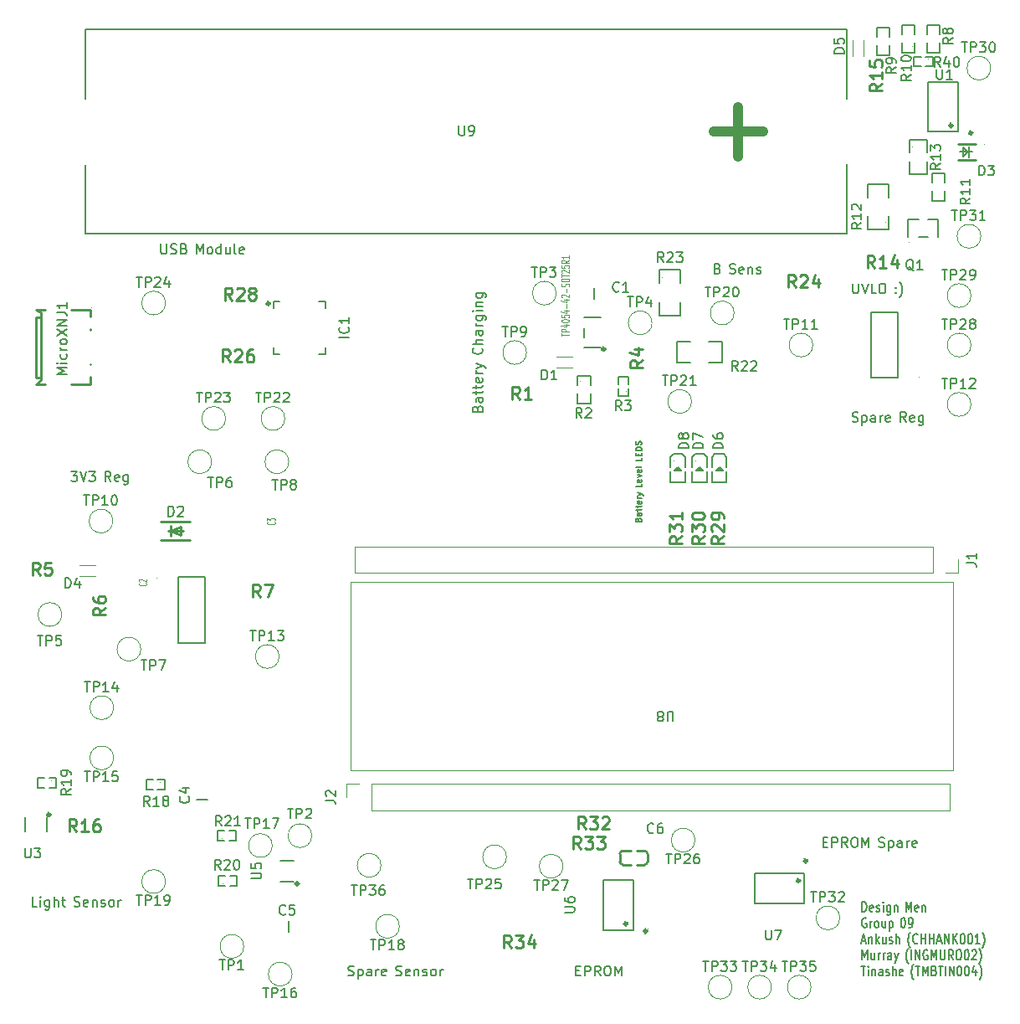
<source format=gto>
%TF.GenerationSoftware,KiCad,Pcbnew,(7.0.0)*%
%TF.CreationDate,2023-04-03T13:20:19+02:00*%
%TF.ProjectId,SCHEMATICS,53434845-4d41-4544-9943-532e6b696361,rev?*%
%TF.SameCoordinates,Original*%
%TF.FileFunction,Legend,Top*%
%TF.FilePolarity,Positive*%
%FSLAX46Y46*%
G04 Gerber Fmt 4.6, Leading zero omitted, Abs format (unit mm)*
G04 Created by KiCad (PCBNEW (7.0.0)) date 2023-04-03 13:20:19*
%MOMM*%
%LPD*%
G01*
G04 APERTURE LIST*
%ADD10C,0.200000*%
%ADD11C,0.150000*%
%ADD12C,0.254000*%
%ADD13C,0.098425*%
%ADD14C,0.080000*%
%ADD15C,0.120000*%
%ADD16C,0.152400*%
%ADD17C,0.059995*%
%ADD18C,0.300000*%
%ADD19C,0.101600*%
%ADD20C,0.150013*%
%ADD21C,1.000000*%
G04 APERTURE END LIST*
D10*
X96142857Y-93782380D02*
X96761904Y-93782380D01*
X96761904Y-93782380D02*
X96428571Y-94163333D01*
X96428571Y-94163333D02*
X96571428Y-94163333D01*
X96571428Y-94163333D02*
X96666666Y-94210952D01*
X96666666Y-94210952D02*
X96714285Y-94258571D01*
X96714285Y-94258571D02*
X96761904Y-94353809D01*
X96761904Y-94353809D02*
X96761904Y-94591904D01*
X96761904Y-94591904D02*
X96714285Y-94687142D01*
X96714285Y-94687142D02*
X96666666Y-94734761D01*
X96666666Y-94734761D02*
X96571428Y-94782380D01*
X96571428Y-94782380D02*
X96285714Y-94782380D01*
X96285714Y-94782380D02*
X96190476Y-94734761D01*
X96190476Y-94734761D02*
X96142857Y-94687142D01*
X97047619Y-93782380D02*
X97380952Y-94782380D01*
X97380952Y-94782380D02*
X97714285Y-93782380D01*
X97952381Y-93782380D02*
X98571428Y-93782380D01*
X98571428Y-93782380D02*
X98238095Y-94163333D01*
X98238095Y-94163333D02*
X98380952Y-94163333D01*
X98380952Y-94163333D02*
X98476190Y-94210952D01*
X98476190Y-94210952D02*
X98523809Y-94258571D01*
X98523809Y-94258571D02*
X98571428Y-94353809D01*
X98571428Y-94353809D02*
X98571428Y-94591904D01*
X98571428Y-94591904D02*
X98523809Y-94687142D01*
X98523809Y-94687142D02*
X98476190Y-94734761D01*
X98476190Y-94734761D02*
X98380952Y-94782380D01*
X98380952Y-94782380D02*
X98095238Y-94782380D01*
X98095238Y-94782380D02*
X98000000Y-94734761D01*
X98000000Y-94734761D02*
X97952381Y-94687142D01*
X100171428Y-94782380D02*
X99838095Y-94306190D01*
X99600000Y-94782380D02*
X99600000Y-93782380D01*
X99600000Y-93782380D02*
X99980952Y-93782380D01*
X99980952Y-93782380D02*
X100076190Y-93830000D01*
X100076190Y-93830000D02*
X100123809Y-93877619D01*
X100123809Y-93877619D02*
X100171428Y-93972857D01*
X100171428Y-93972857D02*
X100171428Y-94115714D01*
X100171428Y-94115714D02*
X100123809Y-94210952D01*
X100123809Y-94210952D02*
X100076190Y-94258571D01*
X100076190Y-94258571D02*
X99980952Y-94306190D01*
X99980952Y-94306190D02*
X99600000Y-94306190D01*
X100980952Y-94734761D02*
X100885714Y-94782380D01*
X100885714Y-94782380D02*
X100695238Y-94782380D01*
X100695238Y-94782380D02*
X100600000Y-94734761D01*
X100600000Y-94734761D02*
X100552381Y-94639523D01*
X100552381Y-94639523D02*
X100552381Y-94258571D01*
X100552381Y-94258571D02*
X100600000Y-94163333D01*
X100600000Y-94163333D02*
X100695238Y-94115714D01*
X100695238Y-94115714D02*
X100885714Y-94115714D01*
X100885714Y-94115714D02*
X100980952Y-94163333D01*
X100980952Y-94163333D02*
X101028571Y-94258571D01*
X101028571Y-94258571D02*
X101028571Y-94353809D01*
X101028571Y-94353809D02*
X100552381Y-94449047D01*
X101885714Y-94115714D02*
X101885714Y-94925238D01*
X101885714Y-94925238D02*
X101838095Y-95020476D01*
X101838095Y-95020476D02*
X101790476Y-95068095D01*
X101790476Y-95068095D02*
X101695238Y-95115714D01*
X101695238Y-95115714D02*
X101552381Y-95115714D01*
X101552381Y-95115714D02*
X101457143Y-95068095D01*
X101885714Y-94734761D02*
X101790476Y-94782380D01*
X101790476Y-94782380D02*
X101600000Y-94782380D01*
X101600000Y-94782380D02*
X101504762Y-94734761D01*
X101504762Y-94734761D02*
X101457143Y-94687142D01*
X101457143Y-94687142D02*
X101409524Y-94591904D01*
X101409524Y-94591904D02*
X101409524Y-94306190D01*
X101409524Y-94306190D02*
X101457143Y-94210952D01*
X101457143Y-94210952D02*
X101504762Y-94163333D01*
X101504762Y-94163333D02*
X101600000Y-94115714D01*
X101600000Y-94115714D02*
X101790476Y-94115714D01*
X101790476Y-94115714D02*
X101885714Y-94163333D01*
X172238095Y-131258571D02*
X172571428Y-131258571D01*
X172714285Y-131782380D02*
X172238095Y-131782380D01*
X172238095Y-131782380D02*
X172238095Y-130782380D01*
X172238095Y-130782380D02*
X172714285Y-130782380D01*
X173142857Y-131782380D02*
X173142857Y-130782380D01*
X173142857Y-130782380D02*
X173523809Y-130782380D01*
X173523809Y-130782380D02*
X173619047Y-130830000D01*
X173619047Y-130830000D02*
X173666666Y-130877619D01*
X173666666Y-130877619D02*
X173714285Y-130972857D01*
X173714285Y-130972857D02*
X173714285Y-131115714D01*
X173714285Y-131115714D02*
X173666666Y-131210952D01*
X173666666Y-131210952D02*
X173619047Y-131258571D01*
X173619047Y-131258571D02*
X173523809Y-131306190D01*
X173523809Y-131306190D02*
X173142857Y-131306190D01*
X174714285Y-131782380D02*
X174380952Y-131306190D01*
X174142857Y-131782380D02*
X174142857Y-130782380D01*
X174142857Y-130782380D02*
X174523809Y-130782380D01*
X174523809Y-130782380D02*
X174619047Y-130830000D01*
X174619047Y-130830000D02*
X174666666Y-130877619D01*
X174666666Y-130877619D02*
X174714285Y-130972857D01*
X174714285Y-130972857D02*
X174714285Y-131115714D01*
X174714285Y-131115714D02*
X174666666Y-131210952D01*
X174666666Y-131210952D02*
X174619047Y-131258571D01*
X174619047Y-131258571D02*
X174523809Y-131306190D01*
X174523809Y-131306190D02*
X174142857Y-131306190D01*
X175333333Y-130782380D02*
X175523809Y-130782380D01*
X175523809Y-130782380D02*
X175619047Y-130830000D01*
X175619047Y-130830000D02*
X175714285Y-130925238D01*
X175714285Y-130925238D02*
X175761904Y-131115714D01*
X175761904Y-131115714D02*
X175761904Y-131449047D01*
X175761904Y-131449047D02*
X175714285Y-131639523D01*
X175714285Y-131639523D02*
X175619047Y-131734761D01*
X175619047Y-131734761D02*
X175523809Y-131782380D01*
X175523809Y-131782380D02*
X175333333Y-131782380D01*
X175333333Y-131782380D02*
X175238095Y-131734761D01*
X175238095Y-131734761D02*
X175142857Y-131639523D01*
X175142857Y-131639523D02*
X175095238Y-131449047D01*
X175095238Y-131449047D02*
X175095238Y-131115714D01*
X175095238Y-131115714D02*
X175142857Y-130925238D01*
X175142857Y-130925238D02*
X175238095Y-130830000D01*
X175238095Y-130830000D02*
X175333333Y-130782380D01*
X176190476Y-131782380D02*
X176190476Y-130782380D01*
X176190476Y-130782380D02*
X176523809Y-131496666D01*
X176523809Y-131496666D02*
X176857142Y-130782380D01*
X176857142Y-130782380D02*
X176857142Y-131782380D01*
X177885714Y-131734761D02*
X178028571Y-131782380D01*
X178028571Y-131782380D02*
X178266666Y-131782380D01*
X178266666Y-131782380D02*
X178361904Y-131734761D01*
X178361904Y-131734761D02*
X178409523Y-131687142D01*
X178409523Y-131687142D02*
X178457142Y-131591904D01*
X178457142Y-131591904D02*
X178457142Y-131496666D01*
X178457142Y-131496666D02*
X178409523Y-131401428D01*
X178409523Y-131401428D02*
X178361904Y-131353809D01*
X178361904Y-131353809D02*
X178266666Y-131306190D01*
X178266666Y-131306190D02*
X178076190Y-131258571D01*
X178076190Y-131258571D02*
X177980952Y-131210952D01*
X177980952Y-131210952D02*
X177933333Y-131163333D01*
X177933333Y-131163333D02*
X177885714Y-131068095D01*
X177885714Y-131068095D02*
X177885714Y-130972857D01*
X177885714Y-130972857D02*
X177933333Y-130877619D01*
X177933333Y-130877619D02*
X177980952Y-130830000D01*
X177980952Y-130830000D02*
X178076190Y-130782380D01*
X178076190Y-130782380D02*
X178314285Y-130782380D01*
X178314285Y-130782380D02*
X178457142Y-130830000D01*
X178885714Y-131115714D02*
X178885714Y-132115714D01*
X178885714Y-131163333D02*
X178980952Y-131115714D01*
X178980952Y-131115714D02*
X179171428Y-131115714D01*
X179171428Y-131115714D02*
X179266666Y-131163333D01*
X179266666Y-131163333D02*
X179314285Y-131210952D01*
X179314285Y-131210952D02*
X179361904Y-131306190D01*
X179361904Y-131306190D02*
X179361904Y-131591904D01*
X179361904Y-131591904D02*
X179314285Y-131687142D01*
X179314285Y-131687142D02*
X179266666Y-131734761D01*
X179266666Y-131734761D02*
X179171428Y-131782380D01*
X179171428Y-131782380D02*
X178980952Y-131782380D01*
X178980952Y-131782380D02*
X178885714Y-131734761D01*
X180219047Y-131782380D02*
X180219047Y-131258571D01*
X180219047Y-131258571D02*
X180171428Y-131163333D01*
X180171428Y-131163333D02*
X180076190Y-131115714D01*
X180076190Y-131115714D02*
X179885714Y-131115714D01*
X179885714Y-131115714D02*
X179790476Y-131163333D01*
X180219047Y-131734761D02*
X180123809Y-131782380D01*
X180123809Y-131782380D02*
X179885714Y-131782380D01*
X179885714Y-131782380D02*
X179790476Y-131734761D01*
X179790476Y-131734761D02*
X179742857Y-131639523D01*
X179742857Y-131639523D02*
X179742857Y-131544285D01*
X179742857Y-131544285D02*
X179790476Y-131449047D01*
X179790476Y-131449047D02*
X179885714Y-131401428D01*
X179885714Y-131401428D02*
X180123809Y-131401428D01*
X180123809Y-131401428D02*
X180219047Y-131353809D01*
X180695238Y-131782380D02*
X180695238Y-131115714D01*
X180695238Y-131306190D02*
X180742857Y-131210952D01*
X180742857Y-131210952D02*
X180790476Y-131163333D01*
X180790476Y-131163333D02*
X180885714Y-131115714D01*
X180885714Y-131115714D02*
X180980952Y-131115714D01*
X181695238Y-131734761D02*
X181600000Y-131782380D01*
X181600000Y-131782380D02*
X181409524Y-131782380D01*
X181409524Y-131782380D02*
X181314286Y-131734761D01*
X181314286Y-131734761D02*
X181266667Y-131639523D01*
X181266667Y-131639523D02*
X181266667Y-131258571D01*
X181266667Y-131258571D02*
X181314286Y-131163333D01*
X181314286Y-131163333D02*
X181409524Y-131115714D01*
X181409524Y-131115714D02*
X181600000Y-131115714D01*
X181600000Y-131115714D02*
X181695238Y-131163333D01*
X181695238Y-131163333D02*
X181742857Y-131258571D01*
X181742857Y-131258571D02*
X181742857Y-131353809D01*
X181742857Y-131353809D02*
X181266667Y-131449047D01*
X92714285Y-137782380D02*
X92238095Y-137782380D01*
X92238095Y-137782380D02*
X92238095Y-136782380D01*
X93047619Y-137782380D02*
X93047619Y-137115714D01*
X93047619Y-136782380D02*
X93000000Y-136830000D01*
X93000000Y-136830000D02*
X93047619Y-136877619D01*
X93047619Y-136877619D02*
X93095238Y-136830000D01*
X93095238Y-136830000D02*
X93047619Y-136782380D01*
X93047619Y-136782380D02*
X93047619Y-136877619D01*
X93952380Y-137115714D02*
X93952380Y-137925238D01*
X93952380Y-137925238D02*
X93904761Y-138020476D01*
X93904761Y-138020476D02*
X93857142Y-138068095D01*
X93857142Y-138068095D02*
X93761904Y-138115714D01*
X93761904Y-138115714D02*
X93619047Y-138115714D01*
X93619047Y-138115714D02*
X93523809Y-138068095D01*
X93952380Y-137734761D02*
X93857142Y-137782380D01*
X93857142Y-137782380D02*
X93666666Y-137782380D01*
X93666666Y-137782380D02*
X93571428Y-137734761D01*
X93571428Y-137734761D02*
X93523809Y-137687142D01*
X93523809Y-137687142D02*
X93476190Y-137591904D01*
X93476190Y-137591904D02*
X93476190Y-137306190D01*
X93476190Y-137306190D02*
X93523809Y-137210952D01*
X93523809Y-137210952D02*
X93571428Y-137163333D01*
X93571428Y-137163333D02*
X93666666Y-137115714D01*
X93666666Y-137115714D02*
X93857142Y-137115714D01*
X93857142Y-137115714D02*
X93952380Y-137163333D01*
X94428571Y-137782380D02*
X94428571Y-136782380D01*
X94857142Y-137782380D02*
X94857142Y-137258571D01*
X94857142Y-137258571D02*
X94809523Y-137163333D01*
X94809523Y-137163333D02*
X94714285Y-137115714D01*
X94714285Y-137115714D02*
X94571428Y-137115714D01*
X94571428Y-137115714D02*
X94476190Y-137163333D01*
X94476190Y-137163333D02*
X94428571Y-137210952D01*
X95190476Y-137115714D02*
X95571428Y-137115714D01*
X95333333Y-136782380D02*
X95333333Y-137639523D01*
X95333333Y-137639523D02*
X95380952Y-137734761D01*
X95380952Y-137734761D02*
X95476190Y-137782380D01*
X95476190Y-137782380D02*
X95571428Y-137782380D01*
X96457143Y-137734761D02*
X96600000Y-137782380D01*
X96600000Y-137782380D02*
X96838095Y-137782380D01*
X96838095Y-137782380D02*
X96933333Y-137734761D01*
X96933333Y-137734761D02*
X96980952Y-137687142D01*
X96980952Y-137687142D02*
X97028571Y-137591904D01*
X97028571Y-137591904D02*
X97028571Y-137496666D01*
X97028571Y-137496666D02*
X96980952Y-137401428D01*
X96980952Y-137401428D02*
X96933333Y-137353809D01*
X96933333Y-137353809D02*
X96838095Y-137306190D01*
X96838095Y-137306190D02*
X96647619Y-137258571D01*
X96647619Y-137258571D02*
X96552381Y-137210952D01*
X96552381Y-137210952D02*
X96504762Y-137163333D01*
X96504762Y-137163333D02*
X96457143Y-137068095D01*
X96457143Y-137068095D02*
X96457143Y-136972857D01*
X96457143Y-136972857D02*
X96504762Y-136877619D01*
X96504762Y-136877619D02*
X96552381Y-136830000D01*
X96552381Y-136830000D02*
X96647619Y-136782380D01*
X96647619Y-136782380D02*
X96885714Y-136782380D01*
X96885714Y-136782380D02*
X97028571Y-136830000D01*
X97838095Y-137734761D02*
X97742857Y-137782380D01*
X97742857Y-137782380D02*
X97552381Y-137782380D01*
X97552381Y-137782380D02*
X97457143Y-137734761D01*
X97457143Y-137734761D02*
X97409524Y-137639523D01*
X97409524Y-137639523D02*
X97409524Y-137258571D01*
X97409524Y-137258571D02*
X97457143Y-137163333D01*
X97457143Y-137163333D02*
X97552381Y-137115714D01*
X97552381Y-137115714D02*
X97742857Y-137115714D01*
X97742857Y-137115714D02*
X97838095Y-137163333D01*
X97838095Y-137163333D02*
X97885714Y-137258571D01*
X97885714Y-137258571D02*
X97885714Y-137353809D01*
X97885714Y-137353809D02*
X97409524Y-137449047D01*
X98314286Y-137115714D02*
X98314286Y-137782380D01*
X98314286Y-137210952D02*
X98361905Y-137163333D01*
X98361905Y-137163333D02*
X98457143Y-137115714D01*
X98457143Y-137115714D02*
X98600000Y-137115714D01*
X98600000Y-137115714D02*
X98695238Y-137163333D01*
X98695238Y-137163333D02*
X98742857Y-137258571D01*
X98742857Y-137258571D02*
X98742857Y-137782380D01*
X99171429Y-137734761D02*
X99266667Y-137782380D01*
X99266667Y-137782380D02*
X99457143Y-137782380D01*
X99457143Y-137782380D02*
X99552381Y-137734761D01*
X99552381Y-137734761D02*
X99600000Y-137639523D01*
X99600000Y-137639523D02*
X99600000Y-137591904D01*
X99600000Y-137591904D02*
X99552381Y-137496666D01*
X99552381Y-137496666D02*
X99457143Y-137449047D01*
X99457143Y-137449047D02*
X99314286Y-137449047D01*
X99314286Y-137449047D02*
X99219048Y-137401428D01*
X99219048Y-137401428D02*
X99171429Y-137306190D01*
X99171429Y-137306190D02*
X99171429Y-137258571D01*
X99171429Y-137258571D02*
X99219048Y-137163333D01*
X99219048Y-137163333D02*
X99314286Y-137115714D01*
X99314286Y-137115714D02*
X99457143Y-137115714D01*
X99457143Y-137115714D02*
X99552381Y-137163333D01*
X100171429Y-137782380D02*
X100076191Y-137734761D01*
X100076191Y-137734761D02*
X100028572Y-137687142D01*
X100028572Y-137687142D02*
X99980953Y-137591904D01*
X99980953Y-137591904D02*
X99980953Y-137306190D01*
X99980953Y-137306190D02*
X100028572Y-137210952D01*
X100028572Y-137210952D02*
X100076191Y-137163333D01*
X100076191Y-137163333D02*
X100171429Y-137115714D01*
X100171429Y-137115714D02*
X100314286Y-137115714D01*
X100314286Y-137115714D02*
X100409524Y-137163333D01*
X100409524Y-137163333D02*
X100457143Y-137210952D01*
X100457143Y-137210952D02*
X100504762Y-137306190D01*
X100504762Y-137306190D02*
X100504762Y-137591904D01*
X100504762Y-137591904D02*
X100457143Y-137687142D01*
X100457143Y-137687142D02*
X100409524Y-137734761D01*
X100409524Y-137734761D02*
X100314286Y-137782380D01*
X100314286Y-137782380D02*
X100171429Y-137782380D01*
X100933334Y-137782380D02*
X100933334Y-137115714D01*
X100933334Y-137306190D02*
X100980953Y-137210952D01*
X100980953Y-137210952D02*
X101028572Y-137163333D01*
X101028572Y-137163333D02*
X101123810Y-137115714D01*
X101123810Y-137115714D02*
X101219048Y-137115714D01*
X176190476Y-138302380D02*
X176190476Y-137302380D01*
X176190476Y-137302380D02*
X176380952Y-137302380D01*
X176380952Y-137302380D02*
X176495238Y-137350000D01*
X176495238Y-137350000D02*
X176571428Y-137445238D01*
X176571428Y-137445238D02*
X176609523Y-137540476D01*
X176609523Y-137540476D02*
X176647619Y-137730952D01*
X176647619Y-137730952D02*
X176647619Y-137873809D01*
X176647619Y-137873809D02*
X176609523Y-138064285D01*
X176609523Y-138064285D02*
X176571428Y-138159523D01*
X176571428Y-138159523D02*
X176495238Y-138254761D01*
X176495238Y-138254761D02*
X176380952Y-138302380D01*
X176380952Y-138302380D02*
X176190476Y-138302380D01*
X177295238Y-138254761D02*
X177219047Y-138302380D01*
X177219047Y-138302380D02*
X177066666Y-138302380D01*
X177066666Y-138302380D02*
X176990476Y-138254761D01*
X176990476Y-138254761D02*
X176952380Y-138159523D01*
X176952380Y-138159523D02*
X176952380Y-137778571D01*
X176952380Y-137778571D02*
X176990476Y-137683333D01*
X176990476Y-137683333D02*
X177066666Y-137635714D01*
X177066666Y-137635714D02*
X177219047Y-137635714D01*
X177219047Y-137635714D02*
X177295238Y-137683333D01*
X177295238Y-137683333D02*
X177333333Y-137778571D01*
X177333333Y-137778571D02*
X177333333Y-137873809D01*
X177333333Y-137873809D02*
X176952380Y-137969047D01*
X177638094Y-138254761D02*
X177714285Y-138302380D01*
X177714285Y-138302380D02*
X177866666Y-138302380D01*
X177866666Y-138302380D02*
X177942856Y-138254761D01*
X177942856Y-138254761D02*
X177980952Y-138159523D01*
X177980952Y-138159523D02*
X177980952Y-138111904D01*
X177980952Y-138111904D02*
X177942856Y-138016666D01*
X177942856Y-138016666D02*
X177866666Y-137969047D01*
X177866666Y-137969047D02*
X177752380Y-137969047D01*
X177752380Y-137969047D02*
X177676190Y-137921428D01*
X177676190Y-137921428D02*
X177638094Y-137826190D01*
X177638094Y-137826190D02*
X177638094Y-137778571D01*
X177638094Y-137778571D02*
X177676190Y-137683333D01*
X177676190Y-137683333D02*
X177752380Y-137635714D01*
X177752380Y-137635714D02*
X177866666Y-137635714D01*
X177866666Y-137635714D02*
X177942856Y-137683333D01*
X178323809Y-138302380D02*
X178323809Y-137635714D01*
X178323809Y-137302380D02*
X178285713Y-137350000D01*
X178285713Y-137350000D02*
X178323809Y-137397619D01*
X178323809Y-137397619D02*
X178361904Y-137350000D01*
X178361904Y-137350000D02*
X178323809Y-137302380D01*
X178323809Y-137302380D02*
X178323809Y-137397619D01*
X179047618Y-137635714D02*
X179047618Y-138445238D01*
X179047618Y-138445238D02*
X179009523Y-138540476D01*
X179009523Y-138540476D02*
X178971427Y-138588095D01*
X178971427Y-138588095D02*
X178895237Y-138635714D01*
X178895237Y-138635714D02*
X178780951Y-138635714D01*
X178780951Y-138635714D02*
X178704761Y-138588095D01*
X179047618Y-138254761D02*
X178971427Y-138302380D01*
X178971427Y-138302380D02*
X178819046Y-138302380D01*
X178819046Y-138302380D02*
X178742856Y-138254761D01*
X178742856Y-138254761D02*
X178704761Y-138207142D01*
X178704761Y-138207142D02*
X178666665Y-138111904D01*
X178666665Y-138111904D02*
X178666665Y-137826190D01*
X178666665Y-137826190D02*
X178704761Y-137730952D01*
X178704761Y-137730952D02*
X178742856Y-137683333D01*
X178742856Y-137683333D02*
X178819046Y-137635714D01*
X178819046Y-137635714D02*
X178971427Y-137635714D01*
X178971427Y-137635714D02*
X179047618Y-137683333D01*
X179428571Y-137635714D02*
X179428571Y-138302380D01*
X179428571Y-137730952D02*
X179466666Y-137683333D01*
X179466666Y-137683333D02*
X179542856Y-137635714D01*
X179542856Y-137635714D02*
X179657142Y-137635714D01*
X179657142Y-137635714D02*
X179733333Y-137683333D01*
X179733333Y-137683333D02*
X179771428Y-137778571D01*
X179771428Y-137778571D02*
X179771428Y-138302380D01*
X180632381Y-138302380D02*
X180632381Y-137302380D01*
X180632381Y-137302380D02*
X180899047Y-138016666D01*
X180899047Y-138016666D02*
X181165714Y-137302380D01*
X181165714Y-137302380D02*
X181165714Y-138302380D01*
X181851429Y-138254761D02*
X181775238Y-138302380D01*
X181775238Y-138302380D02*
X181622857Y-138302380D01*
X181622857Y-138302380D02*
X181546667Y-138254761D01*
X181546667Y-138254761D02*
X181508571Y-138159523D01*
X181508571Y-138159523D02*
X181508571Y-137778571D01*
X181508571Y-137778571D02*
X181546667Y-137683333D01*
X181546667Y-137683333D02*
X181622857Y-137635714D01*
X181622857Y-137635714D02*
X181775238Y-137635714D01*
X181775238Y-137635714D02*
X181851429Y-137683333D01*
X181851429Y-137683333D02*
X181889524Y-137778571D01*
X181889524Y-137778571D02*
X181889524Y-137873809D01*
X181889524Y-137873809D02*
X181508571Y-137969047D01*
X182232381Y-137635714D02*
X182232381Y-138302380D01*
X182232381Y-137730952D02*
X182270476Y-137683333D01*
X182270476Y-137683333D02*
X182346666Y-137635714D01*
X182346666Y-137635714D02*
X182460952Y-137635714D01*
X182460952Y-137635714D02*
X182537143Y-137683333D01*
X182537143Y-137683333D02*
X182575238Y-137778571D01*
X182575238Y-137778571D02*
X182575238Y-138302380D01*
X176609523Y-138970000D02*
X176533333Y-138922380D01*
X176533333Y-138922380D02*
X176419047Y-138922380D01*
X176419047Y-138922380D02*
X176304761Y-138970000D01*
X176304761Y-138970000D02*
X176228571Y-139065238D01*
X176228571Y-139065238D02*
X176190476Y-139160476D01*
X176190476Y-139160476D02*
X176152380Y-139350952D01*
X176152380Y-139350952D02*
X176152380Y-139493809D01*
X176152380Y-139493809D02*
X176190476Y-139684285D01*
X176190476Y-139684285D02*
X176228571Y-139779523D01*
X176228571Y-139779523D02*
X176304761Y-139874761D01*
X176304761Y-139874761D02*
X176419047Y-139922380D01*
X176419047Y-139922380D02*
X176495238Y-139922380D01*
X176495238Y-139922380D02*
X176609523Y-139874761D01*
X176609523Y-139874761D02*
X176647619Y-139827142D01*
X176647619Y-139827142D02*
X176647619Y-139493809D01*
X176647619Y-139493809D02*
X176495238Y-139493809D01*
X176990476Y-139922380D02*
X176990476Y-139255714D01*
X176990476Y-139446190D02*
X177028571Y-139350952D01*
X177028571Y-139350952D02*
X177066666Y-139303333D01*
X177066666Y-139303333D02*
X177142857Y-139255714D01*
X177142857Y-139255714D02*
X177219047Y-139255714D01*
X177599999Y-139922380D02*
X177523809Y-139874761D01*
X177523809Y-139874761D02*
X177485714Y-139827142D01*
X177485714Y-139827142D02*
X177447618Y-139731904D01*
X177447618Y-139731904D02*
X177447618Y-139446190D01*
X177447618Y-139446190D02*
X177485714Y-139350952D01*
X177485714Y-139350952D02*
X177523809Y-139303333D01*
X177523809Y-139303333D02*
X177599999Y-139255714D01*
X177599999Y-139255714D02*
X177714285Y-139255714D01*
X177714285Y-139255714D02*
X177790476Y-139303333D01*
X177790476Y-139303333D02*
X177828571Y-139350952D01*
X177828571Y-139350952D02*
X177866666Y-139446190D01*
X177866666Y-139446190D02*
X177866666Y-139731904D01*
X177866666Y-139731904D02*
X177828571Y-139827142D01*
X177828571Y-139827142D02*
X177790476Y-139874761D01*
X177790476Y-139874761D02*
X177714285Y-139922380D01*
X177714285Y-139922380D02*
X177599999Y-139922380D01*
X178552381Y-139255714D02*
X178552381Y-139922380D01*
X178209524Y-139255714D02*
X178209524Y-139779523D01*
X178209524Y-139779523D02*
X178247619Y-139874761D01*
X178247619Y-139874761D02*
X178323809Y-139922380D01*
X178323809Y-139922380D02*
X178438095Y-139922380D01*
X178438095Y-139922380D02*
X178514286Y-139874761D01*
X178514286Y-139874761D02*
X178552381Y-139827142D01*
X178933334Y-139255714D02*
X178933334Y-140255714D01*
X178933334Y-139303333D02*
X179009524Y-139255714D01*
X179009524Y-139255714D02*
X179161905Y-139255714D01*
X179161905Y-139255714D02*
X179238096Y-139303333D01*
X179238096Y-139303333D02*
X179276191Y-139350952D01*
X179276191Y-139350952D02*
X179314286Y-139446190D01*
X179314286Y-139446190D02*
X179314286Y-139731904D01*
X179314286Y-139731904D02*
X179276191Y-139827142D01*
X179276191Y-139827142D02*
X179238096Y-139874761D01*
X179238096Y-139874761D02*
X179161905Y-139922380D01*
X179161905Y-139922380D02*
X179009524Y-139922380D01*
X179009524Y-139922380D02*
X178933334Y-139874761D01*
X180289525Y-138922380D02*
X180365715Y-138922380D01*
X180365715Y-138922380D02*
X180441906Y-138970000D01*
X180441906Y-138970000D02*
X180480001Y-139017619D01*
X180480001Y-139017619D02*
X180518096Y-139112857D01*
X180518096Y-139112857D02*
X180556191Y-139303333D01*
X180556191Y-139303333D02*
X180556191Y-139541428D01*
X180556191Y-139541428D02*
X180518096Y-139731904D01*
X180518096Y-139731904D02*
X180480001Y-139827142D01*
X180480001Y-139827142D02*
X180441906Y-139874761D01*
X180441906Y-139874761D02*
X180365715Y-139922380D01*
X180365715Y-139922380D02*
X180289525Y-139922380D01*
X180289525Y-139922380D02*
X180213334Y-139874761D01*
X180213334Y-139874761D02*
X180175239Y-139827142D01*
X180175239Y-139827142D02*
X180137144Y-139731904D01*
X180137144Y-139731904D02*
X180099048Y-139541428D01*
X180099048Y-139541428D02*
X180099048Y-139303333D01*
X180099048Y-139303333D02*
X180137144Y-139112857D01*
X180137144Y-139112857D02*
X180175239Y-139017619D01*
X180175239Y-139017619D02*
X180213334Y-138970000D01*
X180213334Y-138970000D02*
X180289525Y-138922380D01*
X180937144Y-139922380D02*
X181089525Y-139922380D01*
X181089525Y-139922380D02*
X181165715Y-139874761D01*
X181165715Y-139874761D02*
X181203811Y-139827142D01*
X181203811Y-139827142D02*
X181280001Y-139684285D01*
X181280001Y-139684285D02*
X181318096Y-139493809D01*
X181318096Y-139493809D02*
X181318096Y-139112857D01*
X181318096Y-139112857D02*
X181280001Y-139017619D01*
X181280001Y-139017619D02*
X181241906Y-138970000D01*
X181241906Y-138970000D02*
X181165715Y-138922380D01*
X181165715Y-138922380D02*
X181013334Y-138922380D01*
X181013334Y-138922380D02*
X180937144Y-138970000D01*
X180937144Y-138970000D02*
X180899049Y-139017619D01*
X180899049Y-139017619D02*
X180860953Y-139112857D01*
X180860953Y-139112857D02*
X180860953Y-139350952D01*
X180860953Y-139350952D02*
X180899049Y-139446190D01*
X180899049Y-139446190D02*
X180937144Y-139493809D01*
X180937144Y-139493809D02*
X181013334Y-139541428D01*
X181013334Y-139541428D02*
X181165715Y-139541428D01*
X181165715Y-139541428D02*
X181241906Y-139493809D01*
X181241906Y-139493809D02*
X181280001Y-139446190D01*
X181280001Y-139446190D02*
X181318096Y-139350952D01*
X176152380Y-141256666D02*
X176533333Y-141256666D01*
X176076190Y-141542380D02*
X176342857Y-140542380D01*
X176342857Y-140542380D02*
X176609523Y-141542380D01*
X176876190Y-140875714D02*
X176876190Y-141542380D01*
X176876190Y-140970952D02*
X176914285Y-140923333D01*
X176914285Y-140923333D02*
X176990475Y-140875714D01*
X176990475Y-140875714D02*
X177104761Y-140875714D01*
X177104761Y-140875714D02*
X177180952Y-140923333D01*
X177180952Y-140923333D02*
X177219047Y-141018571D01*
X177219047Y-141018571D02*
X177219047Y-141542380D01*
X177600000Y-141542380D02*
X177600000Y-140542380D01*
X177676190Y-141161428D02*
X177904762Y-141542380D01*
X177904762Y-140875714D02*
X177600000Y-141256666D01*
X178590476Y-140875714D02*
X178590476Y-141542380D01*
X178247619Y-140875714D02*
X178247619Y-141399523D01*
X178247619Y-141399523D02*
X178285714Y-141494761D01*
X178285714Y-141494761D02*
X178361904Y-141542380D01*
X178361904Y-141542380D02*
X178476190Y-141542380D01*
X178476190Y-141542380D02*
X178552381Y-141494761D01*
X178552381Y-141494761D02*
X178590476Y-141447142D01*
X178933333Y-141494761D02*
X179009524Y-141542380D01*
X179009524Y-141542380D02*
X179161905Y-141542380D01*
X179161905Y-141542380D02*
X179238095Y-141494761D01*
X179238095Y-141494761D02*
X179276191Y-141399523D01*
X179276191Y-141399523D02*
X179276191Y-141351904D01*
X179276191Y-141351904D02*
X179238095Y-141256666D01*
X179238095Y-141256666D02*
X179161905Y-141209047D01*
X179161905Y-141209047D02*
X179047619Y-141209047D01*
X179047619Y-141209047D02*
X178971429Y-141161428D01*
X178971429Y-141161428D02*
X178933333Y-141066190D01*
X178933333Y-141066190D02*
X178933333Y-141018571D01*
X178933333Y-141018571D02*
X178971429Y-140923333D01*
X178971429Y-140923333D02*
X179047619Y-140875714D01*
X179047619Y-140875714D02*
X179161905Y-140875714D01*
X179161905Y-140875714D02*
X179238095Y-140923333D01*
X179619048Y-141542380D02*
X179619048Y-140542380D01*
X179961905Y-141542380D02*
X179961905Y-141018571D01*
X179961905Y-141018571D02*
X179923810Y-140923333D01*
X179923810Y-140923333D02*
X179847619Y-140875714D01*
X179847619Y-140875714D02*
X179733333Y-140875714D01*
X179733333Y-140875714D02*
X179657143Y-140923333D01*
X179657143Y-140923333D02*
X179619048Y-140970952D01*
X181051429Y-141923333D02*
X181013334Y-141875714D01*
X181013334Y-141875714D02*
X180937143Y-141732857D01*
X180937143Y-141732857D02*
X180899048Y-141637619D01*
X180899048Y-141637619D02*
X180860953Y-141494761D01*
X180860953Y-141494761D02*
X180822858Y-141256666D01*
X180822858Y-141256666D02*
X180822858Y-141066190D01*
X180822858Y-141066190D02*
X180860953Y-140828095D01*
X180860953Y-140828095D02*
X180899048Y-140685238D01*
X180899048Y-140685238D02*
X180937143Y-140590000D01*
X180937143Y-140590000D02*
X181013334Y-140447142D01*
X181013334Y-140447142D02*
X181051429Y-140399523D01*
X181813334Y-141447142D02*
X181775238Y-141494761D01*
X181775238Y-141494761D02*
X181660953Y-141542380D01*
X181660953Y-141542380D02*
X181584762Y-141542380D01*
X181584762Y-141542380D02*
X181470476Y-141494761D01*
X181470476Y-141494761D02*
X181394286Y-141399523D01*
X181394286Y-141399523D02*
X181356191Y-141304285D01*
X181356191Y-141304285D02*
X181318095Y-141113809D01*
X181318095Y-141113809D02*
X181318095Y-140970952D01*
X181318095Y-140970952D02*
X181356191Y-140780476D01*
X181356191Y-140780476D02*
X181394286Y-140685238D01*
X181394286Y-140685238D02*
X181470476Y-140590000D01*
X181470476Y-140590000D02*
X181584762Y-140542380D01*
X181584762Y-140542380D02*
X181660953Y-140542380D01*
X181660953Y-140542380D02*
X181775238Y-140590000D01*
X181775238Y-140590000D02*
X181813334Y-140637619D01*
X182156191Y-141542380D02*
X182156191Y-140542380D01*
X182156191Y-141018571D02*
X182613334Y-141018571D01*
X182613334Y-141542380D02*
X182613334Y-140542380D01*
X182994286Y-141542380D02*
X182994286Y-140542380D01*
X182994286Y-141018571D02*
X183451429Y-141018571D01*
X183451429Y-141542380D02*
X183451429Y-140542380D01*
X183794285Y-141256666D02*
X184175238Y-141256666D01*
X183718095Y-141542380D02*
X183984762Y-140542380D01*
X183984762Y-140542380D02*
X184251428Y-141542380D01*
X184518095Y-141542380D02*
X184518095Y-140542380D01*
X184518095Y-140542380D02*
X184975238Y-141542380D01*
X184975238Y-141542380D02*
X184975238Y-140542380D01*
X185356190Y-141542380D02*
X185356190Y-140542380D01*
X185813333Y-141542380D02*
X185470475Y-140970952D01*
X185813333Y-140542380D02*
X185356190Y-141113809D01*
X186308571Y-140542380D02*
X186384761Y-140542380D01*
X186384761Y-140542380D02*
X186460952Y-140590000D01*
X186460952Y-140590000D02*
X186499047Y-140637619D01*
X186499047Y-140637619D02*
X186537142Y-140732857D01*
X186537142Y-140732857D02*
X186575237Y-140923333D01*
X186575237Y-140923333D02*
X186575237Y-141161428D01*
X186575237Y-141161428D02*
X186537142Y-141351904D01*
X186537142Y-141351904D02*
X186499047Y-141447142D01*
X186499047Y-141447142D02*
X186460952Y-141494761D01*
X186460952Y-141494761D02*
X186384761Y-141542380D01*
X186384761Y-141542380D02*
X186308571Y-141542380D01*
X186308571Y-141542380D02*
X186232380Y-141494761D01*
X186232380Y-141494761D02*
X186194285Y-141447142D01*
X186194285Y-141447142D02*
X186156190Y-141351904D01*
X186156190Y-141351904D02*
X186118094Y-141161428D01*
X186118094Y-141161428D02*
X186118094Y-140923333D01*
X186118094Y-140923333D02*
X186156190Y-140732857D01*
X186156190Y-140732857D02*
X186194285Y-140637619D01*
X186194285Y-140637619D02*
X186232380Y-140590000D01*
X186232380Y-140590000D02*
X186308571Y-140542380D01*
X187070476Y-140542380D02*
X187146666Y-140542380D01*
X187146666Y-140542380D02*
X187222857Y-140590000D01*
X187222857Y-140590000D02*
X187260952Y-140637619D01*
X187260952Y-140637619D02*
X187299047Y-140732857D01*
X187299047Y-140732857D02*
X187337142Y-140923333D01*
X187337142Y-140923333D02*
X187337142Y-141161428D01*
X187337142Y-141161428D02*
X187299047Y-141351904D01*
X187299047Y-141351904D02*
X187260952Y-141447142D01*
X187260952Y-141447142D02*
X187222857Y-141494761D01*
X187222857Y-141494761D02*
X187146666Y-141542380D01*
X187146666Y-141542380D02*
X187070476Y-141542380D01*
X187070476Y-141542380D02*
X186994285Y-141494761D01*
X186994285Y-141494761D02*
X186956190Y-141447142D01*
X186956190Y-141447142D02*
X186918095Y-141351904D01*
X186918095Y-141351904D02*
X186879999Y-141161428D01*
X186879999Y-141161428D02*
X186879999Y-140923333D01*
X186879999Y-140923333D02*
X186918095Y-140732857D01*
X186918095Y-140732857D02*
X186956190Y-140637619D01*
X186956190Y-140637619D02*
X186994285Y-140590000D01*
X186994285Y-140590000D02*
X187070476Y-140542380D01*
X188099047Y-141542380D02*
X187641904Y-141542380D01*
X187870476Y-141542380D02*
X187870476Y-140542380D01*
X187870476Y-140542380D02*
X187794285Y-140685238D01*
X187794285Y-140685238D02*
X187718095Y-140780476D01*
X187718095Y-140780476D02*
X187641904Y-140828095D01*
X188365714Y-141923333D02*
X188403809Y-141875714D01*
X188403809Y-141875714D02*
X188480000Y-141732857D01*
X188480000Y-141732857D02*
X188518095Y-141637619D01*
X188518095Y-141637619D02*
X188556190Y-141494761D01*
X188556190Y-141494761D02*
X188594286Y-141256666D01*
X188594286Y-141256666D02*
X188594286Y-141066190D01*
X188594286Y-141066190D02*
X188556190Y-140828095D01*
X188556190Y-140828095D02*
X188518095Y-140685238D01*
X188518095Y-140685238D02*
X188480000Y-140590000D01*
X188480000Y-140590000D02*
X188403809Y-140447142D01*
X188403809Y-140447142D02*
X188365714Y-140399523D01*
X176190476Y-143162380D02*
X176190476Y-142162380D01*
X176190476Y-142162380D02*
X176457142Y-142876666D01*
X176457142Y-142876666D02*
X176723809Y-142162380D01*
X176723809Y-142162380D02*
X176723809Y-143162380D01*
X177447619Y-142495714D02*
X177447619Y-143162380D01*
X177104762Y-142495714D02*
X177104762Y-143019523D01*
X177104762Y-143019523D02*
X177142857Y-143114761D01*
X177142857Y-143114761D02*
X177219047Y-143162380D01*
X177219047Y-143162380D02*
X177333333Y-143162380D01*
X177333333Y-143162380D02*
X177409524Y-143114761D01*
X177409524Y-143114761D02*
X177447619Y-143067142D01*
X177828572Y-143162380D02*
X177828572Y-142495714D01*
X177828572Y-142686190D02*
X177866667Y-142590952D01*
X177866667Y-142590952D02*
X177904762Y-142543333D01*
X177904762Y-142543333D02*
X177980953Y-142495714D01*
X177980953Y-142495714D02*
X178057143Y-142495714D01*
X178323810Y-143162380D02*
X178323810Y-142495714D01*
X178323810Y-142686190D02*
X178361905Y-142590952D01*
X178361905Y-142590952D02*
X178400000Y-142543333D01*
X178400000Y-142543333D02*
X178476191Y-142495714D01*
X178476191Y-142495714D02*
X178552381Y-142495714D01*
X179161905Y-143162380D02*
X179161905Y-142638571D01*
X179161905Y-142638571D02*
X179123810Y-142543333D01*
X179123810Y-142543333D02*
X179047619Y-142495714D01*
X179047619Y-142495714D02*
X178895238Y-142495714D01*
X178895238Y-142495714D02*
X178819048Y-142543333D01*
X179161905Y-143114761D02*
X179085714Y-143162380D01*
X179085714Y-143162380D02*
X178895238Y-143162380D01*
X178895238Y-143162380D02*
X178819048Y-143114761D01*
X178819048Y-143114761D02*
X178780952Y-143019523D01*
X178780952Y-143019523D02*
X178780952Y-142924285D01*
X178780952Y-142924285D02*
X178819048Y-142829047D01*
X178819048Y-142829047D02*
X178895238Y-142781428D01*
X178895238Y-142781428D02*
X179085714Y-142781428D01*
X179085714Y-142781428D02*
X179161905Y-142733809D01*
X179466667Y-142495714D02*
X179657143Y-143162380D01*
X179847620Y-142495714D02*
X179657143Y-143162380D01*
X179657143Y-143162380D02*
X179580953Y-143400476D01*
X179580953Y-143400476D02*
X179542858Y-143448095D01*
X179542858Y-143448095D02*
X179466667Y-143495714D01*
X180860953Y-143543333D02*
X180822858Y-143495714D01*
X180822858Y-143495714D02*
X180746667Y-143352857D01*
X180746667Y-143352857D02*
X180708572Y-143257619D01*
X180708572Y-143257619D02*
X180670477Y-143114761D01*
X180670477Y-143114761D02*
X180632382Y-142876666D01*
X180632382Y-142876666D02*
X180632382Y-142686190D01*
X180632382Y-142686190D02*
X180670477Y-142448095D01*
X180670477Y-142448095D02*
X180708572Y-142305238D01*
X180708572Y-142305238D02*
X180746667Y-142210000D01*
X180746667Y-142210000D02*
X180822858Y-142067142D01*
X180822858Y-142067142D02*
X180860953Y-142019523D01*
X181165715Y-143162380D02*
X181165715Y-142162380D01*
X181546667Y-143162380D02*
X181546667Y-142162380D01*
X181546667Y-142162380D02*
X182003810Y-143162380D01*
X182003810Y-143162380D02*
X182003810Y-142162380D01*
X182803809Y-142210000D02*
X182727619Y-142162380D01*
X182727619Y-142162380D02*
X182613333Y-142162380D01*
X182613333Y-142162380D02*
X182499047Y-142210000D01*
X182499047Y-142210000D02*
X182422857Y-142305238D01*
X182422857Y-142305238D02*
X182384762Y-142400476D01*
X182384762Y-142400476D02*
X182346666Y-142590952D01*
X182346666Y-142590952D02*
X182346666Y-142733809D01*
X182346666Y-142733809D02*
X182384762Y-142924285D01*
X182384762Y-142924285D02*
X182422857Y-143019523D01*
X182422857Y-143019523D02*
X182499047Y-143114761D01*
X182499047Y-143114761D02*
X182613333Y-143162380D01*
X182613333Y-143162380D02*
X182689524Y-143162380D01*
X182689524Y-143162380D02*
X182803809Y-143114761D01*
X182803809Y-143114761D02*
X182841905Y-143067142D01*
X182841905Y-143067142D02*
X182841905Y-142733809D01*
X182841905Y-142733809D02*
X182689524Y-142733809D01*
X183184762Y-143162380D02*
X183184762Y-142162380D01*
X183184762Y-142162380D02*
X183451428Y-142876666D01*
X183451428Y-142876666D02*
X183718095Y-142162380D01*
X183718095Y-142162380D02*
X183718095Y-143162380D01*
X184099048Y-142162380D02*
X184099048Y-142971904D01*
X184099048Y-142971904D02*
X184137143Y-143067142D01*
X184137143Y-143067142D02*
X184175238Y-143114761D01*
X184175238Y-143114761D02*
X184251429Y-143162380D01*
X184251429Y-143162380D02*
X184403810Y-143162380D01*
X184403810Y-143162380D02*
X184480000Y-143114761D01*
X184480000Y-143114761D02*
X184518095Y-143067142D01*
X184518095Y-143067142D02*
X184556191Y-142971904D01*
X184556191Y-142971904D02*
X184556191Y-142162380D01*
X185394286Y-143162380D02*
X185127619Y-142686190D01*
X184937143Y-143162380D02*
X184937143Y-142162380D01*
X184937143Y-142162380D02*
X185241905Y-142162380D01*
X185241905Y-142162380D02*
X185318095Y-142210000D01*
X185318095Y-142210000D02*
X185356190Y-142257619D01*
X185356190Y-142257619D02*
X185394286Y-142352857D01*
X185394286Y-142352857D02*
X185394286Y-142495714D01*
X185394286Y-142495714D02*
X185356190Y-142590952D01*
X185356190Y-142590952D02*
X185318095Y-142638571D01*
X185318095Y-142638571D02*
X185241905Y-142686190D01*
X185241905Y-142686190D02*
X184937143Y-142686190D01*
X185889524Y-142162380D02*
X186041905Y-142162380D01*
X186041905Y-142162380D02*
X186118095Y-142210000D01*
X186118095Y-142210000D02*
X186194286Y-142305238D01*
X186194286Y-142305238D02*
X186232381Y-142495714D01*
X186232381Y-142495714D02*
X186232381Y-142829047D01*
X186232381Y-142829047D02*
X186194286Y-143019523D01*
X186194286Y-143019523D02*
X186118095Y-143114761D01*
X186118095Y-143114761D02*
X186041905Y-143162380D01*
X186041905Y-143162380D02*
X185889524Y-143162380D01*
X185889524Y-143162380D02*
X185813333Y-143114761D01*
X185813333Y-143114761D02*
X185737143Y-143019523D01*
X185737143Y-143019523D02*
X185699047Y-142829047D01*
X185699047Y-142829047D02*
X185699047Y-142495714D01*
X185699047Y-142495714D02*
X185737143Y-142305238D01*
X185737143Y-142305238D02*
X185813333Y-142210000D01*
X185813333Y-142210000D02*
X185889524Y-142162380D01*
X186727619Y-142162380D02*
X186803809Y-142162380D01*
X186803809Y-142162380D02*
X186880000Y-142210000D01*
X186880000Y-142210000D02*
X186918095Y-142257619D01*
X186918095Y-142257619D02*
X186956190Y-142352857D01*
X186956190Y-142352857D02*
X186994285Y-142543333D01*
X186994285Y-142543333D02*
X186994285Y-142781428D01*
X186994285Y-142781428D02*
X186956190Y-142971904D01*
X186956190Y-142971904D02*
X186918095Y-143067142D01*
X186918095Y-143067142D02*
X186880000Y-143114761D01*
X186880000Y-143114761D02*
X186803809Y-143162380D01*
X186803809Y-143162380D02*
X186727619Y-143162380D01*
X186727619Y-143162380D02*
X186651428Y-143114761D01*
X186651428Y-143114761D02*
X186613333Y-143067142D01*
X186613333Y-143067142D02*
X186575238Y-142971904D01*
X186575238Y-142971904D02*
X186537142Y-142781428D01*
X186537142Y-142781428D02*
X186537142Y-142543333D01*
X186537142Y-142543333D02*
X186575238Y-142352857D01*
X186575238Y-142352857D02*
X186613333Y-142257619D01*
X186613333Y-142257619D02*
X186651428Y-142210000D01*
X186651428Y-142210000D02*
X186727619Y-142162380D01*
X187299047Y-142257619D02*
X187337143Y-142210000D01*
X187337143Y-142210000D02*
X187413333Y-142162380D01*
X187413333Y-142162380D02*
X187603809Y-142162380D01*
X187603809Y-142162380D02*
X187680000Y-142210000D01*
X187680000Y-142210000D02*
X187718095Y-142257619D01*
X187718095Y-142257619D02*
X187756190Y-142352857D01*
X187756190Y-142352857D02*
X187756190Y-142448095D01*
X187756190Y-142448095D02*
X187718095Y-142590952D01*
X187718095Y-142590952D02*
X187260952Y-143162380D01*
X187260952Y-143162380D02*
X187756190Y-143162380D01*
X188022857Y-143543333D02*
X188060952Y-143495714D01*
X188060952Y-143495714D02*
X188137143Y-143352857D01*
X188137143Y-143352857D02*
X188175238Y-143257619D01*
X188175238Y-143257619D02*
X188213333Y-143114761D01*
X188213333Y-143114761D02*
X188251429Y-142876666D01*
X188251429Y-142876666D02*
X188251429Y-142686190D01*
X188251429Y-142686190D02*
X188213333Y-142448095D01*
X188213333Y-142448095D02*
X188175238Y-142305238D01*
X188175238Y-142305238D02*
X188137143Y-142210000D01*
X188137143Y-142210000D02*
X188060952Y-142067142D01*
X188060952Y-142067142D02*
X188022857Y-142019523D01*
X176076190Y-143782380D02*
X176533333Y-143782380D01*
X176304761Y-144782380D02*
X176304761Y-143782380D01*
X176800000Y-144782380D02*
X176800000Y-144115714D01*
X176800000Y-143782380D02*
X176761904Y-143830000D01*
X176761904Y-143830000D02*
X176800000Y-143877619D01*
X176800000Y-143877619D02*
X176838095Y-143830000D01*
X176838095Y-143830000D02*
X176800000Y-143782380D01*
X176800000Y-143782380D02*
X176800000Y-143877619D01*
X177180952Y-144115714D02*
X177180952Y-144782380D01*
X177180952Y-144210952D02*
X177219047Y-144163333D01*
X177219047Y-144163333D02*
X177295237Y-144115714D01*
X177295237Y-144115714D02*
X177409523Y-144115714D01*
X177409523Y-144115714D02*
X177485714Y-144163333D01*
X177485714Y-144163333D02*
X177523809Y-144258571D01*
X177523809Y-144258571D02*
X177523809Y-144782380D01*
X178247619Y-144782380D02*
X178247619Y-144258571D01*
X178247619Y-144258571D02*
X178209524Y-144163333D01*
X178209524Y-144163333D02*
X178133333Y-144115714D01*
X178133333Y-144115714D02*
X177980952Y-144115714D01*
X177980952Y-144115714D02*
X177904762Y-144163333D01*
X178247619Y-144734761D02*
X178171428Y-144782380D01*
X178171428Y-144782380D02*
X177980952Y-144782380D01*
X177980952Y-144782380D02*
X177904762Y-144734761D01*
X177904762Y-144734761D02*
X177866666Y-144639523D01*
X177866666Y-144639523D02*
X177866666Y-144544285D01*
X177866666Y-144544285D02*
X177904762Y-144449047D01*
X177904762Y-144449047D02*
X177980952Y-144401428D01*
X177980952Y-144401428D02*
X178171428Y-144401428D01*
X178171428Y-144401428D02*
X178247619Y-144353809D01*
X178590476Y-144734761D02*
X178666667Y-144782380D01*
X178666667Y-144782380D02*
X178819048Y-144782380D01*
X178819048Y-144782380D02*
X178895238Y-144734761D01*
X178895238Y-144734761D02*
X178933334Y-144639523D01*
X178933334Y-144639523D02*
X178933334Y-144591904D01*
X178933334Y-144591904D02*
X178895238Y-144496666D01*
X178895238Y-144496666D02*
X178819048Y-144449047D01*
X178819048Y-144449047D02*
X178704762Y-144449047D01*
X178704762Y-144449047D02*
X178628572Y-144401428D01*
X178628572Y-144401428D02*
X178590476Y-144306190D01*
X178590476Y-144306190D02*
X178590476Y-144258571D01*
X178590476Y-144258571D02*
X178628572Y-144163333D01*
X178628572Y-144163333D02*
X178704762Y-144115714D01*
X178704762Y-144115714D02*
X178819048Y-144115714D01*
X178819048Y-144115714D02*
X178895238Y-144163333D01*
X179276191Y-144782380D02*
X179276191Y-143782380D01*
X179619048Y-144782380D02*
X179619048Y-144258571D01*
X179619048Y-144258571D02*
X179580953Y-144163333D01*
X179580953Y-144163333D02*
X179504762Y-144115714D01*
X179504762Y-144115714D02*
X179390476Y-144115714D01*
X179390476Y-144115714D02*
X179314286Y-144163333D01*
X179314286Y-144163333D02*
X179276191Y-144210952D01*
X180304763Y-144734761D02*
X180228572Y-144782380D01*
X180228572Y-144782380D02*
X180076191Y-144782380D01*
X180076191Y-144782380D02*
X180000001Y-144734761D01*
X180000001Y-144734761D02*
X179961905Y-144639523D01*
X179961905Y-144639523D02*
X179961905Y-144258571D01*
X179961905Y-144258571D02*
X180000001Y-144163333D01*
X180000001Y-144163333D02*
X180076191Y-144115714D01*
X180076191Y-144115714D02*
X180228572Y-144115714D01*
X180228572Y-144115714D02*
X180304763Y-144163333D01*
X180304763Y-144163333D02*
X180342858Y-144258571D01*
X180342858Y-144258571D02*
X180342858Y-144353809D01*
X180342858Y-144353809D02*
X179961905Y-144449047D01*
X181394286Y-145163333D02*
X181356191Y-145115714D01*
X181356191Y-145115714D02*
X181280000Y-144972857D01*
X181280000Y-144972857D02*
X181241905Y-144877619D01*
X181241905Y-144877619D02*
X181203810Y-144734761D01*
X181203810Y-144734761D02*
X181165715Y-144496666D01*
X181165715Y-144496666D02*
X181165715Y-144306190D01*
X181165715Y-144306190D02*
X181203810Y-144068095D01*
X181203810Y-144068095D02*
X181241905Y-143925238D01*
X181241905Y-143925238D02*
X181280000Y-143830000D01*
X181280000Y-143830000D02*
X181356191Y-143687142D01*
X181356191Y-143687142D02*
X181394286Y-143639523D01*
X181584762Y-143782380D02*
X182041905Y-143782380D01*
X181813333Y-144782380D02*
X181813333Y-143782380D01*
X182308572Y-144782380D02*
X182308572Y-143782380D01*
X182308572Y-143782380D02*
X182575238Y-144496666D01*
X182575238Y-144496666D02*
X182841905Y-143782380D01*
X182841905Y-143782380D02*
X182841905Y-144782380D01*
X183489524Y-144258571D02*
X183603810Y-144306190D01*
X183603810Y-144306190D02*
X183641905Y-144353809D01*
X183641905Y-144353809D02*
X183680001Y-144449047D01*
X183680001Y-144449047D02*
X183680001Y-144591904D01*
X183680001Y-144591904D02*
X183641905Y-144687142D01*
X183641905Y-144687142D02*
X183603810Y-144734761D01*
X183603810Y-144734761D02*
X183527620Y-144782380D01*
X183527620Y-144782380D02*
X183222858Y-144782380D01*
X183222858Y-144782380D02*
X183222858Y-143782380D01*
X183222858Y-143782380D02*
X183489524Y-143782380D01*
X183489524Y-143782380D02*
X183565715Y-143830000D01*
X183565715Y-143830000D02*
X183603810Y-143877619D01*
X183603810Y-143877619D02*
X183641905Y-143972857D01*
X183641905Y-143972857D02*
X183641905Y-144068095D01*
X183641905Y-144068095D02*
X183603810Y-144163333D01*
X183603810Y-144163333D02*
X183565715Y-144210952D01*
X183565715Y-144210952D02*
X183489524Y-144258571D01*
X183489524Y-144258571D02*
X183222858Y-144258571D01*
X183908572Y-143782380D02*
X184365715Y-143782380D01*
X184137143Y-144782380D02*
X184137143Y-143782380D01*
X184632382Y-144782380D02*
X184632382Y-143782380D01*
X185013334Y-144782380D02*
X185013334Y-143782380D01*
X185013334Y-143782380D02*
X185470477Y-144782380D01*
X185470477Y-144782380D02*
X185470477Y-143782380D01*
X186003810Y-143782380D02*
X186080000Y-143782380D01*
X186080000Y-143782380D02*
X186156191Y-143830000D01*
X186156191Y-143830000D02*
X186194286Y-143877619D01*
X186194286Y-143877619D02*
X186232381Y-143972857D01*
X186232381Y-143972857D02*
X186270476Y-144163333D01*
X186270476Y-144163333D02*
X186270476Y-144401428D01*
X186270476Y-144401428D02*
X186232381Y-144591904D01*
X186232381Y-144591904D02*
X186194286Y-144687142D01*
X186194286Y-144687142D02*
X186156191Y-144734761D01*
X186156191Y-144734761D02*
X186080000Y-144782380D01*
X186080000Y-144782380D02*
X186003810Y-144782380D01*
X186003810Y-144782380D02*
X185927619Y-144734761D01*
X185927619Y-144734761D02*
X185889524Y-144687142D01*
X185889524Y-144687142D02*
X185851429Y-144591904D01*
X185851429Y-144591904D02*
X185813333Y-144401428D01*
X185813333Y-144401428D02*
X185813333Y-144163333D01*
X185813333Y-144163333D02*
X185851429Y-143972857D01*
X185851429Y-143972857D02*
X185889524Y-143877619D01*
X185889524Y-143877619D02*
X185927619Y-143830000D01*
X185927619Y-143830000D02*
X186003810Y-143782380D01*
X186765715Y-143782380D02*
X186841905Y-143782380D01*
X186841905Y-143782380D02*
X186918096Y-143830000D01*
X186918096Y-143830000D02*
X186956191Y-143877619D01*
X186956191Y-143877619D02*
X186994286Y-143972857D01*
X186994286Y-143972857D02*
X187032381Y-144163333D01*
X187032381Y-144163333D02*
X187032381Y-144401428D01*
X187032381Y-144401428D02*
X186994286Y-144591904D01*
X186994286Y-144591904D02*
X186956191Y-144687142D01*
X186956191Y-144687142D02*
X186918096Y-144734761D01*
X186918096Y-144734761D02*
X186841905Y-144782380D01*
X186841905Y-144782380D02*
X186765715Y-144782380D01*
X186765715Y-144782380D02*
X186689524Y-144734761D01*
X186689524Y-144734761D02*
X186651429Y-144687142D01*
X186651429Y-144687142D02*
X186613334Y-144591904D01*
X186613334Y-144591904D02*
X186575238Y-144401428D01*
X186575238Y-144401428D02*
X186575238Y-144163333D01*
X186575238Y-144163333D02*
X186613334Y-143972857D01*
X186613334Y-143972857D02*
X186651429Y-143877619D01*
X186651429Y-143877619D02*
X186689524Y-143830000D01*
X186689524Y-143830000D02*
X186765715Y-143782380D01*
X187718096Y-144115714D02*
X187718096Y-144782380D01*
X187527620Y-143734761D02*
X187337143Y-144449047D01*
X187337143Y-144449047D02*
X187832382Y-144449047D01*
X188060953Y-145163333D02*
X188099048Y-145115714D01*
X188099048Y-145115714D02*
X188175239Y-144972857D01*
X188175239Y-144972857D02*
X188213334Y-144877619D01*
X188213334Y-144877619D02*
X188251429Y-144734761D01*
X188251429Y-144734761D02*
X188289525Y-144496666D01*
X188289525Y-144496666D02*
X188289525Y-144306190D01*
X188289525Y-144306190D02*
X188251429Y-144068095D01*
X188251429Y-144068095D02*
X188213334Y-143925238D01*
X188213334Y-143925238D02*
X188175239Y-143830000D01*
X188175239Y-143830000D02*
X188099048Y-143687142D01*
X188099048Y-143687142D02*
X188060953Y-143639523D01*
D11*
X153555142Y-98657142D02*
X153583714Y-98571428D01*
X153583714Y-98571428D02*
X153612285Y-98542857D01*
X153612285Y-98542857D02*
X153669428Y-98514285D01*
X153669428Y-98514285D02*
X153755142Y-98514285D01*
X153755142Y-98514285D02*
X153812285Y-98542857D01*
X153812285Y-98542857D02*
X153840857Y-98571428D01*
X153840857Y-98571428D02*
X153869428Y-98628571D01*
X153869428Y-98628571D02*
X153869428Y-98857142D01*
X153869428Y-98857142D02*
X153269428Y-98857142D01*
X153269428Y-98857142D02*
X153269428Y-98657142D01*
X153269428Y-98657142D02*
X153298000Y-98600000D01*
X153298000Y-98600000D02*
X153326571Y-98571428D01*
X153326571Y-98571428D02*
X153383714Y-98542857D01*
X153383714Y-98542857D02*
X153440857Y-98542857D01*
X153440857Y-98542857D02*
X153498000Y-98571428D01*
X153498000Y-98571428D02*
X153526571Y-98600000D01*
X153526571Y-98600000D02*
X153555142Y-98657142D01*
X153555142Y-98657142D02*
X153555142Y-98857142D01*
X153869428Y-98000000D02*
X153555142Y-98000000D01*
X153555142Y-98000000D02*
X153498000Y-98028571D01*
X153498000Y-98028571D02*
X153469428Y-98085714D01*
X153469428Y-98085714D02*
X153469428Y-98200000D01*
X153469428Y-98200000D02*
X153498000Y-98257142D01*
X153840857Y-98000000D02*
X153869428Y-98057142D01*
X153869428Y-98057142D02*
X153869428Y-98200000D01*
X153869428Y-98200000D02*
X153840857Y-98257142D01*
X153840857Y-98257142D02*
X153783714Y-98285714D01*
X153783714Y-98285714D02*
X153726571Y-98285714D01*
X153726571Y-98285714D02*
X153669428Y-98257142D01*
X153669428Y-98257142D02*
X153640857Y-98200000D01*
X153640857Y-98200000D02*
X153640857Y-98057142D01*
X153640857Y-98057142D02*
X153612285Y-98000000D01*
X153469428Y-97800000D02*
X153469428Y-97571428D01*
X153269428Y-97714285D02*
X153783714Y-97714285D01*
X153783714Y-97714285D02*
X153840857Y-97685714D01*
X153840857Y-97685714D02*
X153869428Y-97628571D01*
X153869428Y-97628571D02*
X153869428Y-97571428D01*
X153469428Y-97457143D02*
X153469428Y-97228571D01*
X153269428Y-97371428D02*
X153783714Y-97371428D01*
X153783714Y-97371428D02*
X153840857Y-97342857D01*
X153840857Y-97342857D02*
X153869428Y-97285714D01*
X153869428Y-97285714D02*
X153869428Y-97228571D01*
X153840857Y-96800000D02*
X153869428Y-96857143D01*
X153869428Y-96857143D02*
X153869428Y-96971429D01*
X153869428Y-96971429D02*
X153840857Y-97028571D01*
X153840857Y-97028571D02*
X153783714Y-97057143D01*
X153783714Y-97057143D02*
X153555142Y-97057143D01*
X153555142Y-97057143D02*
X153498000Y-97028571D01*
X153498000Y-97028571D02*
X153469428Y-96971429D01*
X153469428Y-96971429D02*
X153469428Y-96857143D01*
X153469428Y-96857143D02*
X153498000Y-96800000D01*
X153498000Y-96800000D02*
X153555142Y-96771429D01*
X153555142Y-96771429D02*
X153612285Y-96771429D01*
X153612285Y-96771429D02*
X153669428Y-97057143D01*
X153869428Y-96514285D02*
X153469428Y-96514285D01*
X153583714Y-96514285D02*
X153526571Y-96485714D01*
X153526571Y-96485714D02*
X153498000Y-96457143D01*
X153498000Y-96457143D02*
X153469428Y-96400000D01*
X153469428Y-96400000D02*
X153469428Y-96342857D01*
X153469428Y-96199999D02*
X153869428Y-96057142D01*
X153469428Y-95914285D02*
X153869428Y-96057142D01*
X153869428Y-96057142D02*
X154012285Y-96114285D01*
X154012285Y-96114285D02*
X154040857Y-96142856D01*
X154040857Y-96142856D02*
X154069428Y-96199999D01*
X153869428Y-95039999D02*
X153869428Y-95325713D01*
X153869428Y-95325713D02*
X153269428Y-95325713D01*
X153840857Y-94611428D02*
X153869428Y-94668571D01*
X153869428Y-94668571D02*
X153869428Y-94782857D01*
X153869428Y-94782857D02*
X153840857Y-94839999D01*
X153840857Y-94839999D02*
X153783714Y-94868571D01*
X153783714Y-94868571D02*
X153555142Y-94868571D01*
X153555142Y-94868571D02*
X153498000Y-94839999D01*
X153498000Y-94839999D02*
X153469428Y-94782857D01*
X153469428Y-94782857D02*
X153469428Y-94668571D01*
X153469428Y-94668571D02*
X153498000Y-94611428D01*
X153498000Y-94611428D02*
X153555142Y-94582857D01*
X153555142Y-94582857D02*
X153612285Y-94582857D01*
X153612285Y-94582857D02*
X153669428Y-94868571D01*
X153469428Y-94382856D02*
X153869428Y-94239999D01*
X153869428Y-94239999D02*
X153469428Y-94097142D01*
X153840857Y-93639999D02*
X153869428Y-93697142D01*
X153869428Y-93697142D02*
X153869428Y-93811428D01*
X153869428Y-93811428D02*
X153840857Y-93868570D01*
X153840857Y-93868570D02*
X153783714Y-93897142D01*
X153783714Y-93897142D02*
X153555142Y-93897142D01*
X153555142Y-93897142D02*
X153498000Y-93868570D01*
X153498000Y-93868570D02*
X153469428Y-93811428D01*
X153469428Y-93811428D02*
X153469428Y-93697142D01*
X153469428Y-93697142D02*
X153498000Y-93639999D01*
X153498000Y-93639999D02*
X153555142Y-93611428D01*
X153555142Y-93611428D02*
X153612285Y-93611428D01*
X153612285Y-93611428D02*
X153669428Y-93897142D01*
X153869428Y-93268570D02*
X153840857Y-93325713D01*
X153840857Y-93325713D02*
X153783714Y-93354284D01*
X153783714Y-93354284D02*
X153269428Y-93354284D01*
X153869428Y-92394284D02*
X153869428Y-92679998D01*
X153869428Y-92679998D02*
X153269428Y-92679998D01*
X153555142Y-92194284D02*
X153555142Y-91994284D01*
X153869428Y-91908570D02*
X153869428Y-92194284D01*
X153869428Y-92194284D02*
X153269428Y-92194284D01*
X153269428Y-92194284D02*
X153269428Y-91908570D01*
X153869428Y-91651427D02*
X153269428Y-91651427D01*
X153269428Y-91651427D02*
X153269428Y-91508570D01*
X153269428Y-91508570D02*
X153298000Y-91422856D01*
X153298000Y-91422856D02*
X153355142Y-91365713D01*
X153355142Y-91365713D02*
X153412285Y-91337142D01*
X153412285Y-91337142D02*
X153526571Y-91308570D01*
X153526571Y-91308570D02*
X153612285Y-91308570D01*
X153612285Y-91308570D02*
X153726571Y-91337142D01*
X153726571Y-91337142D02*
X153783714Y-91365713D01*
X153783714Y-91365713D02*
X153840857Y-91422856D01*
X153840857Y-91422856D02*
X153869428Y-91508570D01*
X153869428Y-91508570D02*
X153869428Y-91651427D01*
X153840857Y-91079999D02*
X153869428Y-90994285D01*
X153869428Y-90994285D02*
X153869428Y-90851427D01*
X153869428Y-90851427D02*
X153840857Y-90794285D01*
X153840857Y-90794285D02*
X153812285Y-90765713D01*
X153812285Y-90765713D02*
X153755142Y-90737142D01*
X153755142Y-90737142D02*
X153698000Y-90737142D01*
X153698000Y-90737142D02*
X153640857Y-90765713D01*
X153640857Y-90765713D02*
X153612285Y-90794285D01*
X153612285Y-90794285D02*
X153583714Y-90851427D01*
X153583714Y-90851427D02*
X153555142Y-90965713D01*
X153555142Y-90965713D02*
X153526571Y-91022856D01*
X153526571Y-91022856D02*
X153498000Y-91051427D01*
X153498000Y-91051427D02*
X153440857Y-91079999D01*
X153440857Y-91079999D02*
X153383714Y-91079999D01*
X153383714Y-91079999D02*
X153326571Y-91051427D01*
X153326571Y-91051427D02*
X153298000Y-91022856D01*
X153298000Y-91022856D02*
X153269428Y-90965713D01*
X153269428Y-90965713D02*
X153269428Y-90822856D01*
X153269428Y-90822856D02*
X153298000Y-90737142D01*
D10*
X124190476Y-144734761D02*
X124333333Y-144782380D01*
X124333333Y-144782380D02*
X124571428Y-144782380D01*
X124571428Y-144782380D02*
X124666666Y-144734761D01*
X124666666Y-144734761D02*
X124714285Y-144687142D01*
X124714285Y-144687142D02*
X124761904Y-144591904D01*
X124761904Y-144591904D02*
X124761904Y-144496666D01*
X124761904Y-144496666D02*
X124714285Y-144401428D01*
X124714285Y-144401428D02*
X124666666Y-144353809D01*
X124666666Y-144353809D02*
X124571428Y-144306190D01*
X124571428Y-144306190D02*
X124380952Y-144258571D01*
X124380952Y-144258571D02*
X124285714Y-144210952D01*
X124285714Y-144210952D02*
X124238095Y-144163333D01*
X124238095Y-144163333D02*
X124190476Y-144068095D01*
X124190476Y-144068095D02*
X124190476Y-143972857D01*
X124190476Y-143972857D02*
X124238095Y-143877619D01*
X124238095Y-143877619D02*
X124285714Y-143830000D01*
X124285714Y-143830000D02*
X124380952Y-143782380D01*
X124380952Y-143782380D02*
X124619047Y-143782380D01*
X124619047Y-143782380D02*
X124761904Y-143830000D01*
X125190476Y-144115714D02*
X125190476Y-145115714D01*
X125190476Y-144163333D02*
X125285714Y-144115714D01*
X125285714Y-144115714D02*
X125476190Y-144115714D01*
X125476190Y-144115714D02*
X125571428Y-144163333D01*
X125571428Y-144163333D02*
X125619047Y-144210952D01*
X125619047Y-144210952D02*
X125666666Y-144306190D01*
X125666666Y-144306190D02*
X125666666Y-144591904D01*
X125666666Y-144591904D02*
X125619047Y-144687142D01*
X125619047Y-144687142D02*
X125571428Y-144734761D01*
X125571428Y-144734761D02*
X125476190Y-144782380D01*
X125476190Y-144782380D02*
X125285714Y-144782380D01*
X125285714Y-144782380D02*
X125190476Y-144734761D01*
X126523809Y-144782380D02*
X126523809Y-144258571D01*
X126523809Y-144258571D02*
X126476190Y-144163333D01*
X126476190Y-144163333D02*
X126380952Y-144115714D01*
X126380952Y-144115714D02*
X126190476Y-144115714D01*
X126190476Y-144115714D02*
X126095238Y-144163333D01*
X126523809Y-144734761D02*
X126428571Y-144782380D01*
X126428571Y-144782380D02*
X126190476Y-144782380D01*
X126190476Y-144782380D02*
X126095238Y-144734761D01*
X126095238Y-144734761D02*
X126047619Y-144639523D01*
X126047619Y-144639523D02*
X126047619Y-144544285D01*
X126047619Y-144544285D02*
X126095238Y-144449047D01*
X126095238Y-144449047D02*
X126190476Y-144401428D01*
X126190476Y-144401428D02*
X126428571Y-144401428D01*
X126428571Y-144401428D02*
X126523809Y-144353809D01*
X127000000Y-144782380D02*
X127000000Y-144115714D01*
X127000000Y-144306190D02*
X127047619Y-144210952D01*
X127047619Y-144210952D02*
X127095238Y-144163333D01*
X127095238Y-144163333D02*
X127190476Y-144115714D01*
X127190476Y-144115714D02*
X127285714Y-144115714D01*
X128000000Y-144734761D02*
X127904762Y-144782380D01*
X127904762Y-144782380D02*
X127714286Y-144782380D01*
X127714286Y-144782380D02*
X127619048Y-144734761D01*
X127619048Y-144734761D02*
X127571429Y-144639523D01*
X127571429Y-144639523D02*
X127571429Y-144258571D01*
X127571429Y-144258571D02*
X127619048Y-144163333D01*
X127619048Y-144163333D02*
X127714286Y-144115714D01*
X127714286Y-144115714D02*
X127904762Y-144115714D01*
X127904762Y-144115714D02*
X128000000Y-144163333D01*
X128000000Y-144163333D02*
X128047619Y-144258571D01*
X128047619Y-144258571D02*
X128047619Y-144353809D01*
X128047619Y-144353809D02*
X127571429Y-144449047D01*
X129028572Y-144734761D02*
X129171429Y-144782380D01*
X129171429Y-144782380D02*
X129409524Y-144782380D01*
X129409524Y-144782380D02*
X129504762Y-144734761D01*
X129504762Y-144734761D02*
X129552381Y-144687142D01*
X129552381Y-144687142D02*
X129600000Y-144591904D01*
X129600000Y-144591904D02*
X129600000Y-144496666D01*
X129600000Y-144496666D02*
X129552381Y-144401428D01*
X129552381Y-144401428D02*
X129504762Y-144353809D01*
X129504762Y-144353809D02*
X129409524Y-144306190D01*
X129409524Y-144306190D02*
X129219048Y-144258571D01*
X129219048Y-144258571D02*
X129123810Y-144210952D01*
X129123810Y-144210952D02*
X129076191Y-144163333D01*
X129076191Y-144163333D02*
X129028572Y-144068095D01*
X129028572Y-144068095D02*
X129028572Y-143972857D01*
X129028572Y-143972857D02*
X129076191Y-143877619D01*
X129076191Y-143877619D02*
X129123810Y-143830000D01*
X129123810Y-143830000D02*
X129219048Y-143782380D01*
X129219048Y-143782380D02*
X129457143Y-143782380D01*
X129457143Y-143782380D02*
X129600000Y-143830000D01*
X130409524Y-144734761D02*
X130314286Y-144782380D01*
X130314286Y-144782380D02*
X130123810Y-144782380D01*
X130123810Y-144782380D02*
X130028572Y-144734761D01*
X130028572Y-144734761D02*
X129980953Y-144639523D01*
X129980953Y-144639523D02*
X129980953Y-144258571D01*
X129980953Y-144258571D02*
X130028572Y-144163333D01*
X130028572Y-144163333D02*
X130123810Y-144115714D01*
X130123810Y-144115714D02*
X130314286Y-144115714D01*
X130314286Y-144115714D02*
X130409524Y-144163333D01*
X130409524Y-144163333D02*
X130457143Y-144258571D01*
X130457143Y-144258571D02*
X130457143Y-144353809D01*
X130457143Y-144353809D02*
X129980953Y-144449047D01*
X130885715Y-144115714D02*
X130885715Y-144782380D01*
X130885715Y-144210952D02*
X130933334Y-144163333D01*
X130933334Y-144163333D02*
X131028572Y-144115714D01*
X131028572Y-144115714D02*
X131171429Y-144115714D01*
X131171429Y-144115714D02*
X131266667Y-144163333D01*
X131266667Y-144163333D02*
X131314286Y-144258571D01*
X131314286Y-144258571D02*
X131314286Y-144782380D01*
X131742858Y-144734761D02*
X131838096Y-144782380D01*
X131838096Y-144782380D02*
X132028572Y-144782380D01*
X132028572Y-144782380D02*
X132123810Y-144734761D01*
X132123810Y-144734761D02*
X132171429Y-144639523D01*
X132171429Y-144639523D02*
X132171429Y-144591904D01*
X132171429Y-144591904D02*
X132123810Y-144496666D01*
X132123810Y-144496666D02*
X132028572Y-144449047D01*
X132028572Y-144449047D02*
X131885715Y-144449047D01*
X131885715Y-144449047D02*
X131790477Y-144401428D01*
X131790477Y-144401428D02*
X131742858Y-144306190D01*
X131742858Y-144306190D02*
X131742858Y-144258571D01*
X131742858Y-144258571D02*
X131790477Y-144163333D01*
X131790477Y-144163333D02*
X131885715Y-144115714D01*
X131885715Y-144115714D02*
X132028572Y-144115714D01*
X132028572Y-144115714D02*
X132123810Y-144163333D01*
X132742858Y-144782380D02*
X132647620Y-144734761D01*
X132647620Y-144734761D02*
X132600001Y-144687142D01*
X132600001Y-144687142D02*
X132552382Y-144591904D01*
X132552382Y-144591904D02*
X132552382Y-144306190D01*
X132552382Y-144306190D02*
X132600001Y-144210952D01*
X132600001Y-144210952D02*
X132647620Y-144163333D01*
X132647620Y-144163333D02*
X132742858Y-144115714D01*
X132742858Y-144115714D02*
X132885715Y-144115714D01*
X132885715Y-144115714D02*
X132980953Y-144163333D01*
X132980953Y-144163333D02*
X133028572Y-144210952D01*
X133028572Y-144210952D02*
X133076191Y-144306190D01*
X133076191Y-144306190D02*
X133076191Y-144591904D01*
X133076191Y-144591904D02*
X133028572Y-144687142D01*
X133028572Y-144687142D02*
X132980953Y-144734761D01*
X132980953Y-144734761D02*
X132885715Y-144782380D01*
X132885715Y-144782380D02*
X132742858Y-144782380D01*
X133504763Y-144782380D02*
X133504763Y-144115714D01*
X133504763Y-144306190D02*
X133552382Y-144210952D01*
X133552382Y-144210952D02*
X133600001Y-144163333D01*
X133600001Y-144163333D02*
X133695239Y-144115714D01*
X133695239Y-144115714D02*
X133790477Y-144115714D01*
X147238095Y-144258571D02*
X147571428Y-144258571D01*
X147714285Y-144782380D02*
X147238095Y-144782380D01*
X147238095Y-144782380D02*
X147238095Y-143782380D01*
X147238095Y-143782380D02*
X147714285Y-143782380D01*
X148142857Y-144782380D02*
X148142857Y-143782380D01*
X148142857Y-143782380D02*
X148523809Y-143782380D01*
X148523809Y-143782380D02*
X148619047Y-143830000D01*
X148619047Y-143830000D02*
X148666666Y-143877619D01*
X148666666Y-143877619D02*
X148714285Y-143972857D01*
X148714285Y-143972857D02*
X148714285Y-144115714D01*
X148714285Y-144115714D02*
X148666666Y-144210952D01*
X148666666Y-144210952D02*
X148619047Y-144258571D01*
X148619047Y-144258571D02*
X148523809Y-144306190D01*
X148523809Y-144306190D02*
X148142857Y-144306190D01*
X149714285Y-144782380D02*
X149380952Y-144306190D01*
X149142857Y-144782380D02*
X149142857Y-143782380D01*
X149142857Y-143782380D02*
X149523809Y-143782380D01*
X149523809Y-143782380D02*
X149619047Y-143830000D01*
X149619047Y-143830000D02*
X149666666Y-143877619D01*
X149666666Y-143877619D02*
X149714285Y-143972857D01*
X149714285Y-143972857D02*
X149714285Y-144115714D01*
X149714285Y-144115714D02*
X149666666Y-144210952D01*
X149666666Y-144210952D02*
X149619047Y-144258571D01*
X149619047Y-144258571D02*
X149523809Y-144306190D01*
X149523809Y-144306190D02*
X149142857Y-144306190D01*
X150333333Y-143782380D02*
X150523809Y-143782380D01*
X150523809Y-143782380D02*
X150619047Y-143830000D01*
X150619047Y-143830000D02*
X150714285Y-143925238D01*
X150714285Y-143925238D02*
X150761904Y-144115714D01*
X150761904Y-144115714D02*
X150761904Y-144449047D01*
X150761904Y-144449047D02*
X150714285Y-144639523D01*
X150714285Y-144639523D02*
X150619047Y-144734761D01*
X150619047Y-144734761D02*
X150523809Y-144782380D01*
X150523809Y-144782380D02*
X150333333Y-144782380D01*
X150333333Y-144782380D02*
X150238095Y-144734761D01*
X150238095Y-144734761D02*
X150142857Y-144639523D01*
X150142857Y-144639523D02*
X150095238Y-144449047D01*
X150095238Y-144449047D02*
X150095238Y-144115714D01*
X150095238Y-144115714D02*
X150142857Y-143925238D01*
X150142857Y-143925238D02*
X150238095Y-143830000D01*
X150238095Y-143830000D02*
X150333333Y-143782380D01*
X151190476Y-144782380D02*
X151190476Y-143782380D01*
X151190476Y-143782380D02*
X151523809Y-144496666D01*
X151523809Y-144496666D02*
X151857142Y-143782380D01*
X151857142Y-143782380D02*
X151857142Y-144782380D01*
X105238095Y-70782380D02*
X105238095Y-71591904D01*
X105238095Y-71591904D02*
X105285714Y-71687142D01*
X105285714Y-71687142D02*
X105333333Y-71734761D01*
X105333333Y-71734761D02*
X105428571Y-71782380D01*
X105428571Y-71782380D02*
X105619047Y-71782380D01*
X105619047Y-71782380D02*
X105714285Y-71734761D01*
X105714285Y-71734761D02*
X105761904Y-71687142D01*
X105761904Y-71687142D02*
X105809523Y-71591904D01*
X105809523Y-71591904D02*
X105809523Y-70782380D01*
X106238095Y-71734761D02*
X106380952Y-71782380D01*
X106380952Y-71782380D02*
X106619047Y-71782380D01*
X106619047Y-71782380D02*
X106714285Y-71734761D01*
X106714285Y-71734761D02*
X106761904Y-71687142D01*
X106761904Y-71687142D02*
X106809523Y-71591904D01*
X106809523Y-71591904D02*
X106809523Y-71496666D01*
X106809523Y-71496666D02*
X106761904Y-71401428D01*
X106761904Y-71401428D02*
X106714285Y-71353809D01*
X106714285Y-71353809D02*
X106619047Y-71306190D01*
X106619047Y-71306190D02*
X106428571Y-71258571D01*
X106428571Y-71258571D02*
X106333333Y-71210952D01*
X106333333Y-71210952D02*
X106285714Y-71163333D01*
X106285714Y-71163333D02*
X106238095Y-71068095D01*
X106238095Y-71068095D02*
X106238095Y-70972857D01*
X106238095Y-70972857D02*
X106285714Y-70877619D01*
X106285714Y-70877619D02*
X106333333Y-70830000D01*
X106333333Y-70830000D02*
X106428571Y-70782380D01*
X106428571Y-70782380D02*
X106666666Y-70782380D01*
X106666666Y-70782380D02*
X106809523Y-70830000D01*
X107571428Y-71258571D02*
X107714285Y-71306190D01*
X107714285Y-71306190D02*
X107761904Y-71353809D01*
X107761904Y-71353809D02*
X107809523Y-71449047D01*
X107809523Y-71449047D02*
X107809523Y-71591904D01*
X107809523Y-71591904D02*
X107761904Y-71687142D01*
X107761904Y-71687142D02*
X107714285Y-71734761D01*
X107714285Y-71734761D02*
X107619047Y-71782380D01*
X107619047Y-71782380D02*
X107238095Y-71782380D01*
X107238095Y-71782380D02*
X107238095Y-70782380D01*
X107238095Y-70782380D02*
X107571428Y-70782380D01*
X107571428Y-70782380D02*
X107666666Y-70830000D01*
X107666666Y-70830000D02*
X107714285Y-70877619D01*
X107714285Y-70877619D02*
X107761904Y-70972857D01*
X107761904Y-70972857D02*
X107761904Y-71068095D01*
X107761904Y-71068095D02*
X107714285Y-71163333D01*
X107714285Y-71163333D02*
X107666666Y-71210952D01*
X107666666Y-71210952D02*
X107571428Y-71258571D01*
X107571428Y-71258571D02*
X107238095Y-71258571D01*
X108838095Y-71782380D02*
X108838095Y-70782380D01*
X108838095Y-70782380D02*
X109171428Y-71496666D01*
X109171428Y-71496666D02*
X109504761Y-70782380D01*
X109504761Y-70782380D02*
X109504761Y-71782380D01*
X110123809Y-71782380D02*
X110028571Y-71734761D01*
X110028571Y-71734761D02*
X109980952Y-71687142D01*
X109980952Y-71687142D02*
X109933333Y-71591904D01*
X109933333Y-71591904D02*
X109933333Y-71306190D01*
X109933333Y-71306190D02*
X109980952Y-71210952D01*
X109980952Y-71210952D02*
X110028571Y-71163333D01*
X110028571Y-71163333D02*
X110123809Y-71115714D01*
X110123809Y-71115714D02*
X110266666Y-71115714D01*
X110266666Y-71115714D02*
X110361904Y-71163333D01*
X110361904Y-71163333D02*
X110409523Y-71210952D01*
X110409523Y-71210952D02*
X110457142Y-71306190D01*
X110457142Y-71306190D02*
X110457142Y-71591904D01*
X110457142Y-71591904D02*
X110409523Y-71687142D01*
X110409523Y-71687142D02*
X110361904Y-71734761D01*
X110361904Y-71734761D02*
X110266666Y-71782380D01*
X110266666Y-71782380D02*
X110123809Y-71782380D01*
X111314285Y-71782380D02*
X111314285Y-70782380D01*
X111314285Y-71734761D02*
X111219047Y-71782380D01*
X111219047Y-71782380D02*
X111028571Y-71782380D01*
X111028571Y-71782380D02*
X110933333Y-71734761D01*
X110933333Y-71734761D02*
X110885714Y-71687142D01*
X110885714Y-71687142D02*
X110838095Y-71591904D01*
X110838095Y-71591904D02*
X110838095Y-71306190D01*
X110838095Y-71306190D02*
X110885714Y-71210952D01*
X110885714Y-71210952D02*
X110933333Y-71163333D01*
X110933333Y-71163333D02*
X111028571Y-71115714D01*
X111028571Y-71115714D02*
X111219047Y-71115714D01*
X111219047Y-71115714D02*
X111314285Y-71163333D01*
X112219047Y-71115714D02*
X112219047Y-71782380D01*
X111790476Y-71115714D02*
X111790476Y-71639523D01*
X111790476Y-71639523D02*
X111838095Y-71734761D01*
X111838095Y-71734761D02*
X111933333Y-71782380D01*
X111933333Y-71782380D02*
X112076190Y-71782380D01*
X112076190Y-71782380D02*
X112171428Y-71734761D01*
X112171428Y-71734761D02*
X112219047Y-71687142D01*
X112838095Y-71782380D02*
X112742857Y-71734761D01*
X112742857Y-71734761D02*
X112695238Y-71639523D01*
X112695238Y-71639523D02*
X112695238Y-70782380D01*
X113600000Y-71734761D02*
X113504762Y-71782380D01*
X113504762Y-71782380D02*
X113314286Y-71782380D01*
X113314286Y-71782380D02*
X113219048Y-71734761D01*
X113219048Y-71734761D02*
X113171429Y-71639523D01*
X113171429Y-71639523D02*
X113171429Y-71258571D01*
X113171429Y-71258571D02*
X113219048Y-71163333D01*
X113219048Y-71163333D02*
X113314286Y-71115714D01*
X113314286Y-71115714D02*
X113504762Y-71115714D01*
X113504762Y-71115714D02*
X113600000Y-71163333D01*
X113600000Y-71163333D02*
X113647619Y-71258571D01*
X113647619Y-71258571D02*
X113647619Y-71353809D01*
X113647619Y-71353809D02*
X113171429Y-71449047D01*
X175190476Y-88734761D02*
X175333333Y-88782380D01*
X175333333Y-88782380D02*
X175571428Y-88782380D01*
X175571428Y-88782380D02*
X175666666Y-88734761D01*
X175666666Y-88734761D02*
X175714285Y-88687142D01*
X175714285Y-88687142D02*
X175761904Y-88591904D01*
X175761904Y-88591904D02*
X175761904Y-88496666D01*
X175761904Y-88496666D02*
X175714285Y-88401428D01*
X175714285Y-88401428D02*
X175666666Y-88353809D01*
X175666666Y-88353809D02*
X175571428Y-88306190D01*
X175571428Y-88306190D02*
X175380952Y-88258571D01*
X175380952Y-88258571D02*
X175285714Y-88210952D01*
X175285714Y-88210952D02*
X175238095Y-88163333D01*
X175238095Y-88163333D02*
X175190476Y-88068095D01*
X175190476Y-88068095D02*
X175190476Y-87972857D01*
X175190476Y-87972857D02*
X175238095Y-87877619D01*
X175238095Y-87877619D02*
X175285714Y-87830000D01*
X175285714Y-87830000D02*
X175380952Y-87782380D01*
X175380952Y-87782380D02*
X175619047Y-87782380D01*
X175619047Y-87782380D02*
X175761904Y-87830000D01*
X176190476Y-88115714D02*
X176190476Y-89115714D01*
X176190476Y-88163333D02*
X176285714Y-88115714D01*
X176285714Y-88115714D02*
X176476190Y-88115714D01*
X176476190Y-88115714D02*
X176571428Y-88163333D01*
X176571428Y-88163333D02*
X176619047Y-88210952D01*
X176619047Y-88210952D02*
X176666666Y-88306190D01*
X176666666Y-88306190D02*
X176666666Y-88591904D01*
X176666666Y-88591904D02*
X176619047Y-88687142D01*
X176619047Y-88687142D02*
X176571428Y-88734761D01*
X176571428Y-88734761D02*
X176476190Y-88782380D01*
X176476190Y-88782380D02*
X176285714Y-88782380D01*
X176285714Y-88782380D02*
X176190476Y-88734761D01*
X177523809Y-88782380D02*
X177523809Y-88258571D01*
X177523809Y-88258571D02*
X177476190Y-88163333D01*
X177476190Y-88163333D02*
X177380952Y-88115714D01*
X177380952Y-88115714D02*
X177190476Y-88115714D01*
X177190476Y-88115714D02*
X177095238Y-88163333D01*
X177523809Y-88734761D02*
X177428571Y-88782380D01*
X177428571Y-88782380D02*
X177190476Y-88782380D01*
X177190476Y-88782380D02*
X177095238Y-88734761D01*
X177095238Y-88734761D02*
X177047619Y-88639523D01*
X177047619Y-88639523D02*
X177047619Y-88544285D01*
X177047619Y-88544285D02*
X177095238Y-88449047D01*
X177095238Y-88449047D02*
X177190476Y-88401428D01*
X177190476Y-88401428D02*
X177428571Y-88401428D01*
X177428571Y-88401428D02*
X177523809Y-88353809D01*
X178000000Y-88782380D02*
X178000000Y-88115714D01*
X178000000Y-88306190D02*
X178047619Y-88210952D01*
X178047619Y-88210952D02*
X178095238Y-88163333D01*
X178095238Y-88163333D02*
X178190476Y-88115714D01*
X178190476Y-88115714D02*
X178285714Y-88115714D01*
X179000000Y-88734761D02*
X178904762Y-88782380D01*
X178904762Y-88782380D02*
X178714286Y-88782380D01*
X178714286Y-88782380D02*
X178619048Y-88734761D01*
X178619048Y-88734761D02*
X178571429Y-88639523D01*
X178571429Y-88639523D02*
X178571429Y-88258571D01*
X178571429Y-88258571D02*
X178619048Y-88163333D01*
X178619048Y-88163333D02*
X178714286Y-88115714D01*
X178714286Y-88115714D02*
X178904762Y-88115714D01*
X178904762Y-88115714D02*
X179000000Y-88163333D01*
X179000000Y-88163333D02*
X179047619Y-88258571D01*
X179047619Y-88258571D02*
X179047619Y-88353809D01*
X179047619Y-88353809D02*
X178571429Y-88449047D01*
X180647619Y-88782380D02*
X180314286Y-88306190D01*
X180076191Y-88782380D02*
X180076191Y-87782380D01*
X180076191Y-87782380D02*
X180457143Y-87782380D01*
X180457143Y-87782380D02*
X180552381Y-87830000D01*
X180552381Y-87830000D02*
X180600000Y-87877619D01*
X180600000Y-87877619D02*
X180647619Y-87972857D01*
X180647619Y-87972857D02*
X180647619Y-88115714D01*
X180647619Y-88115714D02*
X180600000Y-88210952D01*
X180600000Y-88210952D02*
X180552381Y-88258571D01*
X180552381Y-88258571D02*
X180457143Y-88306190D01*
X180457143Y-88306190D02*
X180076191Y-88306190D01*
X181457143Y-88734761D02*
X181361905Y-88782380D01*
X181361905Y-88782380D02*
X181171429Y-88782380D01*
X181171429Y-88782380D02*
X181076191Y-88734761D01*
X181076191Y-88734761D02*
X181028572Y-88639523D01*
X181028572Y-88639523D02*
X181028572Y-88258571D01*
X181028572Y-88258571D02*
X181076191Y-88163333D01*
X181076191Y-88163333D02*
X181171429Y-88115714D01*
X181171429Y-88115714D02*
X181361905Y-88115714D01*
X181361905Y-88115714D02*
X181457143Y-88163333D01*
X181457143Y-88163333D02*
X181504762Y-88258571D01*
X181504762Y-88258571D02*
X181504762Y-88353809D01*
X181504762Y-88353809D02*
X181028572Y-88449047D01*
X182361905Y-88115714D02*
X182361905Y-88925238D01*
X182361905Y-88925238D02*
X182314286Y-89020476D01*
X182314286Y-89020476D02*
X182266667Y-89068095D01*
X182266667Y-89068095D02*
X182171429Y-89115714D01*
X182171429Y-89115714D02*
X182028572Y-89115714D01*
X182028572Y-89115714D02*
X181933334Y-89068095D01*
X182361905Y-88734761D02*
X182266667Y-88782380D01*
X182266667Y-88782380D02*
X182076191Y-88782380D01*
X182076191Y-88782380D02*
X181980953Y-88734761D01*
X181980953Y-88734761D02*
X181933334Y-88687142D01*
X181933334Y-88687142D02*
X181885715Y-88591904D01*
X181885715Y-88591904D02*
X181885715Y-88306190D01*
X181885715Y-88306190D02*
X181933334Y-88210952D01*
X181933334Y-88210952D02*
X181980953Y-88163333D01*
X181980953Y-88163333D02*
X182076191Y-88115714D01*
X182076191Y-88115714D02*
X182266667Y-88115714D01*
X182266667Y-88115714D02*
X182361905Y-88163333D01*
X137258571Y-87428571D02*
X137306190Y-87285714D01*
X137306190Y-87285714D02*
X137353809Y-87238095D01*
X137353809Y-87238095D02*
X137449047Y-87190476D01*
X137449047Y-87190476D02*
X137591904Y-87190476D01*
X137591904Y-87190476D02*
X137687142Y-87238095D01*
X137687142Y-87238095D02*
X137734761Y-87285714D01*
X137734761Y-87285714D02*
X137782380Y-87380952D01*
X137782380Y-87380952D02*
X137782380Y-87761904D01*
X137782380Y-87761904D02*
X136782380Y-87761904D01*
X136782380Y-87761904D02*
X136782380Y-87428571D01*
X136782380Y-87428571D02*
X136830000Y-87333333D01*
X136830000Y-87333333D02*
X136877619Y-87285714D01*
X136877619Y-87285714D02*
X136972857Y-87238095D01*
X136972857Y-87238095D02*
X137068095Y-87238095D01*
X137068095Y-87238095D02*
X137163333Y-87285714D01*
X137163333Y-87285714D02*
X137210952Y-87333333D01*
X137210952Y-87333333D02*
X137258571Y-87428571D01*
X137258571Y-87428571D02*
X137258571Y-87761904D01*
X137782380Y-86333333D02*
X137258571Y-86333333D01*
X137258571Y-86333333D02*
X137163333Y-86380952D01*
X137163333Y-86380952D02*
X137115714Y-86476190D01*
X137115714Y-86476190D02*
X137115714Y-86666666D01*
X137115714Y-86666666D02*
X137163333Y-86761904D01*
X137734761Y-86333333D02*
X137782380Y-86428571D01*
X137782380Y-86428571D02*
X137782380Y-86666666D01*
X137782380Y-86666666D02*
X137734761Y-86761904D01*
X137734761Y-86761904D02*
X137639523Y-86809523D01*
X137639523Y-86809523D02*
X137544285Y-86809523D01*
X137544285Y-86809523D02*
X137449047Y-86761904D01*
X137449047Y-86761904D02*
X137401428Y-86666666D01*
X137401428Y-86666666D02*
X137401428Y-86428571D01*
X137401428Y-86428571D02*
X137353809Y-86333333D01*
X137115714Y-85999999D02*
X137115714Y-85619047D01*
X136782380Y-85857142D02*
X137639523Y-85857142D01*
X137639523Y-85857142D02*
X137734761Y-85809523D01*
X137734761Y-85809523D02*
X137782380Y-85714285D01*
X137782380Y-85714285D02*
X137782380Y-85619047D01*
X137115714Y-85428570D02*
X137115714Y-85047618D01*
X136782380Y-85285713D02*
X137639523Y-85285713D01*
X137639523Y-85285713D02*
X137734761Y-85238094D01*
X137734761Y-85238094D02*
X137782380Y-85142856D01*
X137782380Y-85142856D02*
X137782380Y-85047618D01*
X137734761Y-84333332D02*
X137782380Y-84428570D01*
X137782380Y-84428570D02*
X137782380Y-84619046D01*
X137782380Y-84619046D02*
X137734761Y-84714284D01*
X137734761Y-84714284D02*
X137639523Y-84761903D01*
X137639523Y-84761903D02*
X137258571Y-84761903D01*
X137258571Y-84761903D02*
X137163333Y-84714284D01*
X137163333Y-84714284D02*
X137115714Y-84619046D01*
X137115714Y-84619046D02*
X137115714Y-84428570D01*
X137115714Y-84428570D02*
X137163333Y-84333332D01*
X137163333Y-84333332D02*
X137258571Y-84285713D01*
X137258571Y-84285713D02*
X137353809Y-84285713D01*
X137353809Y-84285713D02*
X137449047Y-84761903D01*
X137782380Y-83857141D02*
X137115714Y-83857141D01*
X137306190Y-83857141D02*
X137210952Y-83809522D01*
X137210952Y-83809522D02*
X137163333Y-83761903D01*
X137163333Y-83761903D02*
X137115714Y-83666665D01*
X137115714Y-83666665D02*
X137115714Y-83571427D01*
X137115714Y-83333331D02*
X137782380Y-83095236D01*
X137115714Y-82857141D02*
X137782380Y-83095236D01*
X137782380Y-83095236D02*
X138020476Y-83190474D01*
X138020476Y-83190474D02*
X138068095Y-83238093D01*
X138068095Y-83238093D02*
X138115714Y-83333331D01*
X137687142Y-81304760D02*
X137734761Y-81352379D01*
X137734761Y-81352379D02*
X137782380Y-81495236D01*
X137782380Y-81495236D02*
X137782380Y-81590474D01*
X137782380Y-81590474D02*
X137734761Y-81733331D01*
X137734761Y-81733331D02*
X137639523Y-81828569D01*
X137639523Y-81828569D02*
X137544285Y-81876188D01*
X137544285Y-81876188D02*
X137353809Y-81923807D01*
X137353809Y-81923807D02*
X137210952Y-81923807D01*
X137210952Y-81923807D02*
X137020476Y-81876188D01*
X137020476Y-81876188D02*
X136925238Y-81828569D01*
X136925238Y-81828569D02*
X136830000Y-81733331D01*
X136830000Y-81733331D02*
X136782380Y-81590474D01*
X136782380Y-81590474D02*
X136782380Y-81495236D01*
X136782380Y-81495236D02*
X136830000Y-81352379D01*
X136830000Y-81352379D02*
X136877619Y-81304760D01*
X137782380Y-80876188D02*
X136782380Y-80876188D01*
X137782380Y-80447617D02*
X137258571Y-80447617D01*
X137258571Y-80447617D02*
X137163333Y-80495236D01*
X137163333Y-80495236D02*
X137115714Y-80590474D01*
X137115714Y-80590474D02*
X137115714Y-80733331D01*
X137115714Y-80733331D02*
X137163333Y-80828569D01*
X137163333Y-80828569D02*
X137210952Y-80876188D01*
X137782380Y-79542855D02*
X137258571Y-79542855D01*
X137258571Y-79542855D02*
X137163333Y-79590474D01*
X137163333Y-79590474D02*
X137115714Y-79685712D01*
X137115714Y-79685712D02*
X137115714Y-79876188D01*
X137115714Y-79876188D02*
X137163333Y-79971426D01*
X137734761Y-79542855D02*
X137782380Y-79638093D01*
X137782380Y-79638093D02*
X137782380Y-79876188D01*
X137782380Y-79876188D02*
X137734761Y-79971426D01*
X137734761Y-79971426D02*
X137639523Y-80019045D01*
X137639523Y-80019045D02*
X137544285Y-80019045D01*
X137544285Y-80019045D02*
X137449047Y-79971426D01*
X137449047Y-79971426D02*
X137401428Y-79876188D01*
X137401428Y-79876188D02*
X137401428Y-79638093D01*
X137401428Y-79638093D02*
X137353809Y-79542855D01*
X137782380Y-79066664D02*
X137115714Y-79066664D01*
X137306190Y-79066664D02*
X137210952Y-79019045D01*
X137210952Y-79019045D02*
X137163333Y-78971426D01*
X137163333Y-78971426D02*
X137115714Y-78876188D01*
X137115714Y-78876188D02*
X137115714Y-78780950D01*
X137115714Y-78019045D02*
X137925238Y-78019045D01*
X137925238Y-78019045D02*
X138020476Y-78066664D01*
X138020476Y-78066664D02*
X138068095Y-78114283D01*
X138068095Y-78114283D02*
X138115714Y-78209521D01*
X138115714Y-78209521D02*
X138115714Y-78352378D01*
X138115714Y-78352378D02*
X138068095Y-78447616D01*
X137734761Y-78019045D02*
X137782380Y-78114283D01*
X137782380Y-78114283D02*
X137782380Y-78304759D01*
X137782380Y-78304759D02*
X137734761Y-78399997D01*
X137734761Y-78399997D02*
X137687142Y-78447616D01*
X137687142Y-78447616D02*
X137591904Y-78495235D01*
X137591904Y-78495235D02*
X137306190Y-78495235D01*
X137306190Y-78495235D02*
X137210952Y-78447616D01*
X137210952Y-78447616D02*
X137163333Y-78399997D01*
X137163333Y-78399997D02*
X137115714Y-78304759D01*
X137115714Y-78304759D02*
X137115714Y-78114283D01*
X137115714Y-78114283D02*
X137163333Y-78019045D01*
X137782380Y-77542854D02*
X137115714Y-77542854D01*
X136782380Y-77542854D02*
X136830000Y-77590473D01*
X136830000Y-77590473D02*
X136877619Y-77542854D01*
X136877619Y-77542854D02*
X136830000Y-77495235D01*
X136830000Y-77495235D02*
X136782380Y-77542854D01*
X136782380Y-77542854D02*
X136877619Y-77542854D01*
X137115714Y-77066664D02*
X137782380Y-77066664D01*
X137210952Y-77066664D02*
X137163333Y-77019045D01*
X137163333Y-77019045D02*
X137115714Y-76923807D01*
X137115714Y-76923807D02*
X137115714Y-76780950D01*
X137115714Y-76780950D02*
X137163333Y-76685712D01*
X137163333Y-76685712D02*
X137258571Y-76638093D01*
X137258571Y-76638093D02*
X137782380Y-76638093D01*
X137115714Y-75733331D02*
X137925238Y-75733331D01*
X137925238Y-75733331D02*
X138020476Y-75780950D01*
X138020476Y-75780950D02*
X138068095Y-75828569D01*
X138068095Y-75828569D02*
X138115714Y-75923807D01*
X138115714Y-75923807D02*
X138115714Y-76066664D01*
X138115714Y-76066664D02*
X138068095Y-76161902D01*
X137734761Y-75733331D02*
X137782380Y-75828569D01*
X137782380Y-75828569D02*
X137782380Y-76019045D01*
X137782380Y-76019045D02*
X137734761Y-76114283D01*
X137734761Y-76114283D02*
X137687142Y-76161902D01*
X137687142Y-76161902D02*
X137591904Y-76209521D01*
X137591904Y-76209521D02*
X137306190Y-76209521D01*
X137306190Y-76209521D02*
X137210952Y-76161902D01*
X137210952Y-76161902D02*
X137163333Y-76114283D01*
X137163333Y-76114283D02*
X137115714Y-76019045D01*
X137115714Y-76019045D02*
X137115714Y-75828569D01*
X137115714Y-75828569D02*
X137163333Y-75733331D01*
X161571428Y-73258571D02*
X161714285Y-73306190D01*
X161714285Y-73306190D02*
X161761904Y-73353809D01*
X161761904Y-73353809D02*
X161809523Y-73449047D01*
X161809523Y-73449047D02*
X161809523Y-73591904D01*
X161809523Y-73591904D02*
X161761904Y-73687142D01*
X161761904Y-73687142D02*
X161714285Y-73734761D01*
X161714285Y-73734761D02*
X161619047Y-73782380D01*
X161619047Y-73782380D02*
X161238095Y-73782380D01*
X161238095Y-73782380D02*
X161238095Y-72782380D01*
X161238095Y-72782380D02*
X161571428Y-72782380D01*
X161571428Y-72782380D02*
X161666666Y-72830000D01*
X161666666Y-72830000D02*
X161714285Y-72877619D01*
X161714285Y-72877619D02*
X161761904Y-72972857D01*
X161761904Y-72972857D02*
X161761904Y-73068095D01*
X161761904Y-73068095D02*
X161714285Y-73163333D01*
X161714285Y-73163333D02*
X161666666Y-73210952D01*
X161666666Y-73210952D02*
X161571428Y-73258571D01*
X161571428Y-73258571D02*
X161238095Y-73258571D01*
X162790476Y-73734761D02*
X162933333Y-73782380D01*
X162933333Y-73782380D02*
X163171428Y-73782380D01*
X163171428Y-73782380D02*
X163266666Y-73734761D01*
X163266666Y-73734761D02*
X163314285Y-73687142D01*
X163314285Y-73687142D02*
X163361904Y-73591904D01*
X163361904Y-73591904D02*
X163361904Y-73496666D01*
X163361904Y-73496666D02*
X163314285Y-73401428D01*
X163314285Y-73401428D02*
X163266666Y-73353809D01*
X163266666Y-73353809D02*
X163171428Y-73306190D01*
X163171428Y-73306190D02*
X162980952Y-73258571D01*
X162980952Y-73258571D02*
X162885714Y-73210952D01*
X162885714Y-73210952D02*
X162838095Y-73163333D01*
X162838095Y-73163333D02*
X162790476Y-73068095D01*
X162790476Y-73068095D02*
X162790476Y-72972857D01*
X162790476Y-72972857D02*
X162838095Y-72877619D01*
X162838095Y-72877619D02*
X162885714Y-72830000D01*
X162885714Y-72830000D02*
X162980952Y-72782380D01*
X162980952Y-72782380D02*
X163219047Y-72782380D01*
X163219047Y-72782380D02*
X163361904Y-72830000D01*
X164171428Y-73734761D02*
X164076190Y-73782380D01*
X164076190Y-73782380D02*
X163885714Y-73782380D01*
X163885714Y-73782380D02*
X163790476Y-73734761D01*
X163790476Y-73734761D02*
X163742857Y-73639523D01*
X163742857Y-73639523D02*
X163742857Y-73258571D01*
X163742857Y-73258571D02*
X163790476Y-73163333D01*
X163790476Y-73163333D02*
X163885714Y-73115714D01*
X163885714Y-73115714D02*
X164076190Y-73115714D01*
X164076190Y-73115714D02*
X164171428Y-73163333D01*
X164171428Y-73163333D02*
X164219047Y-73258571D01*
X164219047Y-73258571D02*
X164219047Y-73353809D01*
X164219047Y-73353809D02*
X163742857Y-73449047D01*
X164647619Y-73115714D02*
X164647619Y-73782380D01*
X164647619Y-73210952D02*
X164695238Y-73163333D01*
X164695238Y-73163333D02*
X164790476Y-73115714D01*
X164790476Y-73115714D02*
X164933333Y-73115714D01*
X164933333Y-73115714D02*
X165028571Y-73163333D01*
X165028571Y-73163333D02*
X165076190Y-73258571D01*
X165076190Y-73258571D02*
X165076190Y-73782380D01*
X165504762Y-73734761D02*
X165600000Y-73782380D01*
X165600000Y-73782380D02*
X165790476Y-73782380D01*
X165790476Y-73782380D02*
X165885714Y-73734761D01*
X165885714Y-73734761D02*
X165933333Y-73639523D01*
X165933333Y-73639523D02*
X165933333Y-73591904D01*
X165933333Y-73591904D02*
X165885714Y-73496666D01*
X165885714Y-73496666D02*
X165790476Y-73449047D01*
X165790476Y-73449047D02*
X165647619Y-73449047D01*
X165647619Y-73449047D02*
X165552381Y-73401428D01*
X165552381Y-73401428D02*
X165504762Y-73306190D01*
X165504762Y-73306190D02*
X165504762Y-73258571D01*
X165504762Y-73258571D02*
X165552381Y-73163333D01*
X165552381Y-73163333D02*
X165647619Y-73115714D01*
X165647619Y-73115714D02*
X165790476Y-73115714D01*
X165790476Y-73115714D02*
X165885714Y-73163333D01*
X175238095Y-74782380D02*
X175238095Y-75591904D01*
X175238095Y-75591904D02*
X175285714Y-75687142D01*
X175285714Y-75687142D02*
X175333333Y-75734761D01*
X175333333Y-75734761D02*
X175428571Y-75782380D01*
X175428571Y-75782380D02*
X175619047Y-75782380D01*
X175619047Y-75782380D02*
X175714285Y-75734761D01*
X175714285Y-75734761D02*
X175761904Y-75687142D01*
X175761904Y-75687142D02*
X175809523Y-75591904D01*
X175809523Y-75591904D02*
X175809523Y-74782380D01*
X176142857Y-74782380D02*
X176476190Y-75782380D01*
X176476190Y-75782380D02*
X176809523Y-74782380D01*
X177619047Y-75782380D02*
X177142857Y-75782380D01*
X177142857Y-75782380D02*
X177142857Y-74782380D01*
X178142857Y-74782380D02*
X178333333Y-74782380D01*
X178333333Y-74782380D02*
X178428571Y-74830000D01*
X178428571Y-74830000D02*
X178523809Y-74925238D01*
X178523809Y-74925238D02*
X178571428Y-75115714D01*
X178571428Y-75115714D02*
X178571428Y-75449047D01*
X178571428Y-75449047D02*
X178523809Y-75639523D01*
X178523809Y-75639523D02*
X178428571Y-75734761D01*
X178428571Y-75734761D02*
X178333333Y-75782380D01*
X178333333Y-75782380D02*
X178142857Y-75782380D01*
X178142857Y-75782380D02*
X178047619Y-75734761D01*
X178047619Y-75734761D02*
X177952381Y-75639523D01*
X177952381Y-75639523D02*
X177904762Y-75449047D01*
X177904762Y-75449047D02*
X177904762Y-75115714D01*
X177904762Y-75115714D02*
X177952381Y-74925238D01*
X177952381Y-74925238D02*
X178047619Y-74830000D01*
X178047619Y-74830000D02*
X178142857Y-74782380D01*
X179600000Y-75687142D02*
X179647619Y-75734761D01*
X179647619Y-75734761D02*
X179600000Y-75782380D01*
X179600000Y-75782380D02*
X179552381Y-75734761D01*
X179552381Y-75734761D02*
X179600000Y-75687142D01*
X179600000Y-75687142D02*
X179600000Y-75782380D01*
X179600000Y-75163333D02*
X179647619Y-75210952D01*
X179647619Y-75210952D02*
X179600000Y-75258571D01*
X179600000Y-75258571D02*
X179552381Y-75210952D01*
X179552381Y-75210952D02*
X179600000Y-75163333D01*
X179600000Y-75163333D02*
X179600000Y-75258571D01*
X179980952Y-76163333D02*
X180028571Y-76115714D01*
X180028571Y-76115714D02*
X180123809Y-75972857D01*
X180123809Y-75972857D02*
X180171428Y-75877619D01*
X180171428Y-75877619D02*
X180219047Y-75734761D01*
X180219047Y-75734761D02*
X180266666Y-75496666D01*
X180266666Y-75496666D02*
X180266666Y-75306190D01*
X180266666Y-75306190D02*
X180219047Y-75068095D01*
X180219047Y-75068095D02*
X180171428Y-74925238D01*
X180171428Y-74925238D02*
X180123809Y-74830000D01*
X180123809Y-74830000D02*
X180028571Y-74687142D01*
X180028571Y-74687142D02*
X179980952Y-74639523D01*
D12*
%TO.C,R33*%
X147712487Y-131966573D02*
X147289153Y-131361811D01*
X146986772Y-131966573D02*
X146986772Y-130696573D01*
X146986772Y-130696573D02*
X147470582Y-130696573D01*
X147470582Y-130696573D02*
X147591534Y-130757050D01*
X147591534Y-130757050D02*
X147652011Y-130817526D01*
X147652011Y-130817526D02*
X147712487Y-130938478D01*
X147712487Y-130938478D02*
X147712487Y-131119907D01*
X147712487Y-131119907D02*
X147652011Y-131240859D01*
X147652011Y-131240859D02*
X147591534Y-131301335D01*
X147591534Y-131301335D02*
X147470582Y-131361811D01*
X147470582Y-131361811D02*
X146986772Y-131361811D01*
X148135820Y-130696573D02*
X148922011Y-130696573D01*
X148922011Y-130696573D02*
X148498677Y-131180383D01*
X148498677Y-131180383D02*
X148680106Y-131180383D01*
X148680106Y-131180383D02*
X148801058Y-131240859D01*
X148801058Y-131240859D02*
X148861534Y-131301335D01*
X148861534Y-131301335D02*
X148922011Y-131422288D01*
X148922011Y-131422288D02*
X148922011Y-131724669D01*
X148922011Y-131724669D02*
X148861534Y-131845621D01*
X148861534Y-131845621D02*
X148801058Y-131906097D01*
X148801058Y-131906097D02*
X148680106Y-131966573D01*
X148680106Y-131966573D02*
X148317249Y-131966573D01*
X148317249Y-131966573D02*
X148196296Y-131906097D01*
X148196296Y-131906097D02*
X148135820Y-131845621D01*
X149345344Y-130696573D02*
X150131535Y-130696573D01*
X150131535Y-130696573D02*
X149708201Y-131180383D01*
X149708201Y-131180383D02*
X149889630Y-131180383D01*
X149889630Y-131180383D02*
X150010582Y-131240859D01*
X150010582Y-131240859D02*
X150071058Y-131301335D01*
X150071058Y-131301335D02*
X150131535Y-131422288D01*
X150131535Y-131422288D02*
X150131535Y-131724669D01*
X150131535Y-131724669D02*
X150071058Y-131845621D01*
X150071058Y-131845621D02*
X150010582Y-131906097D01*
X150010582Y-131906097D02*
X149889630Y-131966573D01*
X149889630Y-131966573D02*
X149526773Y-131966573D01*
X149526773Y-131966573D02*
X149405820Y-131906097D01*
X149405820Y-131906097D02*
X149345344Y-131845621D01*
D11*
%TO.C,TP8*%
X116488095Y-94617380D02*
X117059523Y-94617380D01*
X116773809Y-95617380D02*
X116773809Y-94617380D01*
X117392857Y-95617380D02*
X117392857Y-94617380D01*
X117392857Y-94617380D02*
X117773809Y-94617380D01*
X117773809Y-94617380D02*
X117869047Y-94665000D01*
X117869047Y-94665000D02*
X117916666Y-94712619D01*
X117916666Y-94712619D02*
X117964285Y-94807857D01*
X117964285Y-94807857D02*
X117964285Y-94950714D01*
X117964285Y-94950714D02*
X117916666Y-95045952D01*
X117916666Y-95045952D02*
X117869047Y-95093571D01*
X117869047Y-95093571D02*
X117773809Y-95141190D01*
X117773809Y-95141190D02*
X117392857Y-95141190D01*
X118535714Y-95045952D02*
X118440476Y-94998333D01*
X118440476Y-94998333D02*
X118392857Y-94950714D01*
X118392857Y-94950714D02*
X118345238Y-94855476D01*
X118345238Y-94855476D02*
X118345238Y-94807857D01*
X118345238Y-94807857D02*
X118392857Y-94712619D01*
X118392857Y-94712619D02*
X118440476Y-94665000D01*
X118440476Y-94665000D02*
X118535714Y-94617380D01*
X118535714Y-94617380D02*
X118726190Y-94617380D01*
X118726190Y-94617380D02*
X118821428Y-94665000D01*
X118821428Y-94665000D02*
X118869047Y-94712619D01*
X118869047Y-94712619D02*
X118916666Y-94807857D01*
X118916666Y-94807857D02*
X118916666Y-94855476D01*
X118916666Y-94855476D02*
X118869047Y-94950714D01*
X118869047Y-94950714D02*
X118821428Y-94998333D01*
X118821428Y-94998333D02*
X118726190Y-95045952D01*
X118726190Y-95045952D02*
X118535714Y-95045952D01*
X118535714Y-95045952D02*
X118440476Y-95093571D01*
X118440476Y-95093571D02*
X118392857Y-95141190D01*
X118392857Y-95141190D02*
X118345238Y-95236428D01*
X118345238Y-95236428D02*
X118345238Y-95426904D01*
X118345238Y-95426904D02*
X118392857Y-95522142D01*
X118392857Y-95522142D02*
X118440476Y-95569761D01*
X118440476Y-95569761D02*
X118535714Y-95617380D01*
X118535714Y-95617380D02*
X118726190Y-95617380D01*
X118726190Y-95617380D02*
X118821428Y-95569761D01*
X118821428Y-95569761D02*
X118869047Y-95522142D01*
X118869047Y-95522142D02*
X118916666Y-95426904D01*
X118916666Y-95426904D02*
X118916666Y-95236428D01*
X118916666Y-95236428D02*
X118869047Y-95141190D01*
X118869047Y-95141190D02*
X118821428Y-95093571D01*
X118821428Y-95093571D02*
X118726190Y-95045952D01*
%TO.C,TP24*%
X102761016Y-74119380D02*
X103332444Y-74119380D01*
X103046730Y-75119380D02*
X103046730Y-74119380D01*
X103665778Y-75119380D02*
X103665778Y-74119380D01*
X103665778Y-74119380D02*
X104046730Y-74119380D01*
X104046730Y-74119380D02*
X104141968Y-74167000D01*
X104141968Y-74167000D02*
X104189587Y-74214619D01*
X104189587Y-74214619D02*
X104237206Y-74309857D01*
X104237206Y-74309857D02*
X104237206Y-74452714D01*
X104237206Y-74452714D02*
X104189587Y-74547952D01*
X104189587Y-74547952D02*
X104141968Y-74595571D01*
X104141968Y-74595571D02*
X104046730Y-74643190D01*
X104046730Y-74643190D02*
X103665778Y-74643190D01*
X104618159Y-74214619D02*
X104665778Y-74167000D01*
X104665778Y-74167000D02*
X104761016Y-74119380D01*
X104761016Y-74119380D02*
X104999111Y-74119380D01*
X104999111Y-74119380D02*
X105094349Y-74167000D01*
X105094349Y-74167000D02*
X105141968Y-74214619D01*
X105141968Y-74214619D02*
X105189587Y-74309857D01*
X105189587Y-74309857D02*
X105189587Y-74405095D01*
X105189587Y-74405095D02*
X105141968Y-74547952D01*
X105141968Y-74547952D02*
X104570540Y-75119380D01*
X104570540Y-75119380D02*
X105189587Y-75119380D01*
X106046730Y-74452714D02*
X106046730Y-75119380D01*
X105808635Y-74071761D02*
X105570540Y-74786047D01*
X105570540Y-74786047D02*
X106189587Y-74786047D01*
%TO.C,C4*%
X108022142Y-126666666D02*
X108069761Y-126714285D01*
X108069761Y-126714285D02*
X108117380Y-126857142D01*
X108117380Y-126857142D02*
X108117380Y-126952380D01*
X108117380Y-126952380D02*
X108069761Y-127095237D01*
X108069761Y-127095237D02*
X107974523Y-127190475D01*
X107974523Y-127190475D02*
X107879285Y-127238094D01*
X107879285Y-127238094D02*
X107688809Y-127285713D01*
X107688809Y-127285713D02*
X107545952Y-127285713D01*
X107545952Y-127285713D02*
X107355476Y-127238094D01*
X107355476Y-127238094D02*
X107260238Y-127190475D01*
X107260238Y-127190475D02*
X107165000Y-127095237D01*
X107165000Y-127095237D02*
X107117380Y-126952380D01*
X107117380Y-126952380D02*
X107117380Y-126857142D01*
X107117380Y-126857142D02*
X107165000Y-126714285D01*
X107165000Y-126714285D02*
X107212619Y-126666666D01*
X107450714Y-125809523D02*
X108117380Y-125809523D01*
X107069761Y-126047618D02*
X107784047Y-126285713D01*
X107784047Y-126285713D02*
X107784047Y-125666666D01*
%TO.C,TP36*%
X124511905Y-135617380D02*
X125083333Y-135617380D01*
X124797619Y-136617380D02*
X124797619Y-135617380D01*
X125416667Y-136617380D02*
X125416667Y-135617380D01*
X125416667Y-135617380D02*
X125797619Y-135617380D01*
X125797619Y-135617380D02*
X125892857Y-135665000D01*
X125892857Y-135665000D02*
X125940476Y-135712619D01*
X125940476Y-135712619D02*
X125988095Y-135807857D01*
X125988095Y-135807857D02*
X125988095Y-135950714D01*
X125988095Y-135950714D02*
X125940476Y-136045952D01*
X125940476Y-136045952D02*
X125892857Y-136093571D01*
X125892857Y-136093571D02*
X125797619Y-136141190D01*
X125797619Y-136141190D02*
X125416667Y-136141190D01*
X126321429Y-135617380D02*
X126940476Y-135617380D01*
X126940476Y-135617380D02*
X126607143Y-135998333D01*
X126607143Y-135998333D02*
X126750000Y-135998333D01*
X126750000Y-135998333D02*
X126845238Y-136045952D01*
X126845238Y-136045952D02*
X126892857Y-136093571D01*
X126892857Y-136093571D02*
X126940476Y-136188809D01*
X126940476Y-136188809D02*
X126940476Y-136426904D01*
X126940476Y-136426904D02*
X126892857Y-136522142D01*
X126892857Y-136522142D02*
X126845238Y-136569761D01*
X126845238Y-136569761D02*
X126750000Y-136617380D01*
X126750000Y-136617380D02*
X126464286Y-136617380D01*
X126464286Y-136617380D02*
X126369048Y-136569761D01*
X126369048Y-136569761D02*
X126321429Y-136522142D01*
X127797619Y-135617380D02*
X127607143Y-135617380D01*
X127607143Y-135617380D02*
X127511905Y-135665000D01*
X127511905Y-135665000D02*
X127464286Y-135712619D01*
X127464286Y-135712619D02*
X127369048Y-135855476D01*
X127369048Y-135855476D02*
X127321429Y-136045952D01*
X127321429Y-136045952D02*
X127321429Y-136426904D01*
X127321429Y-136426904D02*
X127369048Y-136522142D01*
X127369048Y-136522142D02*
X127416667Y-136569761D01*
X127416667Y-136569761D02*
X127511905Y-136617380D01*
X127511905Y-136617380D02*
X127702381Y-136617380D01*
X127702381Y-136617380D02*
X127797619Y-136569761D01*
X127797619Y-136569761D02*
X127845238Y-136522142D01*
X127845238Y-136522142D02*
X127892857Y-136426904D01*
X127892857Y-136426904D02*
X127892857Y-136188809D01*
X127892857Y-136188809D02*
X127845238Y-136093571D01*
X127845238Y-136093571D02*
X127797619Y-136045952D01*
X127797619Y-136045952D02*
X127702381Y-135998333D01*
X127702381Y-135998333D02*
X127511905Y-135998333D01*
X127511905Y-135998333D02*
X127416667Y-136045952D01*
X127416667Y-136045952D02*
X127369048Y-136093571D01*
X127369048Y-136093571D02*
X127321429Y-136188809D01*
%TO.C,TP4*%
X152464595Y-76122918D02*
X153036023Y-76122918D01*
X152750309Y-77122918D02*
X152750309Y-76122918D01*
X153369357Y-77122918D02*
X153369357Y-76122918D01*
X153369357Y-76122918D02*
X153750309Y-76122918D01*
X153750309Y-76122918D02*
X153845547Y-76170538D01*
X153845547Y-76170538D02*
X153893166Y-76218157D01*
X153893166Y-76218157D02*
X153940785Y-76313395D01*
X153940785Y-76313395D02*
X153940785Y-76456252D01*
X153940785Y-76456252D02*
X153893166Y-76551490D01*
X153893166Y-76551490D02*
X153845547Y-76599109D01*
X153845547Y-76599109D02*
X153750309Y-76646728D01*
X153750309Y-76646728D02*
X153369357Y-76646728D01*
X154797928Y-76456252D02*
X154797928Y-77122918D01*
X154559833Y-76075299D02*
X154321738Y-76789585D01*
X154321738Y-76789585D02*
X154940785Y-76789585D01*
D12*
%TO.C,R28*%
X112433571Y-76466573D02*
X112010237Y-75861811D01*
X111707856Y-76466573D02*
X111707856Y-75196573D01*
X111707856Y-75196573D02*
X112191666Y-75196573D01*
X112191666Y-75196573D02*
X112312618Y-75257050D01*
X112312618Y-75257050D02*
X112373095Y-75317526D01*
X112373095Y-75317526D02*
X112433571Y-75438478D01*
X112433571Y-75438478D02*
X112433571Y-75619907D01*
X112433571Y-75619907D02*
X112373095Y-75740859D01*
X112373095Y-75740859D02*
X112312618Y-75801335D01*
X112312618Y-75801335D02*
X112191666Y-75861811D01*
X112191666Y-75861811D02*
X111707856Y-75861811D01*
X112917380Y-75317526D02*
X112977856Y-75257050D01*
X112977856Y-75257050D02*
X113098809Y-75196573D01*
X113098809Y-75196573D02*
X113401190Y-75196573D01*
X113401190Y-75196573D02*
X113522142Y-75257050D01*
X113522142Y-75257050D02*
X113582618Y-75317526D01*
X113582618Y-75317526D02*
X113643095Y-75438478D01*
X113643095Y-75438478D02*
X113643095Y-75559430D01*
X113643095Y-75559430D02*
X113582618Y-75740859D01*
X113582618Y-75740859D02*
X112856904Y-76466573D01*
X112856904Y-76466573D02*
X113643095Y-76466573D01*
X114368809Y-75740859D02*
X114247857Y-75680383D01*
X114247857Y-75680383D02*
X114187380Y-75619907D01*
X114187380Y-75619907D02*
X114126904Y-75498954D01*
X114126904Y-75498954D02*
X114126904Y-75438478D01*
X114126904Y-75438478D02*
X114187380Y-75317526D01*
X114187380Y-75317526D02*
X114247857Y-75257050D01*
X114247857Y-75257050D02*
X114368809Y-75196573D01*
X114368809Y-75196573D02*
X114610714Y-75196573D01*
X114610714Y-75196573D02*
X114731666Y-75257050D01*
X114731666Y-75257050D02*
X114792142Y-75317526D01*
X114792142Y-75317526D02*
X114852619Y-75438478D01*
X114852619Y-75438478D02*
X114852619Y-75498954D01*
X114852619Y-75498954D02*
X114792142Y-75619907D01*
X114792142Y-75619907D02*
X114731666Y-75680383D01*
X114731666Y-75680383D02*
X114610714Y-75740859D01*
X114610714Y-75740859D02*
X114368809Y-75740859D01*
X114368809Y-75740859D02*
X114247857Y-75801335D01*
X114247857Y-75801335D02*
X114187380Y-75861811D01*
X114187380Y-75861811D02*
X114126904Y-75982764D01*
X114126904Y-75982764D02*
X114126904Y-76224669D01*
X114126904Y-76224669D02*
X114187380Y-76345621D01*
X114187380Y-76345621D02*
X114247857Y-76406097D01*
X114247857Y-76406097D02*
X114368809Y-76466573D01*
X114368809Y-76466573D02*
X114610714Y-76466573D01*
X114610714Y-76466573D02*
X114731666Y-76406097D01*
X114731666Y-76406097D02*
X114792142Y-76345621D01*
X114792142Y-76345621D02*
X114852619Y-76224669D01*
X114852619Y-76224669D02*
X114852619Y-75982764D01*
X114852619Y-75982764D02*
X114792142Y-75861811D01*
X114792142Y-75861811D02*
X114731666Y-75801335D01*
X114731666Y-75801335D02*
X114610714Y-75740859D01*
D11*
%TO.C,U8*%
X157068404Y-119036119D02*
X157068404Y-118226595D01*
X157068404Y-118226595D02*
X157020785Y-118131357D01*
X157020785Y-118131357D02*
X156973166Y-118083738D01*
X156973166Y-118083738D02*
X156877928Y-118036119D01*
X156877928Y-118036119D02*
X156687452Y-118036119D01*
X156687452Y-118036119D02*
X156592214Y-118083738D01*
X156592214Y-118083738D02*
X156544595Y-118131357D01*
X156544595Y-118131357D02*
X156496976Y-118226595D01*
X156496976Y-118226595D02*
X156496976Y-119036119D01*
X155877928Y-118607547D02*
X155973166Y-118655166D01*
X155973166Y-118655166D02*
X156020785Y-118702785D01*
X156020785Y-118702785D02*
X156068404Y-118798023D01*
X156068404Y-118798023D02*
X156068404Y-118845642D01*
X156068404Y-118845642D02*
X156020785Y-118940880D01*
X156020785Y-118940880D02*
X155973166Y-118988500D01*
X155973166Y-118988500D02*
X155877928Y-119036119D01*
X155877928Y-119036119D02*
X155687452Y-119036119D01*
X155687452Y-119036119D02*
X155592214Y-118988500D01*
X155592214Y-118988500D02*
X155544595Y-118940880D01*
X155544595Y-118940880D02*
X155496976Y-118845642D01*
X155496976Y-118845642D02*
X155496976Y-118798023D01*
X155496976Y-118798023D02*
X155544595Y-118702785D01*
X155544595Y-118702785D02*
X155592214Y-118655166D01*
X155592214Y-118655166D02*
X155687452Y-118607547D01*
X155687452Y-118607547D02*
X155877928Y-118607547D01*
X155877928Y-118607547D02*
X155973166Y-118559928D01*
X155973166Y-118559928D02*
X156020785Y-118512309D01*
X156020785Y-118512309D02*
X156068404Y-118417071D01*
X156068404Y-118417071D02*
X156068404Y-118226595D01*
X156068404Y-118226595D02*
X156020785Y-118131357D01*
X156020785Y-118131357D02*
X155973166Y-118083738D01*
X155973166Y-118083738D02*
X155877928Y-118036119D01*
X155877928Y-118036119D02*
X155687452Y-118036119D01*
X155687452Y-118036119D02*
X155592214Y-118083738D01*
X155592214Y-118083738D02*
X155544595Y-118131357D01*
X155544595Y-118131357D02*
X155496976Y-118226595D01*
X155496976Y-118226595D02*
X155496976Y-118417071D01*
X155496976Y-118417071D02*
X155544595Y-118512309D01*
X155544595Y-118512309D02*
X155592214Y-118559928D01*
X155592214Y-118559928D02*
X155687452Y-118607547D01*
%TO.C,TP3*%
X142738095Y-73117380D02*
X143309523Y-73117380D01*
X143023809Y-74117380D02*
X143023809Y-73117380D01*
X143642857Y-74117380D02*
X143642857Y-73117380D01*
X143642857Y-73117380D02*
X144023809Y-73117380D01*
X144023809Y-73117380D02*
X144119047Y-73165000D01*
X144119047Y-73165000D02*
X144166666Y-73212619D01*
X144166666Y-73212619D02*
X144214285Y-73307857D01*
X144214285Y-73307857D02*
X144214285Y-73450714D01*
X144214285Y-73450714D02*
X144166666Y-73545952D01*
X144166666Y-73545952D02*
X144119047Y-73593571D01*
X144119047Y-73593571D02*
X144023809Y-73641190D01*
X144023809Y-73641190D02*
X143642857Y-73641190D01*
X144547619Y-73117380D02*
X145166666Y-73117380D01*
X145166666Y-73117380D02*
X144833333Y-73498333D01*
X144833333Y-73498333D02*
X144976190Y-73498333D01*
X144976190Y-73498333D02*
X145071428Y-73545952D01*
X145071428Y-73545952D02*
X145119047Y-73593571D01*
X145119047Y-73593571D02*
X145166666Y-73688809D01*
X145166666Y-73688809D02*
X145166666Y-73926904D01*
X145166666Y-73926904D02*
X145119047Y-74022142D01*
X145119047Y-74022142D02*
X145071428Y-74069761D01*
X145071428Y-74069761D02*
X144976190Y-74117380D01*
X144976190Y-74117380D02*
X144690476Y-74117380D01*
X144690476Y-74117380D02*
X144595238Y-74069761D01*
X144595238Y-74069761D02*
X144547619Y-74022142D01*
%TO.C,TP31*%
X185261905Y-67369380D02*
X185833333Y-67369380D01*
X185547619Y-68369380D02*
X185547619Y-67369380D01*
X186166667Y-68369380D02*
X186166667Y-67369380D01*
X186166667Y-67369380D02*
X186547619Y-67369380D01*
X186547619Y-67369380D02*
X186642857Y-67417000D01*
X186642857Y-67417000D02*
X186690476Y-67464619D01*
X186690476Y-67464619D02*
X186738095Y-67559857D01*
X186738095Y-67559857D02*
X186738095Y-67702714D01*
X186738095Y-67702714D02*
X186690476Y-67797952D01*
X186690476Y-67797952D02*
X186642857Y-67845571D01*
X186642857Y-67845571D02*
X186547619Y-67893190D01*
X186547619Y-67893190D02*
X186166667Y-67893190D01*
X187071429Y-67369380D02*
X187690476Y-67369380D01*
X187690476Y-67369380D02*
X187357143Y-67750333D01*
X187357143Y-67750333D02*
X187500000Y-67750333D01*
X187500000Y-67750333D02*
X187595238Y-67797952D01*
X187595238Y-67797952D02*
X187642857Y-67845571D01*
X187642857Y-67845571D02*
X187690476Y-67940809D01*
X187690476Y-67940809D02*
X187690476Y-68178904D01*
X187690476Y-68178904D02*
X187642857Y-68274142D01*
X187642857Y-68274142D02*
X187595238Y-68321761D01*
X187595238Y-68321761D02*
X187500000Y-68369380D01*
X187500000Y-68369380D02*
X187214286Y-68369380D01*
X187214286Y-68369380D02*
X187119048Y-68321761D01*
X187119048Y-68321761D02*
X187071429Y-68274142D01*
X188642857Y-68369380D02*
X188071429Y-68369380D01*
X188357143Y-68369380D02*
X188357143Y-67369380D01*
X188357143Y-67369380D02*
X188261905Y-67512238D01*
X188261905Y-67512238D02*
X188166667Y-67607476D01*
X188166667Y-67607476D02*
X188071429Y-67655095D01*
%TO.C,TP35*%
X168083401Y-143300464D02*
X168654829Y-143300464D01*
X168369115Y-144300464D02*
X168369115Y-143300464D01*
X168988163Y-144300464D02*
X168988163Y-143300464D01*
X168988163Y-143300464D02*
X169369115Y-143300464D01*
X169369115Y-143300464D02*
X169464353Y-143348084D01*
X169464353Y-143348084D02*
X169511972Y-143395703D01*
X169511972Y-143395703D02*
X169559591Y-143490941D01*
X169559591Y-143490941D02*
X169559591Y-143633798D01*
X169559591Y-143633798D02*
X169511972Y-143729036D01*
X169511972Y-143729036D02*
X169464353Y-143776655D01*
X169464353Y-143776655D02*
X169369115Y-143824274D01*
X169369115Y-143824274D02*
X168988163Y-143824274D01*
X169892925Y-143300464D02*
X170511972Y-143300464D01*
X170511972Y-143300464D02*
X170178639Y-143681417D01*
X170178639Y-143681417D02*
X170321496Y-143681417D01*
X170321496Y-143681417D02*
X170416734Y-143729036D01*
X170416734Y-143729036D02*
X170464353Y-143776655D01*
X170464353Y-143776655D02*
X170511972Y-143871893D01*
X170511972Y-143871893D02*
X170511972Y-144109988D01*
X170511972Y-144109988D02*
X170464353Y-144205226D01*
X170464353Y-144205226D02*
X170416734Y-144252845D01*
X170416734Y-144252845D02*
X170321496Y-144300464D01*
X170321496Y-144300464D02*
X170035782Y-144300464D01*
X170035782Y-144300464D02*
X169940544Y-144252845D01*
X169940544Y-144252845D02*
X169892925Y-144205226D01*
X171416734Y-143300464D02*
X170940544Y-143300464D01*
X170940544Y-143300464D02*
X170892925Y-143776655D01*
X170892925Y-143776655D02*
X170940544Y-143729036D01*
X170940544Y-143729036D02*
X171035782Y-143681417D01*
X171035782Y-143681417D02*
X171273877Y-143681417D01*
X171273877Y-143681417D02*
X171369115Y-143729036D01*
X171369115Y-143729036D02*
X171416734Y-143776655D01*
X171416734Y-143776655D02*
X171464353Y-143871893D01*
X171464353Y-143871893D02*
X171464353Y-144109988D01*
X171464353Y-144109988D02*
X171416734Y-144205226D01*
X171416734Y-144205226D02*
X171369115Y-144252845D01*
X171369115Y-144252845D02*
X171273877Y-144300464D01*
X171273877Y-144300464D02*
X171035782Y-144300464D01*
X171035782Y-144300464D02*
X170940544Y-144252845D01*
X170940544Y-144252845D02*
X170892925Y-144205226D01*
%TO.C,R22*%
X163607142Y-83617380D02*
X163273809Y-83141190D01*
X163035714Y-83617380D02*
X163035714Y-82617380D01*
X163035714Y-82617380D02*
X163416666Y-82617380D01*
X163416666Y-82617380D02*
X163511904Y-82665000D01*
X163511904Y-82665000D02*
X163559523Y-82712619D01*
X163559523Y-82712619D02*
X163607142Y-82807857D01*
X163607142Y-82807857D02*
X163607142Y-82950714D01*
X163607142Y-82950714D02*
X163559523Y-83045952D01*
X163559523Y-83045952D02*
X163511904Y-83093571D01*
X163511904Y-83093571D02*
X163416666Y-83141190D01*
X163416666Y-83141190D02*
X163035714Y-83141190D01*
X163988095Y-82712619D02*
X164035714Y-82665000D01*
X164035714Y-82665000D02*
X164130952Y-82617380D01*
X164130952Y-82617380D02*
X164369047Y-82617380D01*
X164369047Y-82617380D02*
X164464285Y-82665000D01*
X164464285Y-82665000D02*
X164511904Y-82712619D01*
X164511904Y-82712619D02*
X164559523Y-82807857D01*
X164559523Y-82807857D02*
X164559523Y-82903095D01*
X164559523Y-82903095D02*
X164511904Y-83045952D01*
X164511904Y-83045952D02*
X163940476Y-83617380D01*
X163940476Y-83617380D02*
X164559523Y-83617380D01*
X164940476Y-82712619D02*
X164988095Y-82665000D01*
X164988095Y-82665000D02*
X165083333Y-82617380D01*
X165083333Y-82617380D02*
X165321428Y-82617380D01*
X165321428Y-82617380D02*
X165416666Y-82665000D01*
X165416666Y-82665000D02*
X165464285Y-82712619D01*
X165464285Y-82712619D02*
X165511904Y-82807857D01*
X165511904Y-82807857D02*
X165511904Y-82903095D01*
X165511904Y-82903095D02*
X165464285Y-83045952D01*
X165464285Y-83045952D02*
X164892857Y-83617380D01*
X164892857Y-83617380D02*
X165511904Y-83617380D01*
D12*
%TO.C,R24*%
X169433571Y-75170073D02*
X169010237Y-74565311D01*
X168707856Y-75170073D02*
X168707856Y-73900073D01*
X168707856Y-73900073D02*
X169191666Y-73900073D01*
X169191666Y-73900073D02*
X169312618Y-73960550D01*
X169312618Y-73960550D02*
X169373095Y-74021026D01*
X169373095Y-74021026D02*
X169433571Y-74141978D01*
X169433571Y-74141978D02*
X169433571Y-74323407D01*
X169433571Y-74323407D02*
X169373095Y-74444359D01*
X169373095Y-74444359D02*
X169312618Y-74504835D01*
X169312618Y-74504835D02*
X169191666Y-74565311D01*
X169191666Y-74565311D02*
X168707856Y-74565311D01*
X169917380Y-74021026D02*
X169977856Y-73960550D01*
X169977856Y-73960550D02*
X170098809Y-73900073D01*
X170098809Y-73900073D02*
X170401190Y-73900073D01*
X170401190Y-73900073D02*
X170522142Y-73960550D01*
X170522142Y-73960550D02*
X170582618Y-74021026D01*
X170582618Y-74021026D02*
X170643095Y-74141978D01*
X170643095Y-74141978D02*
X170643095Y-74262930D01*
X170643095Y-74262930D02*
X170582618Y-74444359D01*
X170582618Y-74444359D02*
X169856904Y-75170073D01*
X169856904Y-75170073D02*
X170643095Y-75170073D01*
X171731666Y-74323407D02*
X171731666Y-75170073D01*
X171429285Y-73839597D02*
X171126904Y-74746740D01*
X171126904Y-74746740D02*
X171913095Y-74746740D01*
D11*
%TO.C,MicroXNJ1*%
X95721774Y-83973990D02*
X94721774Y-83973990D01*
X94721774Y-83973990D02*
X95436060Y-83640657D01*
X95436060Y-83640657D02*
X94721774Y-83307324D01*
X94721774Y-83307324D02*
X95721774Y-83307324D01*
X95721774Y-82831133D02*
X95055108Y-82831133D01*
X94721774Y-82831133D02*
X94769394Y-82878752D01*
X94769394Y-82878752D02*
X94817013Y-82831133D01*
X94817013Y-82831133D02*
X94769394Y-82783514D01*
X94769394Y-82783514D02*
X94721774Y-82831133D01*
X94721774Y-82831133D02*
X94817013Y-82831133D01*
X95674155Y-81926372D02*
X95721774Y-82021610D01*
X95721774Y-82021610D02*
X95721774Y-82212086D01*
X95721774Y-82212086D02*
X95674155Y-82307324D01*
X95674155Y-82307324D02*
X95626536Y-82354943D01*
X95626536Y-82354943D02*
X95531298Y-82402562D01*
X95531298Y-82402562D02*
X95245584Y-82402562D01*
X95245584Y-82402562D02*
X95150346Y-82354943D01*
X95150346Y-82354943D02*
X95102727Y-82307324D01*
X95102727Y-82307324D02*
X95055108Y-82212086D01*
X95055108Y-82212086D02*
X95055108Y-82021610D01*
X95055108Y-82021610D02*
X95102727Y-81926372D01*
X95721774Y-81497800D02*
X95055108Y-81497800D01*
X95245584Y-81497800D02*
X95150346Y-81450181D01*
X95150346Y-81450181D02*
X95102727Y-81402562D01*
X95102727Y-81402562D02*
X95055108Y-81307324D01*
X95055108Y-81307324D02*
X95055108Y-81212086D01*
X95721774Y-80735895D02*
X95674155Y-80831133D01*
X95674155Y-80831133D02*
X95626536Y-80878752D01*
X95626536Y-80878752D02*
X95531298Y-80926371D01*
X95531298Y-80926371D02*
X95245584Y-80926371D01*
X95245584Y-80926371D02*
X95150346Y-80878752D01*
X95150346Y-80878752D02*
X95102727Y-80831133D01*
X95102727Y-80831133D02*
X95055108Y-80735895D01*
X95055108Y-80735895D02*
X95055108Y-80593038D01*
X95055108Y-80593038D02*
X95102727Y-80497800D01*
X95102727Y-80497800D02*
X95150346Y-80450181D01*
X95150346Y-80450181D02*
X95245584Y-80402562D01*
X95245584Y-80402562D02*
X95531298Y-80402562D01*
X95531298Y-80402562D02*
X95626536Y-80450181D01*
X95626536Y-80450181D02*
X95674155Y-80497800D01*
X95674155Y-80497800D02*
X95721774Y-80593038D01*
X95721774Y-80593038D02*
X95721774Y-80735895D01*
X94721774Y-80069228D02*
X95721774Y-79402562D01*
X94721774Y-79402562D02*
X95721774Y-80069228D01*
X95721774Y-79021609D02*
X94721774Y-79021609D01*
X94721774Y-79021609D02*
X95721774Y-78450181D01*
X95721774Y-78450181D02*
X94721774Y-78450181D01*
X94721774Y-77688276D02*
X95436060Y-77688276D01*
X95436060Y-77688276D02*
X95578917Y-77735895D01*
X95578917Y-77735895D02*
X95674155Y-77831133D01*
X95674155Y-77831133D02*
X95721774Y-77973990D01*
X95721774Y-77973990D02*
X95721774Y-78069228D01*
X95721774Y-76688276D02*
X95721774Y-77259704D01*
X95721774Y-76973990D02*
X94721774Y-76973990D01*
X94721774Y-76973990D02*
X94864632Y-77069228D01*
X94864632Y-77069228D02*
X94959870Y-77164466D01*
X94959870Y-77164466D02*
X95007489Y-77259704D01*
%TO.C,R40*%
X184107142Y-52867380D02*
X183773809Y-52391190D01*
X183535714Y-52867380D02*
X183535714Y-51867380D01*
X183535714Y-51867380D02*
X183916666Y-51867380D01*
X183916666Y-51867380D02*
X184011904Y-51915000D01*
X184011904Y-51915000D02*
X184059523Y-51962619D01*
X184059523Y-51962619D02*
X184107142Y-52057857D01*
X184107142Y-52057857D02*
X184107142Y-52200714D01*
X184107142Y-52200714D02*
X184059523Y-52295952D01*
X184059523Y-52295952D02*
X184011904Y-52343571D01*
X184011904Y-52343571D02*
X183916666Y-52391190D01*
X183916666Y-52391190D02*
X183535714Y-52391190D01*
X184964285Y-52200714D02*
X184964285Y-52867380D01*
X184726190Y-51819761D02*
X184488095Y-52534047D01*
X184488095Y-52534047D02*
X185107142Y-52534047D01*
X185678571Y-51867380D02*
X185773809Y-51867380D01*
X185773809Y-51867380D02*
X185869047Y-51915000D01*
X185869047Y-51915000D02*
X185916666Y-51962619D01*
X185916666Y-51962619D02*
X185964285Y-52057857D01*
X185964285Y-52057857D02*
X186011904Y-52248333D01*
X186011904Y-52248333D02*
X186011904Y-52486428D01*
X186011904Y-52486428D02*
X185964285Y-52676904D01*
X185964285Y-52676904D02*
X185916666Y-52772142D01*
X185916666Y-52772142D02*
X185869047Y-52819761D01*
X185869047Y-52819761D02*
X185773809Y-52867380D01*
X185773809Y-52867380D02*
X185678571Y-52867380D01*
X185678571Y-52867380D02*
X185583333Y-52819761D01*
X185583333Y-52819761D02*
X185535714Y-52772142D01*
X185535714Y-52772142D02*
X185488095Y-52676904D01*
X185488095Y-52676904D02*
X185440476Y-52486428D01*
X185440476Y-52486428D02*
X185440476Y-52248333D01*
X185440476Y-52248333D02*
X185488095Y-52057857D01*
X185488095Y-52057857D02*
X185535714Y-51962619D01*
X185535714Y-51962619D02*
X185583333Y-51915000D01*
X185583333Y-51915000D02*
X185678571Y-51867380D01*
%TO.C,U3*%
X91488095Y-131837380D02*
X91488095Y-132646904D01*
X91488095Y-132646904D02*
X91535714Y-132742142D01*
X91535714Y-132742142D02*
X91583333Y-132789761D01*
X91583333Y-132789761D02*
X91678571Y-132837380D01*
X91678571Y-132837380D02*
X91869047Y-132837380D01*
X91869047Y-132837380D02*
X91964285Y-132789761D01*
X91964285Y-132789761D02*
X92011904Y-132742142D01*
X92011904Y-132742142D02*
X92059523Y-132646904D01*
X92059523Y-132646904D02*
X92059523Y-131837380D01*
X92440476Y-131837380D02*
X93059523Y-131837380D01*
X93059523Y-131837380D02*
X92726190Y-132218333D01*
X92726190Y-132218333D02*
X92869047Y-132218333D01*
X92869047Y-132218333D02*
X92964285Y-132265952D01*
X92964285Y-132265952D02*
X93011904Y-132313571D01*
X93011904Y-132313571D02*
X93059523Y-132408809D01*
X93059523Y-132408809D02*
X93059523Y-132646904D01*
X93059523Y-132646904D02*
X93011904Y-132742142D01*
X93011904Y-132742142D02*
X92964285Y-132789761D01*
X92964285Y-132789761D02*
X92869047Y-132837380D01*
X92869047Y-132837380D02*
X92583333Y-132837380D01*
X92583333Y-132837380D02*
X92488095Y-132789761D01*
X92488095Y-132789761D02*
X92440476Y-132742142D01*
%TO.C,TP16*%
X115568179Y-145977413D02*
X116139607Y-145977413D01*
X115853893Y-146977413D02*
X115853893Y-145977413D01*
X116472941Y-146977413D02*
X116472941Y-145977413D01*
X116472941Y-145977413D02*
X116853893Y-145977413D01*
X116853893Y-145977413D02*
X116949131Y-146025033D01*
X116949131Y-146025033D02*
X116996750Y-146072652D01*
X116996750Y-146072652D02*
X117044369Y-146167890D01*
X117044369Y-146167890D02*
X117044369Y-146310747D01*
X117044369Y-146310747D02*
X116996750Y-146405985D01*
X116996750Y-146405985D02*
X116949131Y-146453604D01*
X116949131Y-146453604D02*
X116853893Y-146501223D01*
X116853893Y-146501223D02*
X116472941Y-146501223D01*
X117996750Y-146977413D02*
X117425322Y-146977413D01*
X117711036Y-146977413D02*
X117711036Y-145977413D01*
X117711036Y-145977413D02*
X117615798Y-146120271D01*
X117615798Y-146120271D02*
X117520560Y-146215509D01*
X117520560Y-146215509D02*
X117425322Y-146263128D01*
X118853893Y-145977413D02*
X118663417Y-145977413D01*
X118663417Y-145977413D02*
X118568179Y-146025033D01*
X118568179Y-146025033D02*
X118520560Y-146072652D01*
X118520560Y-146072652D02*
X118425322Y-146215509D01*
X118425322Y-146215509D02*
X118377703Y-146405985D01*
X118377703Y-146405985D02*
X118377703Y-146786937D01*
X118377703Y-146786937D02*
X118425322Y-146882175D01*
X118425322Y-146882175D02*
X118472941Y-146929794D01*
X118472941Y-146929794D02*
X118568179Y-146977413D01*
X118568179Y-146977413D02*
X118758655Y-146977413D01*
X118758655Y-146977413D02*
X118853893Y-146929794D01*
X118853893Y-146929794D02*
X118901512Y-146882175D01*
X118901512Y-146882175D02*
X118949131Y-146786937D01*
X118949131Y-146786937D02*
X118949131Y-146548842D01*
X118949131Y-146548842D02*
X118901512Y-146453604D01*
X118901512Y-146453604D02*
X118853893Y-146405985D01*
X118853893Y-146405985D02*
X118758655Y-146358366D01*
X118758655Y-146358366D02*
X118568179Y-146358366D01*
X118568179Y-146358366D02*
X118472941Y-146405985D01*
X118472941Y-146405985D02*
X118425322Y-146453604D01*
X118425322Y-146453604D02*
X118377703Y-146548842D01*
%TO.C,TP32*%
X170988405Y-136300464D02*
X171559833Y-136300464D01*
X171274119Y-137300464D02*
X171274119Y-136300464D01*
X171893167Y-137300464D02*
X171893167Y-136300464D01*
X171893167Y-136300464D02*
X172274119Y-136300464D01*
X172274119Y-136300464D02*
X172369357Y-136348084D01*
X172369357Y-136348084D02*
X172416976Y-136395703D01*
X172416976Y-136395703D02*
X172464595Y-136490941D01*
X172464595Y-136490941D02*
X172464595Y-136633798D01*
X172464595Y-136633798D02*
X172416976Y-136729036D01*
X172416976Y-136729036D02*
X172369357Y-136776655D01*
X172369357Y-136776655D02*
X172274119Y-136824274D01*
X172274119Y-136824274D02*
X171893167Y-136824274D01*
X172797929Y-136300464D02*
X173416976Y-136300464D01*
X173416976Y-136300464D02*
X173083643Y-136681417D01*
X173083643Y-136681417D02*
X173226500Y-136681417D01*
X173226500Y-136681417D02*
X173321738Y-136729036D01*
X173321738Y-136729036D02*
X173369357Y-136776655D01*
X173369357Y-136776655D02*
X173416976Y-136871893D01*
X173416976Y-136871893D02*
X173416976Y-137109988D01*
X173416976Y-137109988D02*
X173369357Y-137205226D01*
X173369357Y-137205226D02*
X173321738Y-137252845D01*
X173321738Y-137252845D02*
X173226500Y-137300464D01*
X173226500Y-137300464D02*
X172940786Y-137300464D01*
X172940786Y-137300464D02*
X172845548Y-137252845D01*
X172845548Y-137252845D02*
X172797929Y-137205226D01*
X173797929Y-136395703D02*
X173845548Y-136348084D01*
X173845548Y-136348084D02*
X173940786Y-136300464D01*
X173940786Y-136300464D02*
X174178881Y-136300464D01*
X174178881Y-136300464D02*
X174274119Y-136348084D01*
X174274119Y-136348084D02*
X174321738Y-136395703D01*
X174321738Y-136395703D02*
X174369357Y-136490941D01*
X174369357Y-136490941D02*
X174369357Y-136586179D01*
X174369357Y-136586179D02*
X174321738Y-136729036D01*
X174321738Y-136729036D02*
X173750310Y-137300464D01*
X173750310Y-137300464D02*
X174369357Y-137300464D01*
D12*
%TO.C,R14*%
X177449571Y-73216573D02*
X177026237Y-72611811D01*
X176723856Y-73216573D02*
X176723856Y-71946573D01*
X176723856Y-71946573D02*
X177207666Y-71946573D01*
X177207666Y-71946573D02*
X177328618Y-72007050D01*
X177328618Y-72007050D02*
X177389095Y-72067526D01*
X177389095Y-72067526D02*
X177449571Y-72188478D01*
X177449571Y-72188478D02*
X177449571Y-72369907D01*
X177449571Y-72369907D02*
X177389095Y-72490859D01*
X177389095Y-72490859D02*
X177328618Y-72551335D01*
X177328618Y-72551335D02*
X177207666Y-72611811D01*
X177207666Y-72611811D02*
X176723856Y-72611811D01*
X178659095Y-73216573D02*
X177933380Y-73216573D01*
X178296237Y-73216573D02*
X178296237Y-71946573D01*
X178296237Y-71946573D02*
X178175285Y-72128002D01*
X178175285Y-72128002D02*
X178054333Y-72248954D01*
X178054333Y-72248954D02*
X177933380Y-72309430D01*
X179747666Y-72369907D02*
X179747666Y-73216573D01*
X179445285Y-71886097D02*
X179142904Y-72793240D01*
X179142904Y-72793240D02*
X179929095Y-72793240D01*
%TO.C,R5*%
X92988333Y-104266548D02*
X92564999Y-103661786D01*
X92262618Y-104266548D02*
X92262618Y-102996548D01*
X92262618Y-102996548D02*
X92746428Y-102996548D01*
X92746428Y-102996548D02*
X92867380Y-103057025D01*
X92867380Y-103057025D02*
X92927857Y-103117501D01*
X92927857Y-103117501D02*
X92988333Y-103238453D01*
X92988333Y-103238453D02*
X92988333Y-103419882D01*
X92988333Y-103419882D02*
X92927857Y-103540834D01*
X92927857Y-103540834D02*
X92867380Y-103601310D01*
X92867380Y-103601310D02*
X92746428Y-103661786D01*
X92746428Y-103661786D02*
X92262618Y-103661786D01*
X94137380Y-102996548D02*
X93532618Y-102996548D01*
X93532618Y-102996548D02*
X93472142Y-103601310D01*
X93472142Y-103601310D02*
X93532618Y-103540834D01*
X93532618Y-103540834D02*
X93653571Y-103480358D01*
X93653571Y-103480358D02*
X93955952Y-103480358D01*
X93955952Y-103480358D02*
X94076904Y-103540834D01*
X94076904Y-103540834D02*
X94137380Y-103601310D01*
X94137380Y-103601310D02*
X94197857Y-103722263D01*
X94197857Y-103722263D02*
X94197857Y-104024644D01*
X94197857Y-104024644D02*
X94137380Y-104145596D01*
X94137380Y-104145596D02*
X94076904Y-104206072D01*
X94076904Y-104206072D02*
X93955952Y-104266548D01*
X93955952Y-104266548D02*
X93653571Y-104266548D01*
X93653571Y-104266548D02*
X93532618Y-104206072D01*
X93532618Y-104206072D02*
X93472142Y-104145596D01*
%TO.C,R15*%
X178216573Y-54566428D02*
X177611811Y-54989762D01*
X178216573Y-55292143D02*
X176946573Y-55292143D01*
X176946573Y-55292143D02*
X176946573Y-54808333D01*
X176946573Y-54808333D02*
X177007050Y-54687381D01*
X177007050Y-54687381D02*
X177067526Y-54626904D01*
X177067526Y-54626904D02*
X177188478Y-54566428D01*
X177188478Y-54566428D02*
X177369907Y-54566428D01*
X177369907Y-54566428D02*
X177490859Y-54626904D01*
X177490859Y-54626904D02*
X177551335Y-54687381D01*
X177551335Y-54687381D02*
X177611811Y-54808333D01*
X177611811Y-54808333D02*
X177611811Y-55292143D01*
X178216573Y-53356904D02*
X178216573Y-54082619D01*
X178216573Y-53719762D02*
X176946573Y-53719762D01*
X176946573Y-53719762D02*
X177128002Y-53840714D01*
X177128002Y-53840714D02*
X177248954Y-53961666D01*
X177248954Y-53961666D02*
X177309430Y-54082619D01*
X176946573Y-52207857D02*
X176946573Y-52812619D01*
X176946573Y-52812619D02*
X177551335Y-52873095D01*
X177551335Y-52873095D02*
X177490859Y-52812619D01*
X177490859Y-52812619D02*
X177430383Y-52691666D01*
X177430383Y-52691666D02*
X177430383Y-52389285D01*
X177430383Y-52389285D02*
X177490859Y-52268333D01*
X177490859Y-52268333D02*
X177551335Y-52207857D01*
X177551335Y-52207857D02*
X177672288Y-52147380D01*
X177672288Y-52147380D02*
X177974669Y-52147380D01*
X177974669Y-52147380D02*
X178095621Y-52207857D01*
X178095621Y-52207857D02*
X178156097Y-52268333D01*
X178156097Y-52268333D02*
X178216573Y-52389285D01*
X178216573Y-52389285D02*
X178216573Y-52691666D01*
X178216573Y-52691666D02*
X178156097Y-52812619D01*
X178156097Y-52812619D02*
X178095621Y-52873095D01*
D11*
%TO.C,TP20*%
X160295745Y-75122918D02*
X160867173Y-75122918D01*
X160581459Y-76122918D02*
X160581459Y-75122918D01*
X161200507Y-76122918D02*
X161200507Y-75122918D01*
X161200507Y-75122918D02*
X161581459Y-75122918D01*
X161581459Y-75122918D02*
X161676697Y-75170538D01*
X161676697Y-75170538D02*
X161724316Y-75218157D01*
X161724316Y-75218157D02*
X161771935Y-75313395D01*
X161771935Y-75313395D02*
X161771935Y-75456252D01*
X161771935Y-75456252D02*
X161724316Y-75551490D01*
X161724316Y-75551490D02*
X161676697Y-75599109D01*
X161676697Y-75599109D02*
X161581459Y-75646728D01*
X161581459Y-75646728D02*
X161200507Y-75646728D01*
X162152888Y-75218157D02*
X162200507Y-75170538D01*
X162200507Y-75170538D02*
X162295745Y-75122918D01*
X162295745Y-75122918D02*
X162533840Y-75122918D01*
X162533840Y-75122918D02*
X162629078Y-75170538D01*
X162629078Y-75170538D02*
X162676697Y-75218157D01*
X162676697Y-75218157D02*
X162724316Y-75313395D01*
X162724316Y-75313395D02*
X162724316Y-75408633D01*
X162724316Y-75408633D02*
X162676697Y-75551490D01*
X162676697Y-75551490D02*
X162105269Y-76122918D01*
X162105269Y-76122918D02*
X162724316Y-76122918D01*
X163343364Y-75122918D02*
X163438602Y-75122918D01*
X163438602Y-75122918D02*
X163533840Y-75170538D01*
X163533840Y-75170538D02*
X163581459Y-75218157D01*
X163581459Y-75218157D02*
X163629078Y-75313395D01*
X163629078Y-75313395D02*
X163676697Y-75503871D01*
X163676697Y-75503871D02*
X163676697Y-75741966D01*
X163676697Y-75741966D02*
X163629078Y-75932442D01*
X163629078Y-75932442D02*
X163581459Y-76027680D01*
X163581459Y-76027680D02*
X163533840Y-76075299D01*
X163533840Y-76075299D02*
X163438602Y-76122918D01*
X163438602Y-76122918D02*
X163343364Y-76122918D01*
X163343364Y-76122918D02*
X163248126Y-76075299D01*
X163248126Y-76075299D02*
X163200507Y-76027680D01*
X163200507Y-76027680D02*
X163152888Y-75932442D01*
X163152888Y-75932442D02*
X163105269Y-75741966D01*
X163105269Y-75741966D02*
X163105269Y-75503871D01*
X163105269Y-75503871D02*
X163152888Y-75313395D01*
X163152888Y-75313395D02*
X163200507Y-75218157D01*
X163200507Y-75218157D02*
X163248126Y-75170538D01*
X163248126Y-75170538D02*
X163343364Y-75122918D01*
%TO.C,D3*%
X188011905Y-63835380D02*
X188011905Y-62835380D01*
X188011905Y-62835380D02*
X188250000Y-62835380D01*
X188250000Y-62835380D02*
X188392857Y-62883000D01*
X188392857Y-62883000D02*
X188488095Y-62978238D01*
X188488095Y-62978238D02*
X188535714Y-63073476D01*
X188535714Y-63073476D02*
X188583333Y-63263952D01*
X188583333Y-63263952D02*
X188583333Y-63406809D01*
X188583333Y-63406809D02*
X188535714Y-63597285D01*
X188535714Y-63597285D02*
X188488095Y-63692523D01*
X188488095Y-63692523D02*
X188392857Y-63787761D01*
X188392857Y-63787761D02*
X188250000Y-63835380D01*
X188250000Y-63835380D02*
X188011905Y-63835380D01*
X188916667Y-62835380D02*
X189535714Y-62835380D01*
X189535714Y-62835380D02*
X189202381Y-63216333D01*
X189202381Y-63216333D02*
X189345238Y-63216333D01*
X189345238Y-63216333D02*
X189440476Y-63263952D01*
X189440476Y-63263952D02*
X189488095Y-63311571D01*
X189488095Y-63311571D02*
X189535714Y-63406809D01*
X189535714Y-63406809D02*
X189535714Y-63644904D01*
X189535714Y-63644904D02*
X189488095Y-63740142D01*
X189488095Y-63740142D02*
X189440476Y-63787761D01*
X189440476Y-63787761D02*
X189345238Y-63835380D01*
X189345238Y-63835380D02*
X189059524Y-63835380D01*
X189059524Y-63835380D02*
X188964286Y-63787761D01*
X188964286Y-63787761D02*
X188916667Y-63740142D01*
%TO.C,R9*%
X179617380Y-52916666D02*
X179141190Y-53249999D01*
X179617380Y-53488094D02*
X178617380Y-53488094D01*
X178617380Y-53488094D02*
X178617380Y-53107142D01*
X178617380Y-53107142D02*
X178665000Y-53011904D01*
X178665000Y-53011904D02*
X178712619Y-52964285D01*
X178712619Y-52964285D02*
X178807857Y-52916666D01*
X178807857Y-52916666D02*
X178950714Y-52916666D01*
X178950714Y-52916666D02*
X179045952Y-52964285D01*
X179045952Y-52964285D02*
X179093571Y-53011904D01*
X179093571Y-53011904D02*
X179141190Y-53107142D01*
X179141190Y-53107142D02*
X179141190Y-53488094D01*
X179617380Y-52440475D02*
X179617380Y-52249999D01*
X179617380Y-52249999D02*
X179569761Y-52154761D01*
X179569761Y-52154761D02*
X179522142Y-52107142D01*
X179522142Y-52107142D02*
X179379285Y-52011904D01*
X179379285Y-52011904D02*
X179188809Y-51964285D01*
X179188809Y-51964285D02*
X178807857Y-51964285D01*
X178807857Y-51964285D02*
X178712619Y-52011904D01*
X178712619Y-52011904D02*
X178665000Y-52059523D01*
X178665000Y-52059523D02*
X178617380Y-52154761D01*
X178617380Y-52154761D02*
X178617380Y-52345237D01*
X178617380Y-52345237D02*
X178665000Y-52440475D01*
X178665000Y-52440475D02*
X178712619Y-52488094D01*
X178712619Y-52488094D02*
X178807857Y-52535713D01*
X178807857Y-52535713D02*
X179045952Y-52535713D01*
X179045952Y-52535713D02*
X179141190Y-52488094D01*
X179141190Y-52488094D02*
X179188809Y-52440475D01*
X179188809Y-52440475D02*
X179236428Y-52345237D01*
X179236428Y-52345237D02*
X179236428Y-52154761D01*
X179236428Y-52154761D02*
X179188809Y-52059523D01*
X179188809Y-52059523D02*
X179141190Y-52011904D01*
X179141190Y-52011904D02*
X179045952Y-51964285D01*
%TO.C,R3*%
X151833333Y-87617380D02*
X151500000Y-87141190D01*
X151261905Y-87617380D02*
X151261905Y-86617380D01*
X151261905Y-86617380D02*
X151642857Y-86617380D01*
X151642857Y-86617380D02*
X151738095Y-86665000D01*
X151738095Y-86665000D02*
X151785714Y-86712619D01*
X151785714Y-86712619D02*
X151833333Y-86807857D01*
X151833333Y-86807857D02*
X151833333Y-86950714D01*
X151833333Y-86950714D02*
X151785714Y-87045952D01*
X151785714Y-87045952D02*
X151738095Y-87093571D01*
X151738095Y-87093571D02*
X151642857Y-87141190D01*
X151642857Y-87141190D02*
X151261905Y-87141190D01*
X152166667Y-86617380D02*
X152785714Y-86617380D01*
X152785714Y-86617380D02*
X152452381Y-86998333D01*
X152452381Y-86998333D02*
X152595238Y-86998333D01*
X152595238Y-86998333D02*
X152690476Y-87045952D01*
X152690476Y-87045952D02*
X152738095Y-87093571D01*
X152738095Y-87093571D02*
X152785714Y-87188809D01*
X152785714Y-87188809D02*
X152785714Y-87426904D01*
X152785714Y-87426904D02*
X152738095Y-87522142D01*
X152738095Y-87522142D02*
X152690476Y-87569761D01*
X152690476Y-87569761D02*
X152595238Y-87617380D01*
X152595238Y-87617380D02*
X152309524Y-87617380D01*
X152309524Y-87617380D02*
X152214286Y-87569761D01*
X152214286Y-87569761D02*
X152166667Y-87522142D01*
%TO.C,TP5*%
X92738095Y-110367380D02*
X93309523Y-110367380D01*
X93023809Y-111367380D02*
X93023809Y-110367380D01*
X93642857Y-111367380D02*
X93642857Y-110367380D01*
X93642857Y-110367380D02*
X94023809Y-110367380D01*
X94023809Y-110367380D02*
X94119047Y-110415000D01*
X94119047Y-110415000D02*
X94166666Y-110462619D01*
X94166666Y-110462619D02*
X94214285Y-110557857D01*
X94214285Y-110557857D02*
X94214285Y-110700714D01*
X94214285Y-110700714D02*
X94166666Y-110795952D01*
X94166666Y-110795952D02*
X94119047Y-110843571D01*
X94119047Y-110843571D02*
X94023809Y-110891190D01*
X94023809Y-110891190D02*
X93642857Y-110891190D01*
X95119047Y-110367380D02*
X94642857Y-110367380D01*
X94642857Y-110367380D02*
X94595238Y-110843571D01*
X94595238Y-110843571D02*
X94642857Y-110795952D01*
X94642857Y-110795952D02*
X94738095Y-110748333D01*
X94738095Y-110748333D02*
X94976190Y-110748333D01*
X94976190Y-110748333D02*
X95071428Y-110795952D01*
X95071428Y-110795952D02*
X95119047Y-110843571D01*
X95119047Y-110843571D02*
X95166666Y-110938809D01*
X95166666Y-110938809D02*
X95166666Y-111176904D01*
X95166666Y-111176904D02*
X95119047Y-111272142D01*
X95119047Y-111272142D02*
X95071428Y-111319761D01*
X95071428Y-111319761D02*
X94976190Y-111367380D01*
X94976190Y-111367380D02*
X94738095Y-111367380D01*
X94738095Y-111367380D02*
X94642857Y-111319761D01*
X94642857Y-111319761D02*
X94595238Y-111272142D01*
%TO.C,TP29*%
X184261905Y-73369380D02*
X184833333Y-73369380D01*
X184547619Y-74369380D02*
X184547619Y-73369380D01*
X185166667Y-74369380D02*
X185166667Y-73369380D01*
X185166667Y-73369380D02*
X185547619Y-73369380D01*
X185547619Y-73369380D02*
X185642857Y-73417000D01*
X185642857Y-73417000D02*
X185690476Y-73464619D01*
X185690476Y-73464619D02*
X185738095Y-73559857D01*
X185738095Y-73559857D02*
X185738095Y-73702714D01*
X185738095Y-73702714D02*
X185690476Y-73797952D01*
X185690476Y-73797952D02*
X185642857Y-73845571D01*
X185642857Y-73845571D02*
X185547619Y-73893190D01*
X185547619Y-73893190D02*
X185166667Y-73893190D01*
X186119048Y-73464619D02*
X186166667Y-73417000D01*
X186166667Y-73417000D02*
X186261905Y-73369380D01*
X186261905Y-73369380D02*
X186500000Y-73369380D01*
X186500000Y-73369380D02*
X186595238Y-73417000D01*
X186595238Y-73417000D02*
X186642857Y-73464619D01*
X186642857Y-73464619D02*
X186690476Y-73559857D01*
X186690476Y-73559857D02*
X186690476Y-73655095D01*
X186690476Y-73655095D02*
X186642857Y-73797952D01*
X186642857Y-73797952D02*
X186071429Y-74369380D01*
X186071429Y-74369380D02*
X186690476Y-74369380D01*
X187166667Y-74369380D02*
X187357143Y-74369380D01*
X187357143Y-74369380D02*
X187452381Y-74321761D01*
X187452381Y-74321761D02*
X187500000Y-74274142D01*
X187500000Y-74274142D02*
X187595238Y-74131285D01*
X187595238Y-74131285D02*
X187642857Y-73940809D01*
X187642857Y-73940809D02*
X187642857Y-73559857D01*
X187642857Y-73559857D02*
X187595238Y-73464619D01*
X187595238Y-73464619D02*
X187547619Y-73417000D01*
X187547619Y-73417000D02*
X187452381Y-73369380D01*
X187452381Y-73369380D02*
X187261905Y-73369380D01*
X187261905Y-73369380D02*
X187166667Y-73417000D01*
X187166667Y-73417000D02*
X187119048Y-73464619D01*
X187119048Y-73464619D02*
X187071429Y-73559857D01*
X187071429Y-73559857D02*
X187071429Y-73797952D01*
X187071429Y-73797952D02*
X187119048Y-73893190D01*
X187119048Y-73893190D02*
X187166667Y-73940809D01*
X187166667Y-73940809D02*
X187261905Y-73988428D01*
X187261905Y-73988428D02*
X187452381Y-73988428D01*
X187452381Y-73988428D02*
X187547619Y-73940809D01*
X187547619Y-73940809D02*
X187595238Y-73893190D01*
X187595238Y-73893190D02*
X187642857Y-73797952D01*
%TO.C,TP17*%
X113761905Y-128867380D02*
X114333333Y-128867380D01*
X114047619Y-129867380D02*
X114047619Y-128867380D01*
X114666667Y-129867380D02*
X114666667Y-128867380D01*
X114666667Y-128867380D02*
X115047619Y-128867380D01*
X115047619Y-128867380D02*
X115142857Y-128915000D01*
X115142857Y-128915000D02*
X115190476Y-128962619D01*
X115190476Y-128962619D02*
X115238095Y-129057857D01*
X115238095Y-129057857D02*
X115238095Y-129200714D01*
X115238095Y-129200714D02*
X115190476Y-129295952D01*
X115190476Y-129295952D02*
X115142857Y-129343571D01*
X115142857Y-129343571D02*
X115047619Y-129391190D01*
X115047619Y-129391190D02*
X114666667Y-129391190D01*
X116190476Y-129867380D02*
X115619048Y-129867380D01*
X115904762Y-129867380D02*
X115904762Y-128867380D01*
X115904762Y-128867380D02*
X115809524Y-129010238D01*
X115809524Y-129010238D02*
X115714286Y-129105476D01*
X115714286Y-129105476D02*
X115619048Y-129153095D01*
X116523810Y-128867380D02*
X117190476Y-128867380D01*
X117190476Y-128867380D02*
X116761905Y-129867380D01*
%TO.C,R21*%
X111357142Y-129617380D02*
X111023809Y-129141190D01*
X110785714Y-129617380D02*
X110785714Y-128617380D01*
X110785714Y-128617380D02*
X111166666Y-128617380D01*
X111166666Y-128617380D02*
X111261904Y-128665000D01*
X111261904Y-128665000D02*
X111309523Y-128712619D01*
X111309523Y-128712619D02*
X111357142Y-128807857D01*
X111357142Y-128807857D02*
X111357142Y-128950714D01*
X111357142Y-128950714D02*
X111309523Y-129045952D01*
X111309523Y-129045952D02*
X111261904Y-129093571D01*
X111261904Y-129093571D02*
X111166666Y-129141190D01*
X111166666Y-129141190D02*
X110785714Y-129141190D01*
X111738095Y-128712619D02*
X111785714Y-128665000D01*
X111785714Y-128665000D02*
X111880952Y-128617380D01*
X111880952Y-128617380D02*
X112119047Y-128617380D01*
X112119047Y-128617380D02*
X112214285Y-128665000D01*
X112214285Y-128665000D02*
X112261904Y-128712619D01*
X112261904Y-128712619D02*
X112309523Y-128807857D01*
X112309523Y-128807857D02*
X112309523Y-128903095D01*
X112309523Y-128903095D02*
X112261904Y-129045952D01*
X112261904Y-129045952D02*
X111690476Y-129617380D01*
X111690476Y-129617380D02*
X112309523Y-129617380D01*
X113261904Y-129617380D02*
X112690476Y-129617380D01*
X112976190Y-129617380D02*
X112976190Y-128617380D01*
X112976190Y-128617380D02*
X112880952Y-128760238D01*
X112880952Y-128760238D02*
X112785714Y-128855476D01*
X112785714Y-128855476D02*
X112690476Y-128903095D01*
%TO.C,TP28*%
X184261905Y-78369380D02*
X184833333Y-78369380D01*
X184547619Y-79369380D02*
X184547619Y-78369380D01*
X185166667Y-79369380D02*
X185166667Y-78369380D01*
X185166667Y-78369380D02*
X185547619Y-78369380D01*
X185547619Y-78369380D02*
X185642857Y-78417000D01*
X185642857Y-78417000D02*
X185690476Y-78464619D01*
X185690476Y-78464619D02*
X185738095Y-78559857D01*
X185738095Y-78559857D02*
X185738095Y-78702714D01*
X185738095Y-78702714D02*
X185690476Y-78797952D01*
X185690476Y-78797952D02*
X185642857Y-78845571D01*
X185642857Y-78845571D02*
X185547619Y-78893190D01*
X185547619Y-78893190D02*
X185166667Y-78893190D01*
X186119048Y-78464619D02*
X186166667Y-78417000D01*
X186166667Y-78417000D02*
X186261905Y-78369380D01*
X186261905Y-78369380D02*
X186500000Y-78369380D01*
X186500000Y-78369380D02*
X186595238Y-78417000D01*
X186595238Y-78417000D02*
X186642857Y-78464619D01*
X186642857Y-78464619D02*
X186690476Y-78559857D01*
X186690476Y-78559857D02*
X186690476Y-78655095D01*
X186690476Y-78655095D02*
X186642857Y-78797952D01*
X186642857Y-78797952D02*
X186071429Y-79369380D01*
X186071429Y-79369380D02*
X186690476Y-79369380D01*
X187261905Y-78797952D02*
X187166667Y-78750333D01*
X187166667Y-78750333D02*
X187119048Y-78702714D01*
X187119048Y-78702714D02*
X187071429Y-78607476D01*
X187071429Y-78607476D02*
X187071429Y-78559857D01*
X187071429Y-78559857D02*
X187119048Y-78464619D01*
X187119048Y-78464619D02*
X187166667Y-78417000D01*
X187166667Y-78417000D02*
X187261905Y-78369380D01*
X187261905Y-78369380D02*
X187452381Y-78369380D01*
X187452381Y-78369380D02*
X187547619Y-78417000D01*
X187547619Y-78417000D02*
X187595238Y-78464619D01*
X187595238Y-78464619D02*
X187642857Y-78559857D01*
X187642857Y-78559857D02*
X187642857Y-78607476D01*
X187642857Y-78607476D02*
X187595238Y-78702714D01*
X187595238Y-78702714D02*
X187547619Y-78750333D01*
X187547619Y-78750333D02*
X187452381Y-78797952D01*
X187452381Y-78797952D02*
X187261905Y-78797952D01*
X187261905Y-78797952D02*
X187166667Y-78845571D01*
X187166667Y-78845571D02*
X187119048Y-78893190D01*
X187119048Y-78893190D02*
X187071429Y-78988428D01*
X187071429Y-78988428D02*
X187071429Y-79178904D01*
X187071429Y-79178904D02*
X187119048Y-79274142D01*
X187119048Y-79274142D02*
X187166667Y-79321761D01*
X187166667Y-79321761D02*
X187261905Y-79369380D01*
X187261905Y-79369380D02*
X187452381Y-79369380D01*
X187452381Y-79369380D02*
X187547619Y-79321761D01*
X187547619Y-79321761D02*
X187595238Y-79274142D01*
X187595238Y-79274142D02*
X187642857Y-79178904D01*
X187642857Y-79178904D02*
X187642857Y-78988428D01*
X187642857Y-78988428D02*
X187595238Y-78893190D01*
X187595238Y-78893190D02*
X187547619Y-78845571D01*
X187547619Y-78845571D02*
X187452381Y-78797952D01*
%TO.C,TP33*%
X160083401Y-143300464D02*
X160654829Y-143300464D01*
X160369115Y-144300464D02*
X160369115Y-143300464D01*
X160988163Y-144300464D02*
X160988163Y-143300464D01*
X160988163Y-143300464D02*
X161369115Y-143300464D01*
X161369115Y-143300464D02*
X161464353Y-143348084D01*
X161464353Y-143348084D02*
X161511972Y-143395703D01*
X161511972Y-143395703D02*
X161559591Y-143490941D01*
X161559591Y-143490941D02*
X161559591Y-143633798D01*
X161559591Y-143633798D02*
X161511972Y-143729036D01*
X161511972Y-143729036D02*
X161464353Y-143776655D01*
X161464353Y-143776655D02*
X161369115Y-143824274D01*
X161369115Y-143824274D02*
X160988163Y-143824274D01*
X161892925Y-143300464D02*
X162511972Y-143300464D01*
X162511972Y-143300464D02*
X162178639Y-143681417D01*
X162178639Y-143681417D02*
X162321496Y-143681417D01*
X162321496Y-143681417D02*
X162416734Y-143729036D01*
X162416734Y-143729036D02*
X162464353Y-143776655D01*
X162464353Y-143776655D02*
X162511972Y-143871893D01*
X162511972Y-143871893D02*
X162511972Y-144109988D01*
X162511972Y-144109988D02*
X162464353Y-144205226D01*
X162464353Y-144205226D02*
X162416734Y-144252845D01*
X162416734Y-144252845D02*
X162321496Y-144300464D01*
X162321496Y-144300464D02*
X162035782Y-144300464D01*
X162035782Y-144300464D02*
X161940544Y-144252845D01*
X161940544Y-144252845D02*
X161892925Y-144205226D01*
X162845306Y-143300464D02*
X163464353Y-143300464D01*
X163464353Y-143300464D02*
X163131020Y-143681417D01*
X163131020Y-143681417D02*
X163273877Y-143681417D01*
X163273877Y-143681417D02*
X163369115Y-143729036D01*
X163369115Y-143729036D02*
X163416734Y-143776655D01*
X163416734Y-143776655D02*
X163464353Y-143871893D01*
X163464353Y-143871893D02*
X163464353Y-144109988D01*
X163464353Y-144109988D02*
X163416734Y-144205226D01*
X163416734Y-144205226D02*
X163369115Y-144252845D01*
X163369115Y-144252845D02*
X163273877Y-144300464D01*
X163273877Y-144300464D02*
X162988163Y-144300464D01*
X162988163Y-144300464D02*
X162892925Y-144252845D01*
X162892925Y-144252845D02*
X162845306Y-144205226D01*
D12*
%TO.C,R31*%
X157966573Y-100316428D02*
X157361811Y-100739762D01*
X157966573Y-101042143D02*
X156696573Y-101042143D01*
X156696573Y-101042143D02*
X156696573Y-100558333D01*
X156696573Y-100558333D02*
X156757050Y-100437381D01*
X156757050Y-100437381D02*
X156817526Y-100376904D01*
X156817526Y-100376904D02*
X156938478Y-100316428D01*
X156938478Y-100316428D02*
X157119907Y-100316428D01*
X157119907Y-100316428D02*
X157240859Y-100376904D01*
X157240859Y-100376904D02*
X157301335Y-100437381D01*
X157301335Y-100437381D02*
X157361811Y-100558333D01*
X157361811Y-100558333D02*
X157361811Y-101042143D01*
X156696573Y-99893095D02*
X156696573Y-99106904D01*
X156696573Y-99106904D02*
X157180383Y-99530238D01*
X157180383Y-99530238D02*
X157180383Y-99348809D01*
X157180383Y-99348809D02*
X157240859Y-99227857D01*
X157240859Y-99227857D02*
X157301335Y-99167381D01*
X157301335Y-99167381D02*
X157422288Y-99106904D01*
X157422288Y-99106904D02*
X157724669Y-99106904D01*
X157724669Y-99106904D02*
X157845621Y-99167381D01*
X157845621Y-99167381D02*
X157906097Y-99227857D01*
X157906097Y-99227857D02*
X157966573Y-99348809D01*
X157966573Y-99348809D02*
X157966573Y-99711666D01*
X157966573Y-99711666D02*
X157906097Y-99832619D01*
X157906097Y-99832619D02*
X157845621Y-99893095D01*
X157966573Y-97897380D02*
X157966573Y-98623095D01*
X157966573Y-98260238D02*
X156696573Y-98260238D01*
X156696573Y-98260238D02*
X156878002Y-98381190D01*
X156878002Y-98381190D02*
X156998954Y-98502142D01*
X156998954Y-98502142D02*
X157059430Y-98623095D01*
D11*
%TO.C,D4*%
X95556705Y-105552355D02*
X95556705Y-104552355D01*
X95556705Y-104552355D02*
X95794800Y-104552355D01*
X95794800Y-104552355D02*
X95937657Y-104599975D01*
X95937657Y-104599975D02*
X96032895Y-104695213D01*
X96032895Y-104695213D02*
X96080514Y-104790451D01*
X96080514Y-104790451D02*
X96128133Y-104980927D01*
X96128133Y-104980927D02*
X96128133Y-105123784D01*
X96128133Y-105123784D02*
X96080514Y-105314260D01*
X96080514Y-105314260D02*
X96032895Y-105409498D01*
X96032895Y-105409498D02*
X95937657Y-105504736D01*
X95937657Y-105504736D02*
X95794800Y-105552355D01*
X95794800Y-105552355D02*
X95556705Y-105552355D01*
X96985276Y-104885689D02*
X96985276Y-105552355D01*
X96747181Y-104504736D02*
X96509086Y-105219022D01*
X96509086Y-105219022D02*
X97128133Y-105219022D01*
D13*
%TO.C,C3*%
X116717714Y-98900591D02*
X116755809Y-98919339D01*
X116755809Y-98919339D02*
X116793904Y-98975582D01*
X116793904Y-98975582D02*
X116793904Y-99013077D01*
X116793904Y-99013077D02*
X116755809Y-99069320D01*
X116755809Y-99069320D02*
X116679619Y-99106816D01*
X116679619Y-99106816D02*
X116603428Y-99125563D01*
X116603428Y-99125563D02*
X116451047Y-99144311D01*
X116451047Y-99144311D02*
X116336761Y-99144311D01*
X116336761Y-99144311D02*
X116184380Y-99125563D01*
X116184380Y-99125563D02*
X116108190Y-99106816D01*
X116108190Y-99106816D02*
X116032000Y-99069320D01*
X116032000Y-99069320D02*
X115993904Y-99013077D01*
X115993904Y-99013077D02*
X115993904Y-98975582D01*
X115993904Y-98975582D02*
X116032000Y-98919339D01*
X116032000Y-98919339D02*
X116070095Y-98900591D01*
X115993904Y-98769358D02*
X115993904Y-98525638D01*
X115993904Y-98525638D02*
X116298666Y-98656872D01*
X116298666Y-98656872D02*
X116298666Y-98600629D01*
X116298666Y-98600629D02*
X116336761Y-98563133D01*
X116336761Y-98563133D02*
X116374857Y-98544386D01*
X116374857Y-98544386D02*
X116451047Y-98525638D01*
X116451047Y-98525638D02*
X116641523Y-98525638D01*
X116641523Y-98525638D02*
X116717714Y-98544386D01*
X116717714Y-98544386D02*
X116755809Y-98563133D01*
X116755809Y-98563133D02*
X116793904Y-98600629D01*
X116793904Y-98600629D02*
X116793904Y-98713115D01*
X116793904Y-98713115D02*
X116755809Y-98750610D01*
X116755809Y-98750610D02*
X116717714Y-98769358D01*
D11*
%TO.C,TP14*%
X97511905Y-115039380D02*
X98083333Y-115039380D01*
X97797619Y-116039380D02*
X97797619Y-115039380D01*
X98416667Y-116039380D02*
X98416667Y-115039380D01*
X98416667Y-115039380D02*
X98797619Y-115039380D01*
X98797619Y-115039380D02*
X98892857Y-115087000D01*
X98892857Y-115087000D02*
X98940476Y-115134619D01*
X98940476Y-115134619D02*
X98988095Y-115229857D01*
X98988095Y-115229857D02*
X98988095Y-115372714D01*
X98988095Y-115372714D02*
X98940476Y-115467952D01*
X98940476Y-115467952D02*
X98892857Y-115515571D01*
X98892857Y-115515571D02*
X98797619Y-115563190D01*
X98797619Y-115563190D02*
X98416667Y-115563190D01*
X99940476Y-116039380D02*
X99369048Y-116039380D01*
X99654762Y-116039380D02*
X99654762Y-115039380D01*
X99654762Y-115039380D02*
X99559524Y-115182238D01*
X99559524Y-115182238D02*
X99464286Y-115277476D01*
X99464286Y-115277476D02*
X99369048Y-115325095D01*
X100797619Y-115372714D02*
X100797619Y-116039380D01*
X100559524Y-114991761D02*
X100321429Y-115706047D01*
X100321429Y-115706047D02*
X100940476Y-115706047D01*
D12*
%TO.C,R7*%
X115288333Y-106466573D02*
X114864999Y-105861811D01*
X114562618Y-106466573D02*
X114562618Y-105196573D01*
X114562618Y-105196573D02*
X115046428Y-105196573D01*
X115046428Y-105196573D02*
X115167380Y-105257050D01*
X115167380Y-105257050D02*
X115227857Y-105317526D01*
X115227857Y-105317526D02*
X115288333Y-105438478D01*
X115288333Y-105438478D02*
X115288333Y-105619907D01*
X115288333Y-105619907D02*
X115227857Y-105740859D01*
X115227857Y-105740859D02*
X115167380Y-105801335D01*
X115167380Y-105801335D02*
X115046428Y-105861811D01*
X115046428Y-105861811D02*
X114562618Y-105861811D01*
X115711666Y-105196573D02*
X116558333Y-105196573D01*
X116558333Y-105196573D02*
X116014047Y-106466573D01*
D11*
%TO.C,R2*%
X147833333Y-88367380D02*
X147500000Y-87891190D01*
X147261905Y-88367380D02*
X147261905Y-87367380D01*
X147261905Y-87367380D02*
X147642857Y-87367380D01*
X147642857Y-87367380D02*
X147738095Y-87415000D01*
X147738095Y-87415000D02*
X147785714Y-87462619D01*
X147785714Y-87462619D02*
X147833333Y-87557857D01*
X147833333Y-87557857D02*
X147833333Y-87700714D01*
X147833333Y-87700714D02*
X147785714Y-87795952D01*
X147785714Y-87795952D02*
X147738095Y-87843571D01*
X147738095Y-87843571D02*
X147642857Y-87891190D01*
X147642857Y-87891190D02*
X147261905Y-87891190D01*
X148214286Y-87462619D02*
X148261905Y-87415000D01*
X148261905Y-87415000D02*
X148357143Y-87367380D01*
X148357143Y-87367380D02*
X148595238Y-87367380D01*
X148595238Y-87367380D02*
X148690476Y-87415000D01*
X148690476Y-87415000D02*
X148738095Y-87462619D01*
X148738095Y-87462619D02*
X148785714Y-87557857D01*
X148785714Y-87557857D02*
X148785714Y-87653095D01*
X148785714Y-87653095D02*
X148738095Y-87795952D01*
X148738095Y-87795952D02*
X148166667Y-88367380D01*
X148166667Y-88367380D02*
X148785714Y-88367380D01*
D14*
%TO.C,TP4054-42-SOT25R1*%
X145743904Y-80095235D02*
X145743904Y-79809521D01*
X146543904Y-79952378D02*
X145743904Y-79952378D01*
X146543904Y-79642855D02*
X145743904Y-79642855D01*
X145743904Y-79642855D02*
X145743904Y-79452379D01*
X145743904Y-79452379D02*
X145782000Y-79404760D01*
X145782000Y-79404760D02*
X145820095Y-79380950D01*
X145820095Y-79380950D02*
X145896285Y-79357141D01*
X145896285Y-79357141D02*
X146010571Y-79357141D01*
X146010571Y-79357141D02*
X146086761Y-79380950D01*
X146086761Y-79380950D02*
X146124857Y-79404760D01*
X146124857Y-79404760D02*
X146162952Y-79452379D01*
X146162952Y-79452379D02*
X146162952Y-79642855D01*
X146010571Y-78928569D02*
X146543904Y-78928569D01*
X145705809Y-79047617D02*
X146277238Y-79166664D01*
X146277238Y-79166664D02*
X146277238Y-78857141D01*
X145743904Y-78571427D02*
X145743904Y-78523808D01*
X145743904Y-78523808D02*
X145782000Y-78476189D01*
X145782000Y-78476189D02*
X145820095Y-78452379D01*
X145820095Y-78452379D02*
X145896285Y-78428570D01*
X145896285Y-78428570D02*
X146048666Y-78404760D01*
X146048666Y-78404760D02*
X146239142Y-78404760D01*
X146239142Y-78404760D02*
X146391523Y-78428570D01*
X146391523Y-78428570D02*
X146467714Y-78452379D01*
X146467714Y-78452379D02*
X146505809Y-78476189D01*
X146505809Y-78476189D02*
X146543904Y-78523808D01*
X146543904Y-78523808D02*
X146543904Y-78571427D01*
X146543904Y-78571427D02*
X146505809Y-78619046D01*
X146505809Y-78619046D02*
X146467714Y-78642855D01*
X146467714Y-78642855D02*
X146391523Y-78666665D01*
X146391523Y-78666665D02*
X146239142Y-78690474D01*
X146239142Y-78690474D02*
X146048666Y-78690474D01*
X146048666Y-78690474D02*
X145896285Y-78666665D01*
X145896285Y-78666665D02*
X145820095Y-78642855D01*
X145820095Y-78642855D02*
X145782000Y-78619046D01*
X145782000Y-78619046D02*
X145743904Y-78571427D01*
X145743904Y-77952380D02*
X145743904Y-78190475D01*
X145743904Y-78190475D02*
X146124857Y-78214284D01*
X146124857Y-78214284D02*
X146086761Y-78190475D01*
X146086761Y-78190475D02*
X146048666Y-78142856D01*
X146048666Y-78142856D02*
X146048666Y-78023808D01*
X146048666Y-78023808D02*
X146086761Y-77976189D01*
X146086761Y-77976189D02*
X146124857Y-77952380D01*
X146124857Y-77952380D02*
X146201047Y-77928570D01*
X146201047Y-77928570D02*
X146391523Y-77928570D01*
X146391523Y-77928570D02*
X146467714Y-77952380D01*
X146467714Y-77952380D02*
X146505809Y-77976189D01*
X146505809Y-77976189D02*
X146543904Y-78023808D01*
X146543904Y-78023808D02*
X146543904Y-78142856D01*
X146543904Y-78142856D02*
X146505809Y-78190475D01*
X146505809Y-78190475D02*
X146467714Y-78214284D01*
X146010571Y-77499999D02*
X146543904Y-77499999D01*
X145705809Y-77619047D02*
X146277238Y-77738094D01*
X146277238Y-77738094D02*
X146277238Y-77428571D01*
X146239142Y-77238095D02*
X146239142Y-76857143D01*
X146010571Y-76404761D02*
X146543904Y-76404761D01*
X145705809Y-76523809D02*
X146277238Y-76642856D01*
X146277238Y-76642856D02*
X146277238Y-76333333D01*
X145820095Y-76166666D02*
X145782000Y-76142857D01*
X145782000Y-76142857D02*
X145743904Y-76095238D01*
X145743904Y-76095238D02*
X145743904Y-75976190D01*
X145743904Y-75976190D02*
X145782000Y-75928571D01*
X145782000Y-75928571D02*
X145820095Y-75904762D01*
X145820095Y-75904762D02*
X145896285Y-75880952D01*
X145896285Y-75880952D02*
X145972476Y-75880952D01*
X145972476Y-75880952D02*
X146086761Y-75904762D01*
X146086761Y-75904762D02*
X146543904Y-76190476D01*
X146543904Y-76190476D02*
X146543904Y-75880952D01*
X146239142Y-75666667D02*
X146239142Y-75285715D01*
X146505809Y-75071428D02*
X146543904Y-75000000D01*
X146543904Y-75000000D02*
X146543904Y-74880952D01*
X146543904Y-74880952D02*
X146505809Y-74833333D01*
X146505809Y-74833333D02*
X146467714Y-74809524D01*
X146467714Y-74809524D02*
X146391523Y-74785714D01*
X146391523Y-74785714D02*
X146315333Y-74785714D01*
X146315333Y-74785714D02*
X146239142Y-74809524D01*
X146239142Y-74809524D02*
X146201047Y-74833333D01*
X146201047Y-74833333D02*
X146162952Y-74880952D01*
X146162952Y-74880952D02*
X146124857Y-74976190D01*
X146124857Y-74976190D02*
X146086761Y-75023809D01*
X146086761Y-75023809D02*
X146048666Y-75047619D01*
X146048666Y-75047619D02*
X145972476Y-75071428D01*
X145972476Y-75071428D02*
X145896285Y-75071428D01*
X145896285Y-75071428D02*
X145820095Y-75047619D01*
X145820095Y-75047619D02*
X145782000Y-75023809D01*
X145782000Y-75023809D02*
X145743904Y-74976190D01*
X145743904Y-74976190D02*
X145743904Y-74857143D01*
X145743904Y-74857143D02*
X145782000Y-74785714D01*
X145743904Y-74476191D02*
X145743904Y-74380953D01*
X145743904Y-74380953D02*
X145782000Y-74333334D01*
X145782000Y-74333334D02*
X145858190Y-74285715D01*
X145858190Y-74285715D02*
X146010571Y-74261905D01*
X146010571Y-74261905D02*
X146277238Y-74261905D01*
X146277238Y-74261905D02*
X146429619Y-74285715D01*
X146429619Y-74285715D02*
X146505809Y-74333334D01*
X146505809Y-74333334D02*
X146543904Y-74380953D01*
X146543904Y-74380953D02*
X146543904Y-74476191D01*
X146543904Y-74476191D02*
X146505809Y-74523810D01*
X146505809Y-74523810D02*
X146429619Y-74571429D01*
X146429619Y-74571429D02*
X146277238Y-74595238D01*
X146277238Y-74595238D02*
X146010571Y-74595238D01*
X146010571Y-74595238D02*
X145858190Y-74571429D01*
X145858190Y-74571429D02*
X145782000Y-74523810D01*
X145782000Y-74523810D02*
X145743904Y-74476191D01*
X145743904Y-74119047D02*
X145743904Y-73833333D01*
X146543904Y-73976190D02*
X145743904Y-73976190D01*
X145820095Y-73690476D02*
X145782000Y-73666667D01*
X145782000Y-73666667D02*
X145743904Y-73619048D01*
X145743904Y-73619048D02*
X145743904Y-73500000D01*
X145743904Y-73500000D02*
X145782000Y-73452381D01*
X145782000Y-73452381D02*
X145820095Y-73428572D01*
X145820095Y-73428572D02*
X145896285Y-73404762D01*
X145896285Y-73404762D02*
X145972476Y-73404762D01*
X145972476Y-73404762D02*
X146086761Y-73428572D01*
X146086761Y-73428572D02*
X146543904Y-73714286D01*
X146543904Y-73714286D02*
X146543904Y-73404762D01*
X145743904Y-72952382D02*
X145743904Y-73190477D01*
X145743904Y-73190477D02*
X146124857Y-73214286D01*
X146124857Y-73214286D02*
X146086761Y-73190477D01*
X146086761Y-73190477D02*
X146048666Y-73142858D01*
X146048666Y-73142858D02*
X146048666Y-73023810D01*
X146048666Y-73023810D02*
X146086761Y-72976191D01*
X146086761Y-72976191D02*
X146124857Y-72952382D01*
X146124857Y-72952382D02*
X146201047Y-72928572D01*
X146201047Y-72928572D02*
X146391523Y-72928572D01*
X146391523Y-72928572D02*
X146467714Y-72952382D01*
X146467714Y-72952382D02*
X146505809Y-72976191D01*
X146505809Y-72976191D02*
X146543904Y-73023810D01*
X146543904Y-73023810D02*
X146543904Y-73142858D01*
X146543904Y-73142858D02*
X146505809Y-73190477D01*
X146505809Y-73190477D02*
X146467714Y-73214286D01*
X146543904Y-72428573D02*
X146162952Y-72595239D01*
X146543904Y-72714287D02*
X145743904Y-72714287D01*
X145743904Y-72714287D02*
X145743904Y-72523811D01*
X145743904Y-72523811D02*
X145782000Y-72476192D01*
X145782000Y-72476192D02*
X145820095Y-72452382D01*
X145820095Y-72452382D02*
X145896285Y-72428573D01*
X145896285Y-72428573D02*
X146010571Y-72428573D01*
X146010571Y-72428573D02*
X146086761Y-72452382D01*
X146086761Y-72452382D02*
X146124857Y-72476192D01*
X146124857Y-72476192D02*
X146162952Y-72523811D01*
X146162952Y-72523811D02*
X146162952Y-72714287D01*
X146543904Y-71952382D02*
X146543904Y-72238096D01*
X146543904Y-72095239D02*
X145743904Y-72095239D01*
X145743904Y-72095239D02*
X145858190Y-72142858D01*
X145858190Y-72142858D02*
X145934380Y-72190477D01*
X145934380Y-72190477D02*
X145972476Y-72238096D01*
D11*
%TO.C,TP6*%
X109988095Y-94367380D02*
X110559523Y-94367380D01*
X110273809Y-95367380D02*
X110273809Y-94367380D01*
X110892857Y-95367380D02*
X110892857Y-94367380D01*
X110892857Y-94367380D02*
X111273809Y-94367380D01*
X111273809Y-94367380D02*
X111369047Y-94415000D01*
X111369047Y-94415000D02*
X111416666Y-94462619D01*
X111416666Y-94462619D02*
X111464285Y-94557857D01*
X111464285Y-94557857D02*
X111464285Y-94700714D01*
X111464285Y-94700714D02*
X111416666Y-94795952D01*
X111416666Y-94795952D02*
X111369047Y-94843571D01*
X111369047Y-94843571D02*
X111273809Y-94891190D01*
X111273809Y-94891190D02*
X110892857Y-94891190D01*
X112321428Y-94367380D02*
X112130952Y-94367380D01*
X112130952Y-94367380D02*
X112035714Y-94415000D01*
X112035714Y-94415000D02*
X111988095Y-94462619D01*
X111988095Y-94462619D02*
X111892857Y-94605476D01*
X111892857Y-94605476D02*
X111845238Y-94795952D01*
X111845238Y-94795952D02*
X111845238Y-95176904D01*
X111845238Y-95176904D02*
X111892857Y-95272142D01*
X111892857Y-95272142D02*
X111940476Y-95319761D01*
X111940476Y-95319761D02*
X112035714Y-95367380D01*
X112035714Y-95367380D02*
X112226190Y-95367380D01*
X112226190Y-95367380D02*
X112321428Y-95319761D01*
X112321428Y-95319761D02*
X112369047Y-95272142D01*
X112369047Y-95272142D02*
X112416666Y-95176904D01*
X112416666Y-95176904D02*
X112416666Y-94938809D01*
X112416666Y-94938809D02*
X112369047Y-94843571D01*
X112369047Y-94843571D02*
X112321428Y-94795952D01*
X112321428Y-94795952D02*
X112226190Y-94748333D01*
X112226190Y-94748333D02*
X112035714Y-94748333D01*
X112035714Y-94748333D02*
X111940476Y-94795952D01*
X111940476Y-94795952D02*
X111892857Y-94843571D01*
X111892857Y-94843571D02*
X111845238Y-94938809D01*
D12*
%TO.C,R26*%
X112211571Y-82716573D02*
X111788237Y-82111811D01*
X111485856Y-82716573D02*
X111485856Y-81446573D01*
X111485856Y-81446573D02*
X111969666Y-81446573D01*
X111969666Y-81446573D02*
X112090618Y-81507050D01*
X112090618Y-81507050D02*
X112151095Y-81567526D01*
X112151095Y-81567526D02*
X112211571Y-81688478D01*
X112211571Y-81688478D02*
X112211571Y-81869907D01*
X112211571Y-81869907D02*
X112151095Y-81990859D01*
X112151095Y-81990859D02*
X112090618Y-82051335D01*
X112090618Y-82051335D02*
X111969666Y-82111811D01*
X111969666Y-82111811D02*
X111485856Y-82111811D01*
X112695380Y-81567526D02*
X112755856Y-81507050D01*
X112755856Y-81507050D02*
X112876809Y-81446573D01*
X112876809Y-81446573D02*
X113179190Y-81446573D01*
X113179190Y-81446573D02*
X113300142Y-81507050D01*
X113300142Y-81507050D02*
X113360618Y-81567526D01*
X113360618Y-81567526D02*
X113421095Y-81688478D01*
X113421095Y-81688478D02*
X113421095Y-81809430D01*
X113421095Y-81809430D02*
X113360618Y-81990859D01*
X113360618Y-81990859D02*
X112634904Y-82716573D01*
X112634904Y-82716573D02*
X113421095Y-82716573D01*
X114509666Y-81446573D02*
X114267761Y-81446573D01*
X114267761Y-81446573D02*
X114146809Y-81507050D01*
X114146809Y-81507050D02*
X114086333Y-81567526D01*
X114086333Y-81567526D02*
X113965380Y-81748954D01*
X113965380Y-81748954D02*
X113904904Y-81990859D01*
X113904904Y-81990859D02*
X113904904Y-82474669D01*
X113904904Y-82474669D02*
X113965380Y-82595621D01*
X113965380Y-82595621D02*
X114025857Y-82656097D01*
X114025857Y-82656097D02*
X114146809Y-82716573D01*
X114146809Y-82716573D02*
X114388714Y-82716573D01*
X114388714Y-82716573D02*
X114509666Y-82656097D01*
X114509666Y-82656097D02*
X114570142Y-82595621D01*
X114570142Y-82595621D02*
X114630619Y-82474669D01*
X114630619Y-82474669D02*
X114630619Y-82172288D01*
X114630619Y-82172288D02*
X114570142Y-82051335D01*
X114570142Y-82051335D02*
X114509666Y-81990859D01*
X114509666Y-81990859D02*
X114388714Y-81930383D01*
X114388714Y-81930383D02*
X114146809Y-81930383D01*
X114146809Y-81930383D02*
X114025857Y-81990859D01*
X114025857Y-81990859D02*
X113965380Y-82051335D01*
X113965380Y-82051335D02*
X113904904Y-82172288D01*
D11*
%TO.C,R20*%
X111271150Y-134047388D02*
X110937817Y-133571198D01*
X110699722Y-134047388D02*
X110699722Y-133047388D01*
X110699722Y-133047388D02*
X111080674Y-133047388D01*
X111080674Y-133047388D02*
X111175912Y-133095008D01*
X111175912Y-133095008D02*
X111223531Y-133142627D01*
X111223531Y-133142627D02*
X111271150Y-133237865D01*
X111271150Y-133237865D02*
X111271150Y-133380722D01*
X111271150Y-133380722D02*
X111223531Y-133475960D01*
X111223531Y-133475960D02*
X111175912Y-133523579D01*
X111175912Y-133523579D02*
X111080674Y-133571198D01*
X111080674Y-133571198D02*
X110699722Y-133571198D01*
X111652103Y-133142627D02*
X111699722Y-133095008D01*
X111699722Y-133095008D02*
X111794960Y-133047388D01*
X111794960Y-133047388D02*
X112033055Y-133047388D01*
X112033055Y-133047388D02*
X112128293Y-133095008D01*
X112128293Y-133095008D02*
X112175912Y-133142627D01*
X112175912Y-133142627D02*
X112223531Y-133237865D01*
X112223531Y-133237865D02*
X112223531Y-133333103D01*
X112223531Y-133333103D02*
X112175912Y-133475960D01*
X112175912Y-133475960D02*
X111604484Y-134047388D01*
X111604484Y-134047388D02*
X112223531Y-134047388D01*
X112842579Y-133047388D02*
X112937817Y-133047388D01*
X112937817Y-133047388D02*
X113033055Y-133095008D01*
X113033055Y-133095008D02*
X113080674Y-133142627D01*
X113080674Y-133142627D02*
X113128293Y-133237865D01*
X113128293Y-133237865D02*
X113175912Y-133428341D01*
X113175912Y-133428341D02*
X113175912Y-133666436D01*
X113175912Y-133666436D02*
X113128293Y-133856912D01*
X113128293Y-133856912D02*
X113080674Y-133952150D01*
X113080674Y-133952150D02*
X113033055Y-133999769D01*
X113033055Y-133999769D02*
X112937817Y-134047388D01*
X112937817Y-134047388D02*
X112842579Y-134047388D01*
X112842579Y-134047388D02*
X112747341Y-133999769D01*
X112747341Y-133999769D02*
X112699722Y-133952150D01*
X112699722Y-133952150D02*
X112652103Y-133856912D01*
X112652103Y-133856912D02*
X112604484Y-133666436D01*
X112604484Y-133666436D02*
X112604484Y-133428341D01*
X112604484Y-133428341D02*
X112652103Y-133237865D01*
X112652103Y-133237865D02*
X112699722Y-133142627D01*
X112699722Y-133142627D02*
X112747341Y-133095008D01*
X112747341Y-133095008D02*
X112842579Y-133047388D01*
%TO.C,D2*%
X105981616Y-98307355D02*
X105981616Y-97307355D01*
X105981616Y-97307355D02*
X106219711Y-97307355D01*
X106219711Y-97307355D02*
X106362568Y-97354975D01*
X106362568Y-97354975D02*
X106457806Y-97450213D01*
X106457806Y-97450213D02*
X106505425Y-97545451D01*
X106505425Y-97545451D02*
X106553044Y-97735927D01*
X106553044Y-97735927D02*
X106553044Y-97878784D01*
X106553044Y-97878784D02*
X106505425Y-98069260D01*
X106505425Y-98069260D02*
X106457806Y-98164498D01*
X106457806Y-98164498D02*
X106362568Y-98259736D01*
X106362568Y-98259736D02*
X106219711Y-98307355D01*
X106219711Y-98307355D02*
X105981616Y-98307355D01*
X106933997Y-97402594D02*
X106981616Y-97354975D01*
X106981616Y-97354975D02*
X107076854Y-97307355D01*
X107076854Y-97307355D02*
X107314949Y-97307355D01*
X107314949Y-97307355D02*
X107410187Y-97354975D01*
X107410187Y-97354975D02*
X107457806Y-97402594D01*
X107457806Y-97402594D02*
X107505425Y-97497832D01*
X107505425Y-97497832D02*
X107505425Y-97593070D01*
X107505425Y-97593070D02*
X107457806Y-97735927D01*
X107457806Y-97735927D02*
X106886378Y-98307355D01*
X106886378Y-98307355D02*
X107505425Y-98307355D01*
%TO.C,TP21*%
X155988405Y-84072880D02*
X156559833Y-84072880D01*
X156274119Y-85072880D02*
X156274119Y-84072880D01*
X156893167Y-85072880D02*
X156893167Y-84072880D01*
X156893167Y-84072880D02*
X157274119Y-84072880D01*
X157274119Y-84072880D02*
X157369357Y-84120500D01*
X157369357Y-84120500D02*
X157416976Y-84168119D01*
X157416976Y-84168119D02*
X157464595Y-84263357D01*
X157464595Y-84263357D02*
X157464595Y-84406214D01*
X157464595Y-84406214D02*
X157416976Y-84501452D01*
X157416976Y-84501452D02*
X157369357Y-84549071D01*
X157369357Y-84549071D02*
X157274119Y-84596690D01*
X157274119Y-84596690D02*
X156893167Y-84596690D01*
X157845548Y-84168119D02*
X157893167Y-84120500D01*
X157893167Y-84120500D02*
X157988405Y-84072880D01*
X157988405Y-84072880D02*
X158226500Y-84072880D01*
X158226500Y-84072880D02*
X158321738Y-84120500D01*
X158321738Y-84120500D02*
X158369357Y-84168119D01*
X158369357Y-84168119D02*
X158416976Y-84263357D01*
X158416976Y-84263357D02*
X158416976Y-84358595D01*
X158416976Y-84358595D02*
X158369357Y-84501452D01*
X158369357Y-84501452D02*
X157797929Y-85072880D01*
X157797929Y-85072880D02*
X158416976Y-85072880D01*
X159369357Y-85072880D02*
X158797929Y-85072880D01*
X159083643Y-85072880D02*
X159083643Y-84072880D01*
X159083643Y-84072880D02*
X158988405Y-84215738D01*
X158988405Y-84215738D02*
X158893167Y-84310976D01*
X158893167Y-84310976D02*
X158797929Y-84358595D01*
%TO.C,TP12*%
X184261905Y-84369380D02*
X184833333Y-84369380D01*
X184547619Y-85369380D02*
X184547619Y-84369380D01*
X185166667Y-85369380D02*
X185166667Y-84369380D01*
X185166667Y-84369380D02*
X185547619Y-84369380D01*
X185547619Y-84369380D02*
X185642857Y-84417000D01*
X185642857Y-84417000D02*
X185690476Y-84464619D01*
X185690476Y-84464619D02*
X185738095Y-84559857D01*
X185738095Y-84559857D02*
X185738095Y-84702714D01*
X185738095Y-84702714D02*
X185690476Y-84797952D01*
X185690476Y-84797952D02*
X185642857Y-84845571D01*
X185642857Y-84845571D02*
X185547619Y-84893190D01*
X185547619Y-84893190D02*
X185166667Y-84893190D01*
X186690476Y-85369380D02*
X186119048Y-85369380D01*
X186404762Y-85369380D02*
X186404762Y-84369380D01*
X186404762Y-84369380D02*
X186309524Y-84512238D01*
X186309524Y-84512238D02*
X186214286Y-84607476D01*
X186214286Y-84607476D02*
X186119048Y-84655095D01*
X187071429Y-84464619D02*
X187119048Y-84417000D01*
X187119048Y-84417000D02*
X187214286Y-84369380D01*
X187214286Y-84369380D02*
X187452381Y-84369380D01*
X187452381Y-84369380D02*
X187547619Y-84417000D01*
X187547619Y-84417000D02*
X187595238Y-84464619D01*
X187595238Y-84464619D02*
X187642857Y-84559857D01*
X187642857Y-84559857D02*
X187642857Y-84655095D01*
X187642857Y-84655095D02*
X187595238Y-84797952D01*
X187595238Y-84797952D02*
X187023810Y-85369380D01*
X187023810Y-85369380D02*
X187642857Y-85369380D01*
D12*
%TO.C,R32*%
X148183571Y-129966573D02*
X147760237Y-129361811D01*
X147457856Y-129966573D02*
X147457856Y-128696573D01*
X147457856Y-128696573D02*
X147941666Y-128696573D01*
X147941666Y-128696573D02*
X148062618Y-128757050D01*
X148062618Y-128757050D02*
X148123095Y-128817526D01*
X148123095Y-128817526D02*
X148183571Y-128938478D01*
X148183571Y-128938478D02*
X148183571Y-129119907D01*
X148183571Y-129119907D02*
X148123095Y-129240859D01*
X148123095Y-129240859D02*
X148062618Y-129301335D01*
X148062618Y-129301335D02*
X147941666Y-129361811D01*
X147941666Y-129361811D02*
X147457856Y-129361811D01*
X148606904Y-128696573D02*
X149393095Y-128696573D01*
X149393095Y-128696573D02*
X148969761Y-129180383D01*
X148969761Y-129180383D02*
X149151190Y-129180383D01*
X149151190Y-129180383D02*
X149272142Y-129240859D01*
X149272142Y-129240859D02*
X149332618Y-129301335D01*
X149332618Y-129301335D02*
X149393095Y-129422288D01*
X149393095Y-129422288D02*
X149393095Y-129724669D01*
X149393095Y-129724669D02*
X149332618Y-129845621D01*
X149332618Y-129845621D02*
X149272142Y-129906097D01*
X149272142Y-129906097D02*
X149151190Y-129966573D01*
X149151190Y-129966573D02*
X148788333Y-129966573D01*
X148788333Y-129966573D02*
X148667380Y-129906097D01*
X148667380Y-129906097D02*
X148606904Y-129845621D01*
X149876904Y-128817526D02*
X149937380Y-128757050D01*
X149937380Y-128757050D02*
X150058333Y-128696573D01*
X150058333Y-128696573D02*
X150360714Y-128696573D01*
X150360714Y-128696573D02*
X150481666Y-128757050D01*
X150481666Y-128757050D02*
X150542142Y-128817526D01*
X150542142Y-128817526D02*
X150602619Y-128938478D01*
X150602619Y-128938478D02*
X150602619Y-129059430D01*
X150602619Y-129059430D02*
X150542142Y-129240859D01*
X150542142Y-129240859D02*
X149816428Y-129966573D01*
X149816428Y-129966573D02*
X150602619Y-129966573D01*
D11*
%TO.C,Q1*%
X181404761Y-73462619D02*
X181309523Y-73415000D01*
X181309523Y-73415000D02*
X181214285Y-73319761D01*
X181214285Y-73319761D02*
X181071428Y-73176904D01*
X181071428Y-73176904D02*
X180976190Y-73129285D01*
X180976190Y-73129285D02*
X180880952Y-73129285D01*
X180928571Y-73367380D02*
X180833333Y-73319761D01*
X180833333Y-73319761D02*
X180738095Y-73224523D01*
X180738095Y-73224523D02*
X180690476Y-73034047D01*
X180690476Y-73034047D02*
X180690476Y-72700714D01*
X180690476Y-72700714D02*
X180738095Y-72510238D01*
X180738095Y-72510238D02*
X180833333Y-72415000D01*
X180833333Y-72415000D02*
X180928571Y-72367380D01*
X180928571Y-72367380D02*
X181119047Y-72367380D01*
X181119047Y-72367380D02*
X181214285Y-72415000D01*
X181214285Y-72415000D02*
X181309523Y-72510238D01*
X181309523Y-72510238D02*
X181357142Y-72700714D01*
X181357142Y-72700714D02*
X181357142Y-73034047D01*
X181357142Y-73034047D02*
X181309523Y-73224523D01*
X181309523Y-73224523D02*
X181214285Y-73319761D01*
X181214285Y-73319761D02*
X181119047Y-73367380D01*
X181119047Y-73367380D02*
X180928571Y-73367380D01*
X182309523Y-73367380D02*
X181738095Y-73367380D01*
X182023809Y-73367380D02*
X182023809Y-72367380D01*
X182023809Y-72367380D02*
X181928571Y-72510238D01*
X181928571Y-72510238D02*
X181833333Y-72605476D01*
X181833333Y-72605476D02*
X181738095Y-72653095D01*
D12*
%TO.C,R1*%
X141538333Y-86466573D02*
X141114999Y-85861811D01*
X140812618Y-86466573D02*
X140812618Y-85196573D01*
X140812618Y-85196573D02*
X141296428Y-85196573D01*
X141296428Y-85196573D02*
X141417380Y-85257050D01*
X141417380Y-85257050D02*
X141477857Y-85317526D01*
X141477857Y-85317526D02*
X141538333Y-85438478D01*
X141538333Y-85438478D02*
X141538333Y-85619907D01*
X141538333Y-85619907D02*
X141477857Y-85740859D01*
X141477857Y-85740859D02*
X141417380Y-85801335D01*
X141417380Y-85801335D02*
X141296428Y-85861811D01*
X141296428Y-85861811D02*
X140812618Y-85861811D01*
X142747857Y-86466573D02*
X142022142Y-86466573D01*
X142384999Y-86466573D02*
X142384999Y-85196573D01*
X142384999Y-85196573D02*
X142264047Y-85378002D01*
X142264047Y-85378002D02*
X142143095Y-85498954D01*
X142143095Y-85498954D02*
X142022142Y-85559430D01*
D11*
%TO.C,TP25*%
X136261905Y-134968876D02*
X136833333Y-134968876D01*
X136547619Y-135968876D02*
X136547619Y-134968876D01*
X137166667Y-135968876D02*
X137166667Y-134968876D01*
X137166667Y-134968876D02*
X137547619Y-134968876D01*
X137547619Y-134968876D02*
X137642857Y-135016496D01*
X137642857Y-135016496D02*
X137690476Y-135064115D01*
X137690476Y-135064115D02*
X137738095Y-135159353D01*
X137738095Y-135159353D02*
X137738095Y-135302210D01*
X137738095Y-135302210D02*
X137690476Y-135397448D01*
X137690476Y-135397448D02*
X137642857Y-135445067D01*
X137642857Y-135445067D02*
X137547619Y-135492686D01*
X137547619Y-135492686D02*
X137166667Y-135492686D01*
X138119048Y-135064115D02*
X138166667Y-135016496D01*
X138166667Y-135016496D02*
X138261905Y-134968876D01*
X138261905Y-134968876D02*
X138500000Y-134968876D01*
X138500000Y-134968876D02*
X138595238Y-135016496D01*
X138595238Y-135016496D02*
X138642857Y-135064115D01*
X138642857Y-135064115D02*
X138690476Y-135159353D01*
X138690476Y-135159353D02*
X138690476Y-135254591D01*
X138690476Y-135254591D02*
X138642857Y-135397448D01*
X138642857Y-135397448D02*
X138071429Y-135968876D01*
X138071429Y-135968876D02*
X138690476Y-135968876D01*
X139595238Y-134968876D02*
X139119048Y-134968876D01*
X139119048Y-134968876D02*
X139071429Y-135445067D01*
X139071429Y-135445067D02*
X139119048Y-135397448D01*
X139119048Y-135397448D02*
X139214286Y-135349829D01*
X139214286Y-135349829D02*
X139452381Y-135349829D01*
X139452381Y-135349829D02*
X139547619Y-135397448D01*
X139547619Y-135397448D02*
X139595238Y-135445067D01*
X139595238Y-135445067D02*
X139642857Y-135540305D01*
X139642857Y-135540305D02*
X139642857Y-135778400D01*
X139642857Y-135778400D02*
X139595238Y-135873638D01*
X139595238Y-135873638D02*
X139547619Y-135921257D01*
X139547619Y-135921257D02*
X139452381Y-135968876D01*
X139452381Y-135968876D02*
X139214286Y-135968876D01*
X139214286Y-135968876D02*
X139119048Y-135921257D01*
X139119048Y-135921257D02*
X139071429Y-135873638D01*
D12*
%TO.C,R34*%
X140683571Y-141966573D02*
X140260237Y-141361811D01*
X139957856Y-141966573D02*
X139957856Y-140696573D01*
X139957856Y-140696573D02*
X140441666Y-140696573D01*
X140441666Y-140696573D02*
X140562618Y-140757050D01*
X140562618Y-140757050D02*
X140623095Y-140817526D01*
X140623095Y-140817526D02*
X140683571Y-140938478D01*
X140683571Y-140938478D02*
X140683571Y-141119907D01*
X140683571Y-141119907D02*
X140623095Y-141240859D01*
X140623095Y-141240859D02*
X140562618Y-141301335D01*
X140562618Y-141301335D02*
X140441666Y-141361811D01*
X140441666Y-141361811D02*
X139957856Y-141361811D01*
X141106904Y-140696573D02*
X141893095Y-140696573D01*
X141893095Y-140696573D02*
X141469761Y-141180383D01*
X141469761Y-141180383D02*
X141651190Y-141180383D01*
X141651190Y-141180383D02*
X141772142Y-141240859D01*
X141772142Y-141240859D02*
X141832618Y-141301335D01*
X141832618Y-141301335D02*
X141893095Y-141422288D01*
X141893095Y-141422288D02*
X141893095Y-141724669D01*
X141893095Y-141724669D02*
X141832618Y-141845621D01*
X141832618Y-141845621D02*
X141772142Y-141906097D01*
X141772142Y-141906097D02*
X141651190Y-141966573D01*
X141651190Y-141966573D02*
X141288333Y-141966573D01*
X141288333Y-141966573D02*
X141167380Y-141906097D01*
X141167380Y-141906097D02*
X141106904Y-141845621D01*
X142981666Y-141119907D02*
X142981666Y-141966573D01*
X142679285Y-140636097D02*
X142376904Y-141543240D01*
X142376904Y-141543240D02*
X143163095Y-141543240D01*
D11*
%TO.C,TP22*%
X114839905Y-85791634D02*
X115411333Y-85791634D01*
X115125619Y-86791634D02*
X115125619Y-85791634D01*
X115744667Y-86791634D02*
X115744667Y-85791634D01*
X115744667Y-85791634D02*
X116125619Y-85791634D01*
X116125619Y-85791634D02*
X116220857Y-85839254D01*
X116220857Y-85839254D02*
X116268476Y-85886873D01*
X116268476Y-85886873D02*
X116316095Y-85982111D01*
X116316095Y-85982111D02*
X116316095Y-86124968D01*
X116316095Y-86124968D02*
X116268476Y-86220206D01*
X116268476Y-86220206D02*
X116220857Y-86267825D01*
X116220857Y-86267825D02*
X116125619Y-86315444D01*
X116125619Y-86315444D02*
X115744667Y-86315444D01*
X116697048Y-85886873D02*
X116744667Y-85839254D01*
X116744667Y-85839254D02*
X116839905Y-85791634D01*
X116839905Y-85791634D02*
X117078000Y-85791634D01*
X117078000Y-85791634D02*
X117173238Y-85839254D01*
X117173238Y-85839254D02*
X117220857Y-85886873D01*
X117220857Y-85886873D02*
X117268476Y-85982111D01*
X117268476Y-85982111D02*
X117268476Y-86077349D01*
X117268476Y-86077349D02*
X117220857Y-86220206D01*
X117220857Y-86220206D02*
X116649429Y-86791634D01*
X116649429Y-86791634D02*
X117268476Y-86791634D01*
X117649429Y-85886873D02*
X117697048Y-85839254D01*
X117697048Y-85839254D02*
X117792286Y-85791634D01*
X117792286Y-85791634D02*
X118030381Y-85791634D01*
X118030381Y-85791634D02*
X118125619Y-85839254D01*
X118125619Y-85839254D02*
X118173238Y-85886873D01*
X118173238Y-85886873D02*
X118220857Y-85982111D01*
X118220857Y-85982111D02*
X118220857Y-86077349D01*
X118220857Y-86077349D02*
X118173238Y-86220206D01*
X118173238Y-86220206D02*
X117601810Y-86791634D01*
X117601810Y-86791634D02*
X118220857Y-86791634D01*
%TO.C,TP30*%
X186261905Y-50369380D02*
X186833333Y-50369380D01*
X186547619Y-51369380D02*
X186547619Y-50369380D01*
X187166667Y-51369380D02*
X187166667Y-50369380D01*
X187166667Y-50369380D02*
X187547619Y-50369380D01*
X187547619Y-50369380D02*
X187642857Y-50417000D01*
X187642857Y-50417000D02*
X187690476Y-50464619D01*
X187690476Y-50464619D02*
X187738095Y-50559857D01*
X187738095Y-50559857D02*
X187738095Y-50702714D01*
X187738095Y-50702714D02*
X187690476Y-50797952D01*
X187690476Y-50797952D02*
X187642857Y-50845571D01*
X187642857Y-50845571D02*
X187547619Y-50893190D01*
X187547619Y-50893190D02*
X187166667Y-50893190D01*
X188071429Y-50369380D02*
X188690476Y-50369380D01*
X188690476Y-50369380D02*
X188357143Y-50750333D01*
X188357143Y-50750333D02*
X188500000Y-50750333D01*
X188500000Y-50750333D02*
X188595238Y-50797952D01*
X188595238Y-50797952D02*
X188642857Y-50845571D01*
X188642857Y-50845571D02*
X188690476Y-50940809D01*
X188690476Y-50940809D02*
X188690476Y-51178904D01*
X188690476Y-51178904D02*
X188642857Y-51274142D01*
X188642857Y-51274142D02*
X188595238Y-51321761D01*
X188595238Y-51321761D02*
X188500000Y-51369380D01*
X188500000Y-51369380D02*
X188214286Y-51369380D01*
X188214286Y-51369380D02*
X188119048Y-51321761D01*
X188119048Y-51321761D02*
X188071429Y-51274142D01*
X189309524Y-50369380D02*
X189404762Y-50369380D01*
X189404762Y-50369380D02*
X189500000Y-50417000D01*
X189500000Y-50417000D02*
X189547619Y-50464619D01*
X189547619Y-50464619D02*
X189595238Y-50559857D01*
X189595238Y-50559857D02*
X189642857Y-50750333D01*
X189642857Y-50750333D02*
X189642857Y-50988428D01*
X189642857Y-50988428D02*
X189595238Y-51178904D01*
X189595238Y-51178904D02*
X189547619Y-51274142D01*
X189547619Y-51274142D02*
X189500000Y-51321761D01*
X189500000Y-51321761D02*
X189404762Y-51369380D01*
X189404762Y-51369380D02*
X189309524Y-51369380D01*
X189309524Y-51369380D02*
X189214286Y-51321761D01*
X189214286Y-51321761D02*
X189166667Y-51274142D01*
X189166667Y-51274142D02*
X189119048Y-51178904D01*
X189119048Y-51178904D02*
X189071429Y-50988428D01*
X189071429Y-50988428D02*
X189071429Y-50750333D01*
X189071429Y-50750333D02*
X189119048Y-50559857D01*
X189119048Y-50559857D02*
X189166667Y-50464619D01*
X189166667Y-50464619D02*
X189214286Y-50417000D01*
X189214286Y-50417000D02*
X189309524Y-50369380D01*
D12*
%TO.C,R4*%
X153966573Y-82515204D02*
X153361811Y-82938538D01*
X153966573Y-83240919D02*
X152696573Y-83240919D01*
X152696573Y-83240919D02*
X152696573Y-82757109D01*
X152696573Y-82757109D02*
X152757050Y-82636157D01*
X152757050Y-82636157D02*
X152817526Y-82575680D01*
X152817526Y-82575680D02*
X152938478Y-82515204D01*
X152938478Y-82515204D02*
X153119907Y-82515204D01*
X153119907Y-82515204D02*
X153240859Y-82575680D01*
X153240859Y-82575680D02*
X153301335Y-82636157D01*
X153301335Y-82636157D02*
X153361811Y-82757109D01*
X153361811Y-82757109D02*
X153361811Y-83240919D01*
X153119907Y-81426633D02*
X153966573Y-81426633D01*
X152636097Y-81729014D02*
X153543240Y-82031395D01*
X153543240Y-82031395D02*
X153543240Y-81245204D01*
D11*
%TO.C,TP10*%
X97431705Y-96169355D02*
X98003133Y-96169355D01*
X97717419Y-97169355D02*
X97717419Y-96169355D01*
X98336467Y-97169355D02*
X98336467Y-96169355D01*
X98336467Y-96169355D02*
X98717419Y-96169355D01*
X98717419Y-96169355D02*
X98812657Y-96216975D01*
X98812657Y-96216975D02*
X98860276Y-96264594D01*
X98860276Y-96264594D02*
X98907895Y-96359832D01*
X98907895Y-96359832D02*
X98907895Y-96502689D01*
X98907895Y-96502689D02*
X98860276Y-96597927D01*
X98860276Y-96597927D02*
X98812657Y-96645546D01*
X98812657Y-96645546D02*
X98717419Y-96693165D01*
X98717419Y-96693165D02*
X98336467Y-96693165D01*
X99860276Y-97169355D02*
X99288848Y-97169355D01*
X99574562Y-97169355D02*
X99574562Y-96169355D01*
X99574562Y-96169355D02*
X99479324Y-96312213D01*
X99479324Y-96312213D02*
X99384086Y-96407451D01*
X99384086Y-96407451D02*
X99288848Y-96455070D01*
X100479324Y-96169355D02*
X100574562Y-96169355D01*
X100574562Y-96169355D02*
X100669800Y-96216975D01*
X100669800Y-96216975D02*
X100717419Y-96264594D01*
X100717419Y-96264594D02*
X100765038Y-96359832D01*
X100765038Y-96359832D02*
X100812657Y-96550308D01*
X100812657Y-96550308D02*
X100812657Y-96788403D01*
X100812657Y-96788403D02*
X100765038Y-96978879D01*
X100765038Y-96978879D02*
X100717419Y-97074117D01*
X100717419Y-97074117D02*
X100669800Y-97121736D01*
X100669800Y-97121736D02*
X100574562Y-97169355D01*
X100574562Y-97169355D02*
X100479324Y-97169355D01*
X100479324Y-97169355D02*
X100384086Y-97121736D01*
X100384086Y-97121736D02*
X100336467Y-97074117D01*
X100336467Y-97074117D02*
X100288848Y-96978879D01*
X100288848Y-96978879D02*
X100241229Y-96788403D01*
X100241229Y-96788403D02*
X100241229Y-96550308D01*
X100241229Y-96550308D02*
X100288848Y-96359832D01*
X100288848Y-96359832D02*
X100336467Y-96264594D01*
X100336467Y-96264594D02*
X100384086Y-96216975D01*
X100384086Y-96216975D02*
X100479324Y-96169355D01*
%TO.C,D6*%
X162093880Y-91441594D02*
X161093880Y-91441594D01*
X161093880Y-91441594D02*
X161093880Y-91203499D01*
X161093880Y-91203499D02*
X161141500Y-91060642D01*
X161141500Y-91060642D02*
X161236738Y-90965404D01*
X161236738Y-90965404D02*
X161331976Y-90917785D01*
X161331976Y-90917785D02*
X161522452Y-90870166D01*
X161522452Y-90870166D02*
X161665309Y-90870166D01*
X161665309Y-90870166D02*
X161855785Y-90917785D01*
X161855785Y-90917785D02*
X161951023Y-90965404D01*
X161951023Y-90965404D02*
X162046261Y-91060642D01*
X162046261Y-91060642D02*
X162093880Y-91203499D01*
X162093880Y-91203499D02*
X162093880Y-91441594D01*
X161093880Y-90013023D02*
X161093880Y-90203499D01*
X161093880Y-90203499D02*
X161141500Y-90298737D01*
X161141500Y-90298737D02*
X161189119Y-90346356D01*
X161189119Y-90346356D02*
X161331976Y-90441594D01*
X161331976Y-90441594D02*
X161522452Y-90489213D01*
X161522452Y-90489213D02*
X161903404Y-90489213D01*
X161903404Y-90489213D02*
X161998642Y-90441594D01*
X161998642Y-90441594D02*
X162046261Y-90393975D01*
X162046261Y-90393975D02*
X162093880Y-90298737D01*
X162093880Y-90298737D02*
X162093880Y-90108261D01*
X162093880Y-90108261D02*
X162046261Y-90013023D01*
X162046261Y-90013023D02*
X161998642Y-89965404D01*
X161998642Y-89965404D02*
X161903404Y-89917785D01*
X161903404Y-89917785D02*
X161665309Y-89917785D01*
X161665309Y-89917785D02*
X161570071Y-89965404D01*
X161570071Y-89965404D02*
X161522452Y-90013023D01*
X161522452Y-90013023D02*
X161474833Y-90108261D01*
X161474833Y-90108261D02*
X161474833Y-90298737D01*
X161474833Y-90298737D02*
X161522452Y-90393975D01*
X161522452Y-90393975D02*
X161570071Y-90441594D01*
X161570071Y-90441594D02*
X161665309Y-90489213D01*
%TO.C,TP27*%
X142988405Y-135068880D02*
X143559833Y-135068880D01*
X143274119Y-136068880D02*
X143274119Y-135068880D01*
X143893167Y-136068880D02*
X143893167Y-135068880D01*
X143893167Y-135068880D02*
X144274119Y-135068880D01*
X144274119Y-135068880D02*
X144369357Y-135116500D01*
X144369357Y-135116500D02*
X144416976Y-135164119D01*
X144416976Y-135164119D02*
X144464595Y-135259357D01*
X144464595Y-135259357D02*
X144464595Y-135402214D01*
X144464595Y-135402214D02*
X144416976Y-135497452D01*
X144416976Y-135497452D02*
X144369357Y-135545071D01*
X144369357Y-135545071D02*
X144274119Y-135592690D01*
X144274119Y-135592690D02*
X143893167Y-135592690D01*
X144845548Y-135164119D02*
X144893167Y-135116500D01*
X144893167Y-135116500D02*
X144988405Y-135068880D01*
X144988405Y-135068880D02*
X145226500Y-135068880D01*
X145226500Y-135068880D02*
X145321738Y-135116500D01*
X145321738Y-135116500D02*
X145369357Y-135164119D01*
X145369357Y-135164119D02*
X145416976Y-135259357D01*
X145416976Y-135259357D02*
X145416976Y-135354595D01*
X145416976Y-135354595D02*
X145369357Y-135497452D01*
X145369357Y-135497452D02*
X144797929Y-136068880D01*
X144797929Y-136068880D02*
X145416976Y-136068880D01*
X145750310Y-135068880D02*
X146416976Y-135068880D01*
X146416976Y-135068880D02*
X145988405Y-136068880D01*
%TO.C,C6*%
X155083333Y-130272142D02*
X155035714Y-130319761D01*
X155035714Y-130319761D02*
X154892857Y-130367380D01*
X154892857Y-130367380D02*
X154797619Y-130367380D01*
X154797619Y-130367380D02*
X154654762Y-130319761D01*
X154654762Y-130319761D02*
X154559524Y-130224523D01*
X154559524Y-130224523D02*
X154511905Y-130129285D01*
X154511905Y-130129285D02*
X154464286Y-129938809D01*
X154464286Y-129938809D02*
X154464286Y-129795952D01*
X154464286Y-129795952D02*
X154511905Y-129605476D01*
X154511905Y-129605476D02*
X154559524Y-129510238D01*
X154559524Y-129510238D02*
X154654762Y-129415000D01*
X154654762Y-129415000D02*
X154797619Y-129367380D01*
X154797619Y-129367380D02*
X154892857Y-129367380D01*
X154892857Y-129367380D02*
X155035714Y-129415000D01*
X155035714Y-129415000D02*
X155083333Y-129462619D01*
X155940476Y-129367380D02*
X155750000Y-129367380D01*
X155750000Y-129367380D02*
X155654762Y-129415000D01*
X155654762Y-129415000D02*
X155607143Y-129462619D01*
X155607143Y-129462619D02*
X155511905Y-129605476D01*
X155511905Y-129605476D02*
X155464286Y-129795952D01*
X155464286Y-129795952D02*
X155464286Y-130176904D01*
X155464286Y-130176904D02*
X155511905Y-130272142D01*
X155511905Y-130272142D02*
X155559524Y-130319761D01*
X155559524Y-130319761D02*
X155654762Y-130367380D01*
X155654762Y-130367380D02*
X155845238Y-130367380D01*
X155845238Y-130367380D02*
X155940476Y-130319761D01*
X155940476Y-130319761D02*
X155988095Y-130272142D01*
X155988095Y-130272142D02*
X156035714Y-130176904D01*
X156035714Y-130176904D02*
X156035714Y-129938809D01*
X156035714Y-129938809D02*
X155988095Y-129843571D01*
X155988095Y-129843571D02*
X155940476Y-129795952D01*
X155940476Y-129795952D02*
X155845238Y-129748333D01*
X155845238Y-129748333D02*
X155654762Y-129748333D01*
X155654762Y-129748333D02*
X155559524Y-129795952D01*
X155559524Y-129795952D02*
X155511905Y-129843571D01*
X155511905Y-129843571D02*
X155464286Y-129938809D01*
%TO.C,TP34*%
X164083401Y-143300464D02*
X164654829Y-143300464D01*
X164369115Y-144300464D02*
X164369115Y-143300464D01*
X164988163Y-144300464D02*
X164988163Y-143300464D01*
X164988163Y-143300464D02*
X165369115Y-143300464D01*
X165369115Y-143300464D02*
X165464353Y-143348084D01*
X165464353Y-143348084D02*
X165511972Y-143395703D01*
X165511972Y-143395703D02*
X165559591Y-143490941D01*
X165559591Y-143490941D02*
X165559591Y-143633798D01*
X165559591Y-143633798D02*
X165511972Y-143729036D01*
X165511972Y-143729036D02*
X165464353Y-143776655D01*
X165464353Y-143776655D02*
X165369115Y-143824274D01*
X165369115Y-143824274D02*
X164988163Y-143824274D01*
X165892925Y-143300464D02*
X166511972Y-143300464D01*
X166511972Y-143300464D02*
X166178639Y-143681417D01*
X166178639Y-143681417D02*
X166321496Y-143681417D01*
X166321496Y-143681417D02*
X166416734Y-143729036D01*
X166416734Y-143729036D02*
X166464353Y-143776655D01*
X166464353Y-143776655D02*
X166511972Y-143871893D01*
X166511972Y-143871893D02*
X166511972Y-144109988D01*
X166511972Y-144109988D02*
X166464353Y-144205226D01*
X166464353Y-144205226D02*
X166416734Y-144252845D01*
X166416734Y-144252845D02*
X166321496Y-144300464D01*
X166321496Y-144300464D02*
X166035782Y-144300464D01*
X166035782Y-144300464D02*
X165940544Y-144252845D01*
X165940544Y-144252845D02*
X165892925Y-144205226D01*
X167369115Y-143633798D02*
X167369115Y-144300464D01*
X167131020Y-143252845D02*
X166892925Y-143967131D01*
X166892925Y-143967131D02*
X167511972Y-143967131D01*
D12*
%TO.C,R16*%
X96683571Y-130216573D02*
X96260237Y-129611811D01*
X95957856Y-130216573D02*
X95957856Y-128946573D01*
X95957856Y-128946573D02*
X96441666Y-128946573D01*
X96441666Y-128946573D02*
X96562618Y-129007050D01*
X96562618Y-129007050D02*
X96623095Y-129067526D01*
X96623095Y-129067526D02*
X96683571Y-129188478D01*
X96683571Y-129188478D02*
X96683571Y-129369907D01*
X96683571Y-129369907D02*
X96623095Y-129490859D01*
X96623095Y-129490859D02*
X96562618Y-129551335D01*
X96562618Y-129551335D02*
X96441666Y-129611811D01*
X96441666Y-129611811D02*
X95957856Y-129611811D01*
X97893095Y-130216573D02*
X97167380Y-130216573D01*
X97530237Y-130216573D02*
X97530237Y-128946573D01*
X97530237Y-128946573D02*
X97409285Y-129128002D01*
X97409285Y-129128002D02*
X97288333Y-129248954D01*
X97288333Y-129248954D02*
X97167380Y-129309430D01*
X98981666Y-128946573D02*
X98739761Y-128946573D01*
X98739761Y-128946573D02*
X98618809Y-129007050D01*
X98618809Y-129007050D02*
X98558333Y-129067526D01*
X98558333Y-129067526D02*
X98437380Y-129248954D01*
X98437380Y-129248954D02*
X98376904Y-129490859D01*
X98376904Y-129490859D02*
X98376904Y-129974669D01*
X98376904Y-129974669D02*
X98437380Y-130095621D01*
X98437380Y-130095621D02*
X98497857Y-130156097D01*
X98497857Y-130156097D02*
X98618809Y-130216573D01*
X98618809Y-130216573D02*
X98860714Y-130216573D01*
X98860714Y-130216573D02*
X98981666Y-130156097D01*
X98981666Y-130156097D02*
X99042142Y-130095621D01*
X99042142Y-130095621D02*
X99102619Y-129974669D01*
X99102619Y-129974669D02*
X99102619Y-129672288D01*
X99102619Y-129672288D02*
X99042142Y-129551335D01*
X99042142Y-129551335D02*
X98981666Y-129490859D01*
X98981666Y-129490859D02*
X98860714Y-129430383D01*
X98860714Y-129430383D02*
X98618809Y-129430383D01*
X98618809Y-129430383D02*
X98497857Y-129490859D01*
X98497857Y-129490859D02*
X98437380Y-129551335D01*
X98437380Y-129551335D02*
X98376904Y-129672288D01*
D11*
%TO.C,R18*%
X104107142Y-127617380D02*
X103773809Y-127141190D01*
X103535714Y-127617380D02*
X103535714Y-126617380D01*
X103535714Y-126617380D02*
X103916666Y-126617380D01*
X103916666Y-126617380D02*
X104011904Y-126665000D01*
X104011904Y-126665000D02*
X104059523Y-126712619D01*
X104059523Y-126712619D02*
X104107142Y-126807857D01*
X104107142Y-126807857D02*
X104107142Y-126950714D01*
X104107142Y-126950714D02*
X104059523Y-127045952D01*
X104059523Y-127045952D02*
X104011904Y-127093571D01*
X104011904Y-127093571D02*
X103916666Y-127141190D01*
X103916666Y-127141190D02*
X103535714Y-127141190D01*
X105059523Y-127617380D02*
X104488095Y-127617380D01*
X104773809Y-127617380D02*
X104773809Y-126617380D01*
X104773809Y-126617380D02*
X104678571Y-126760238D01*
X104678571Y-126760238D02*
X104583333Y-126855476D01*
X104583333Y-126855476D02*
X104488095Y-126903095D01*
X105630952Y-127045952D02*
X105535714Y-126998333D01*
X105535714Y-126998333D02*
X105488095Y-126950714D01*
X105488095Y-126950714D02*
X105440476Y-126855476D01*
X105440476Y-126855476D02*
X105440476Y-126807857D01*
X105440476Y-126807857D02*
X105488095Y-126712619D01*
X105488095Y-126712619D02*
X105535714Y-126665000D01*
X105535714Y-126665000D02*
X105630952Y-126617380D01*
X105630952Y-126617380D02*
X105821428Y-126617380D01*
X105821428Y-126617380D02*
X105916666Y-126665000D01*
X105916666Y-126665000D02*
X105964285Y-126712619D01*
X105964285Y-126712619D02*
X106011904Y-126807857D01*
X106011904Y-126807857D02*
X106011904Y-126855476D01*
X106011904Y-126855476D02*
X105964285Y-126950714D01*
X105964285Y-126950714D02*
X105916666Y-126998333D01*
X105916666Y-126998333D02*
X105821428Y-127045952D01*
X105821428Y-127045952D02*
X105630952Y-127045952D01*
X105630952Y-127045952D02*
X105535714Y-127093571D01*
X105535714Y-127093571D02*
X105488095Y-127141190D01*
X105488095Y-127141190D02*
X105440476Y-127236428D01*
X105440476Y-127236428D02*
X105440476Y-127426904D01*
X105440476Y-127426904D02*
X105488095Y-127522142D01*
X105488095Y-127522142D02*
X105535714Y-127569761D01*
X105535714Y-127569761D02*
X105630952Y-127617380D01*
X105630952Y-127617380D02*
X105821428Y-127617380D01*
X105821428Y-127617380D02*
X105916666Y-127569761D01*
X105916666Y-127569761D02*
X105964285Y-127522142D01*
X105964285Y-127522142D02*
X106011904Y-127426904D01*
X106011904Y-127426904D02*
X106011904Y-127236428D01*
X106011904Y-127236428D02*
X105964285Y-127141190D01*
X105964285Y-127141190D02*
X105916666Y-127093571D01*
X105916666Y-127093571D02*
X105821428Y-127045952D01*
%TO.C,R13*%
X184117380Y-62642857D02*
X183641190Y-62976190D01*
X184117380Y-63214285D02*
X183117380Y-63214285D01*
X183117380Y-63214285D02*
X183117380Y-62833333D01*
X183117380Y-62833333D02*
X183165000Y-62738095D01*
X183165000Y-62738095D02*
X183212619Y-62690476D01*
X183212619Y-62690476D02*
X183307857Y-62642857D01*
X183307857Y-62642857D02*
X183450714Y-62642857D01*
X183450714Y-62642857D02*
X183545952Y-62690476D01*
X183545952Y-62690476D02*
X183593571Y-62738095D01*
X183593571Y-62738095D02*
X183641190Y-62833333D01*
X183641190Y-62833333D02*
X183641190Y-63214285D01*
X184117380Y-61690476D02*
X184117380Y-62261904D01*
X184117380Y-61976190D02*
X183117380Y-61976190D01*
X183117380Y-61976190D02*
X183260238Y-62071428D01*
X183260238Y-62071428D02*
X183355476Y-62166666D01*
X183355476Y-62166666D02*
X183403095Y-62261904D01*
X183117380Y-61357142D02*
X183117380Y-60738095D01*
X183117380Y-60738095D02*
X183498333Y-61071428D01*
X183498333Y-61071428D02*
X183498333Y-60928571D01*
X183498333Y-60928571D02*
X183545952Y-60833333D01*
X183545952Y-60833333D02*
X183593571Y-60785714D01*
X183593571Y-60785714D02*
X183688809Y-60738095D01*
X183688809Y-60738095D02*
X183926904Y-60738095D01*
X183926904Y-60738095D02*
X184022142Y-60785714D01*
X184022142Y-60785714D02*
X184069761Y-60833333D01*
X184069761Y-60833333D02*
X184117380Y-60928571D01*
X184117380Y-60928571D02*
X184117380Y-61214285D01*
X184117380Y-61214285D02*
X184069761Y-61309523D01*
X184069761Y-61309523D02*
X184022142Y-61357142D01*
%TO.C,TP23*%
X108839905Y-85791634D02*
X109411333Y-85791634D01*
X109125619Y-86791634D02*
X109125619Y-85791634D01*
X109744667Y-86791634D02*
X109744667Y-85791634D01*
X109744667Y-85791634D02*
X110125619Y-85791634D01*
X110125619Y-85791634D02*
X110220857Y-85839254D01*
X110220857Y-85839254D02*
X110268476Y-85886873D01*
X110268476Y-85886873D02*
X110316095Y-85982111D01*
X110316095Y-85982111D02*
X110316095Y-86124968D01*
X110316095Y-86124968D02*
X110268476Y-86220206D01*
X110268476Y-86220206D02*
X110220857Y-86267825D01*
X110220857Y-86267825D02*
X110125619Y-86315444D01*
X110125619Y-86315444D02*
X109744667Y-86315444D01*
X110697048Y-85886873D02*
X110744667Y-85839254D01*
X110744667Y-85839254D02*
X110839905Y-85791634D01*
X110839905Y-85791634D02*
X111078000Y-85791634D01*
X111078000Y-85791634D02*
X111173238Y-85839254D01*
X111173238Y-85839254D02*
X111220857Y-85886873D01*
X111220857Y-85886873D02*
X111268476Y-85982111D01*
X111268476Y-85982111D02*
X111268476Y-86077349D01*
X111268476Y-86077349D02*
X111220857Y-86220206D01*
X111220857Y-86220206D02*
X110649429Y-86791634D01*
X110649429Y-86791634D02*
X111268476Y-86791634D01*
X111601810Y-85791634D02*
X112220857Y-85791634D01*
X112220857Y-85791634D02*
X111887524Y-86172587D01*
X111887524Y-86172587D02*
X112030381Y-86172587D01*
X112030381Y-86172587D02*
X112125619Y-86220206D01*
X112125619Y-86220206D02*
X112173238Y-86267825D01*
X112173238Y-86267825D02*
X112220857Y-86363063D01*
X112220857Y-86363063D02*
X112220857Y-86601158D01*
X112220857Y-86601158D02*
X112173238Y-86696396D01*
X112173238Y-86696396D02*
X112125619Y-86744015D01*
X112125619Y-86744015D02*
X112030381Y-86791634D01*
X112030381Y-86791634D02*
X111744667Y-86791634D01*
X111744667Y-86791634D02*
X111649429Y-86744015D01*
X111649429Y-86744015D02*
X111601810Y-86696396D01*
%TO.C,R12*%
X176117380Y-68642857D02*
X175641190Y-68976190D01*
X176117380Y-69214285D02*
X175117380Y-69214285D01*
X175117380Y-69214285D02*
X175117380Y-68833333D01*
X175117380Y-68833333D02*
X175165000Y-68738095D01*
X175165000Y-68738095D02*
X175212619Y-68690476D01*
X175212619Y-68690476D02*
X175307857Y-68642857D01*
X175307857Y-68642857D02*
X175450714Y-68642857D01*
X175450714Y-68642857D02*
X175545952Y-68690476D01*
X175545952Y-68690476D02*
X175593571Y-68738095D01*
X175593571Y-68738095D02*
X175641190Y-68833333D01*
X175641190Y-68833333D02*
X175641190Y-69214285D01*
X176117380Y-67690476D02*
X176117380Y-68261904D01*
X176117380Y-67976190D02*
X175117380Y-67976190D01*
X175117380Y-67976190D02*
X175260238Y-68071428D01*
X175260238Y-68071428D02*
X175355476Y-68166666D01*
X175355476Y-68166666D02*
X175403095Y-68261904D01*
X175212619Y-67309523D02*
X175165000Y-67261904D01*
X175165000Y-67261904D02*
X175117380Y-67166666D01*
X175117380Y-67166666D02*
X175117380Y-66928571D01*
X175117380Y-66928571D02*
X175165000Y-66833333D01*
X175165000Y-66833333D02*
X175212619Y-66785714D01*
X175212619Y-66785714D02*
X175307857Y-66738095D01*
X175307857Y-66738095D02*
X175403095Y-66738095D01*
X175403095Y-66738095D02*
X175545952Y-66785714D01*
X175545952Y-66785714D02*
X176117380Y-67357142D01*
X176117380Y-67357142D02*
X176117380Y-66738095D01*
%TO.C,U7*%
X166424595Y-140146048D02*
X166424595Y-140955572D01*
X166424595Y-140955572D02*
X166472214Y-141050810D01*
X166472214Y-141050810D02*
X166519833Y-141098429D01*
X166519833Y-141098429D02*
X166615071Y-141146048D01*
X166615071Y-141146048D02*
X166805547Y-141146048D01*
X166805547Y-141146048D02*
X166900785Y-141098429D01*
X166900785Y-141098429D02*
X166948404Y-141050810D01*
X166948404Y-141050810D02*
X166996023Y-140955572D01*
X166996023Y-140955572D02*
X166996023Y-140146048D01*
X167376976Y-140146048D02*
X168043642Y-140146048D01*
X168043642Y-140146048D02*
X167615071Y-141146048D01*
%TO.C,TP15*%
X97511905Y-124115380D02*
X98083333Y-124115380D01*
X97797619Y-125115380D02*
X97797619Y-124115380D01*
X98416667Y-125115380D02*
X98416667Y-124115380D01*
X98416667Y-124115380D02*
X98797619Y-124115380D01*
X98797619Y-124115380D02*
X98892857Y-124163000D01*
X98892857Y-124163000D02*
X98940476Y-124210619D01*
X98940476Y-124210619D02*
X98988095Y-124305857D01*
X98988095Y-124305857D02*
X98988095Y-124448714D01*
X98988095Y-124448714D02*
X98940476Y-124543952D01*
X98940476Y-124543952D02*
X98892857Y-124591571D01*
X98892857Y-124591571D02*
X98797619Y-124639190D01*
X98797619Y-124639190D02*
X98416667Y-124639190D01*
X99940476Y-125115380D02*
X99369048Y-125115380D01*
X99654762Y-125115380D02*
X99654762Y-124115380D01*
X99654762Y-124115380D02*
X99559524Y-124258238D01*
X99559524Y-124258238D02*
X99464286Y-124353476D01*
X99464286Y-124353476D02*
X99369048Y-124401095D01*
X100845238Y-124115380D02*
X100369048Y-124115380D01*
X100369048Y-124115380D02*
X100321429Y-124591571D01*
X100321429Y-124591571D02*
X100369048Y-124543952D01*
X100369048Y-124543952D02*
X100464286Y-124496333D01*
X100464286Y-124496333D02*
X100702381Y-124496333D01*
X100702381Y-124496333D02*
X100797619Y-124543952D01*
X100797619Y-124543952D02*
X100845238Y-124591571D01*
X100845238Y-124591571D02*
X100892857Y-124686809D01*
X100892857Y-124686809D02*
X100892857Y-124924904D01*
X100892857Y-124924904D02*
X100845238Y-125020142D01*
X100845238Y-125020142D02*
X100797619Y-125067761D01*
X100797619Y-125067761D02*
X100702381Y-125115380D01*
X100702381Y-125115380D02*
X100464286Y-125115380D01*
X100464286Y-125115380D02*
X100369048Y-125067761D01*
X100369048Y-125067761D02*
X100321429Y-125020142D01*
%TO.C,TP18*%
X126431913Y-141141388D02*
X127003341Y-141141388D01*
X126717627Y-142141388D02*
X126717627Y-141141388D01*
X127336675Y-142141388D02*
X127336675Y-141141388D01*
X127336675Y-141141388D02*
X127717627Y-141141388D01*
X127717627Y-141141388D02*
X127812865Y-141189008D01*
X127812865Y-141189008D02*
X127860484Y-141236627D01*
X127860484Y-141236627D02*
X127908103Y-141331865D01*
X127908103Y-141331865D02*
X127908103Y-141474722D01*
X127908103Y-141474722D02*
X127860484Y-141569960D01*
X127860484Y-141569960D02*
X127812865Y-141617579D01*
X127812865Y-141617579D02*
X127717627Y-141665198D01*
X127717627Y-141665198D02*
X127336675Y-141665198D01*
X128860484Y-142141388D02*
X128289056Y-142141388D01*
X128574770Y-142141388D02*
X128574770Y-141141388D01*
X128574770Y-141141388D02*
X128479532Y-141284246D01*
X128479532Y-141284246D02*
X128384294Y-141379484D01*
X128384294Y-141379484D02*
X128289056Y-141427103D01*
X129431913Y-141569960D02*
X129336675Y-141522341D01*
X129336675Y-141522341D02*
X129289056Y-141474722D01*
X129289056Y-141474722D02*
X129241437Y-141379484D01*
X129241437Y-141379484D02*
X129241437Y-141331865D01*
X129241437Y-141331865D02*
X129289056Y-141236627D01*
X129289056Y-141236627D02*
X129336675Y-141189008D01*
X129336675Y-141189008D02*
X129431913Y-141141388D01*
X129431913Y-141141388D02*
X129622389Y-141141388D01*
X129622389Y-141141388D02*
X129717627Y-141189008D01*
X129717627Y-141189008D02*
X129765246Y-141236627D01*
X129765246Y-141236627D02*
X129812865Y-141331865D01*
X129812865Y-141331865D02*
X129812865Y-141379484D01*
X129812865Y-141379484D02*
X129765246Y-141474722D01*
X129765246Y-141474722D02*
X129717627Y-141522341D01*
X129717627Y-141522341D02*
X129622389Y-141569960D01*
X129622389Y-141569960D02*
X129431913Y-141569960D01*
X129431913Y-141569960D02*
X129336675Y-141617579D01*
X129336675Y-141617579D02*
X129289056Y-141665198D01*
X129289056Y-141665198D02*
X129241437Y-141760436D01*
X129241437Y-141760436D02*
X129241437Y-141950912D01*
X129241437Y-141950912D02*
X129289056Y-142046150D01*
X129289056Y-142046150D02*
X129336675Y-142093769D01*
X129336675Y-142093769D02*
X129431913Y-142141388D01*
X129431913Y-142141388D02*
X129622389Y-142141388D01*
X129622389Y-142141388D02*
X129717627Y-142093769D01*
X129717627Y-142093769D02*
X129765246Y-142046150D01*
X129765246Y-142046150D02*
X129812865Y-141950912D01*
X129812865Y-141950912D02*
X129812865Y-141760436D01*
X129812865Y-141760436D02*
X129765246Y-141665198D01*
X129765246Y-141665198D02*
X129717627Y-141617579D01*
X129717627Y-141617579D02*
X129622389Y-141569960D01*
D12*
%TO.C,R29*%
X162193073Y-100316428D02*
X161588311Y-100739762D01*
X162193073Y-101042143D02*
X160923073Y-101042143D01*
X160923073Y-101042143D02*
X160923073Y-100558333D01*
X160923073Y-100558333D02*
X160983550Y-100437381D01*
X160983550Y-100437381D02*
X161044026Y-100376904D01*
X161044026Y-100376904D02*
X161164978Y-100316428D01*
X161164978Y-100316428D02*
X161346407Y-100316428D01*
X161346407Y-100316428D02*
X161467359Y-100376904D01*
X161467359Y-100376904D02*
X161527835Y-100437381D01*
X161527835Y-100437381D02*
X161588311Y-100558333D01*
X161588311Y-100558333D02*
X161588311Y-101042143D01*
X161044026Y-99832619D02*
X160983550Y-99772143D01*
X160983550Y-99772143D02*
X160923073Y-99651190D01*
X160923073Y-99651190D02*
X160923073Y-99348809D01*
X160923073Y-99348809D02*
X160983550Y-99227857D01*
X160983550Y-99227857D02*
X161044026Y-99167381D01*
X161044026Y-99167381D02*
X161164978Y-99106904D01*
X161164978Y-99106904D02*
X161285930Y-99106904D01*
X161285930Y-99106904D02*
X161467359Y-99167381D01*
X161467359Y-99167381D02*
X162193073Y-99893095D01*
X162193073Y-99893095D02*
X162193073Y-99106904D01*
X162193073Y-98502142D02*
X162193073Y-98260238D01*
X162193073Y-98260238D02*
X162132597Y-98139285D01*
X162132597Y-98139285D02*
X162072121Y-98078809D01*
X162072121Y-98078809D02*
X161890692Y-97957857D01*
X161890692Y-97957857D02*
X161648788Y-97897380D01*
X161648788Y-97897380D02*
X161164978Y-97897380D01*
X161164978Y-97897380D02*
X161044026Y-97957857D01*
X161044026Y-97957857D02*
X160983550Y-98018333D01*
X160983550Y-98018333D02*
X160923073Y-98139285D01*
X160923073Y-98139285D02*
X160923073Y-98381190D01*
X160923073Y-98381190D02*
X160983550Y-98502142D01*
X160983550Y-98502142D02*
X161044026Y-98562619D01*
X161044026Y-98562619D02*
X161164978Y-98623095D01*
X161164978Y-98623095D02*
X161467359Y-98623095D01*
X161467359Y-98623095D02*
X161588311Y-98562619D01*
X161588311Y-98562619D02*
X161648788Y-98502142D01*
X161648788Y-98502142D02*
X161709264Y-98381190D01*
X161709264Y-98381190D02*
X161709264Y-98139285D01*
X161709264Y-98139285D02*
X161648788Y-98018333D01*
X161648788Y-98018333D02*
X161588311Y-97957857D01*
X161588311Y-97957857D02*
X161467359Y-97897380D01*
D11*
%TO.C,R23*%
X156107142Y-72617380D02*
X155773809Y-72141190D01*
X155535714Y-72617380D02*
X155535714Y-71617380D01*
X155535714Y-71617380D02*
X155916666Y-71617380D01*
X155916666Y-71617380D02*
X156011904Y-71665000D01*
X156011904Y-71665000D02*
X156059523Y-71712619D01*
X156059523Y-71712619D02*
X156107142Y-71807857D01*
X156107142Y-71807857D02*
X156107142Y-71950714D01*
X156107142Y-71950714D02*
X156059523Y-72045952D01*
X156059523Y-72045952D02*
X156011904Y-72093571D01*
X156011904Y-72093571D02*
X155916666Y-72141190D01*
X155916666Y-72141190D02*
X155535714Y-72141190D01*
X156488095Y-71712619D02*
X156535714Y-71665000D01*
X156535714Y-71665000D02*
X156630952Y-71617380D01*
X156630952Y-71617380D02*
X156869047Y-71617380D01*
X156869047Y-71617380D02*
X156964285Y-71665000D01*
X1
... [59716 chars truncated]
</source>
